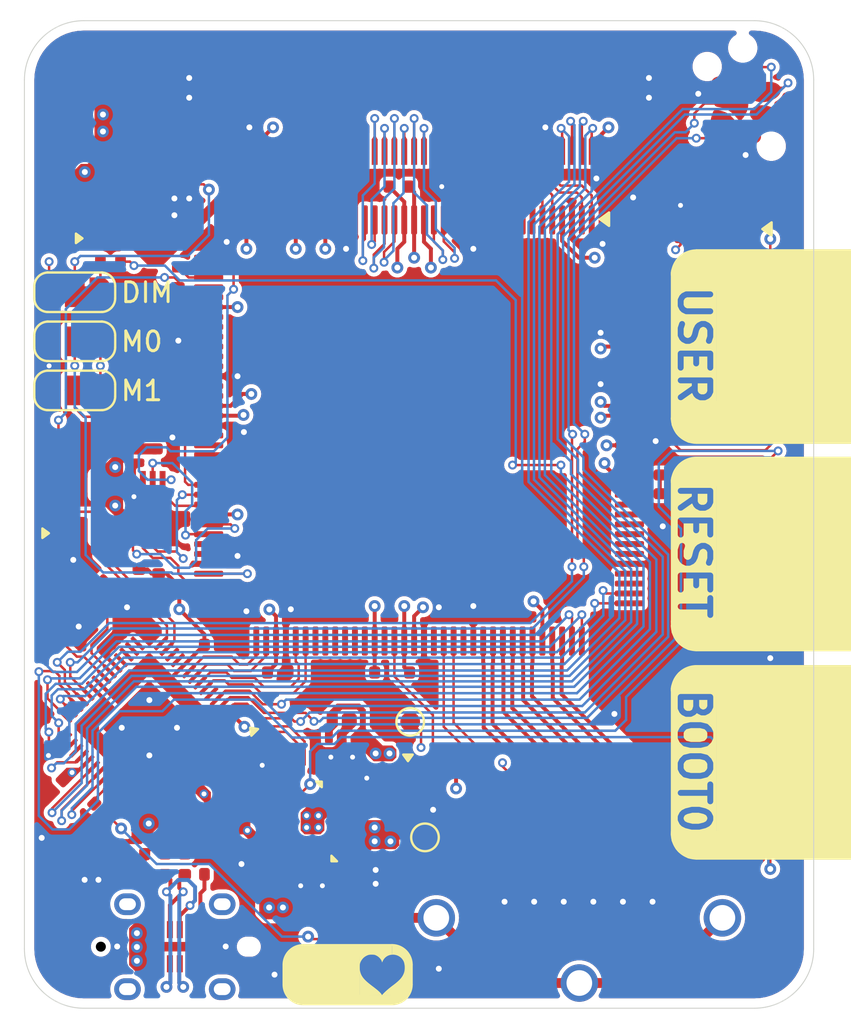
<source format=kicad_pcb>
(kicad_pcb (version 20240108) (generator "pcbnew") (generator_version "8.0")
  (title_block (comment 4 "AISLER Project ID: ZSMNPKUC"))
  (layers (0 "F.Cu" signal) (1 "In1.Cu" signal) (2 "In2.Cu" signal) (31 "B.Cu" signal) (34 "B.Paste" user) (35 "F.Paste" user) (36 "B.SilkS" user "B.Silkscreen") (37 "F.SilkS" user "F.Silkscreen") (38 "B.Mask" user) (39 "F.Mask" user) (44 "Edge.Cuts" user))
  (net 0 "")
  (net 1 "GND")
  (net 2 "+3V3")
  (net 3 "+5V")
  (net 4 "/LEDA")
  (net 5 "/SHIELD")
  (net 6 "+1V2")
  (net 7 "Net-(D3-A)")
  (net 8 "/RP2040/XIN")
  (net 9 "/RP2040/XOUT_R")
  (net 10 "/RP2040/1V1")
  (net 11 "/Backlight/SW")
  (net 12 "/FPGA IO Bank B/LED")
  (net 14 "/LEDK")
  (net 15 "/TP_RST")
  (net 16 "/TP_INT")
  (net 17 "/TP_SCL")
  (net 18 "/TP_SDA")
  (net 20 "/USB_D+")
  (net 22 "/CC_{1}")
  (net 23 "/USB_D-")
  (net 24 "/CC_{2}")
  (net 25 "/DVI_D1-")
  (net 26 "/DVI_CK+")
  (net 28 "/DVI_D2-")
  (net 29 "/DVI_CK-")
  (net 30 "/DVI_D2+")
  (net 31 "/DVI_D0-")
  (net 32 "/DVI_SDA")
  (net 33 "/DVI_CEC")
  (net 34 "/DVI_HPD")
  (net 35 "/DVI_D1+")
  (net 36 "/DVI_SCL")
  (net 37 "/DVI_D0+")
  (net 38 "/RP2040/SWCLK")
  (net 39 "/RP2040/DEBUG_UART_TX")
  (net 40 "/RP2040/SWD")
  (net 41 "Net-(U3-FB)")
  (net 42 "/RP2040/DEBUG_UART_RX")
  (net 43 "/FPGA IO Bank A/HPD")
  (net 44 "Net-(D1-A)")
  (net 45 "Net-(U5-Y)")
  (net 46 "Net-(R13-Pad2)")
  (net 47 "/BL_PWM")
  (net 54 "/RP2040/QSPI_SS")
  (net 55 "/RP2040/XOUT")
  (net 56 "/RP2040/D+")
  (net 57 "/RP2040/D-")
  (net 58 "/RP2040/EEPROM_SDA")
  (net 59 "/RP2040/EEPROM_SCL")
  (net 60 "/RP2040/LED_STATUS")
  (net 63 "/TCK")
  (net 64 "/TMS")
  (net 65 "/TDO")
  (net 66 "/TDI")
  (net 79 "/FPGA IO Bank B/D_{2}")
  (net 81 "/FPGA IO Bank B/D_{1}")
  (net 92 "/FPGA IO Bank B/CLK")
  (net 94 "/FPGA IO Bank B/D_{0}")
  (net 111 "/FPGA IO Bank B/D_{3}")
  (net 112 "/LCD_DB4")
  (net 113 "/LCD_DB5")
  (net 114 "/LCD_DB12")
  (net 115 "/FPGA IO Bank B/~{CS}")
  (net 116 "/LCD_DB1")
  (net 117 "/LCD_SDA")
  (net 118 "/LCD_DB2")
  (net 119 "/LCD_DB16")
  (net 120 "/RP2040/QSPI_SD1")
  (net 121 "/RP2040/QSPI_SD2")
  (net 122 "/RP2040/QSPI_SCLK")
  (net 123 "/RP2040/QSPI_SD0")
  (net 124 "/RP2040/QSPI_SD3")
  (net 125 "/LCD_DB7")
  (net 126 "/LCD_DB3")
  (net 127 "/LCD_DB11")
  (net 128 "/LCD_DB6")
  (net 129 "/LCD_DCLK")
  (net 130 "/LCD_VS")
  (net 131 "/LCD_DB0")
  (net 132 "/LCD_SCL")
  (net 133 "/LCD_DB13")
  (net 134 "/LCD_DB15")
  (net 135 "/LCD_DB17")
  (net 136 "/~{LCD_RST}")
  (net 137 "/LCD_DB14")
  (net 138 "/LCD_DB10")
  (net 139 "/LCD_DE")
  (net 140 "/LCD_DB9")
  (net 141 "/LCD_DB8")
  (net 142 "/LCD_HS")
  (net 143 "/LCD_CS")
  (net 144 "/FPGA IO Bank B/M0")
  (net 145 "/FPGA IO Bank B/M1")
  (net 147 "/FPGA_MOSI")
  (net 152 "/FPGA_SCK")
  (net 154 "/FPGA_MISO")
  (net 155 "/FPGA_CS")
  (net 166 "Net-(U2A-IO_L36P_GCLK15_0)")
  (net 167 "/FPGA IO Bank A/CLK_200P")
  (net 168 "/FPGA IO Bank A/CLK_200N")
  (net 169 "/Backlight/BL_EN")
  (net 170 "/Backlight/BL_PWM_R")
  (net 171 "/FPGA IO Bank B/LED_{R}")
  (net 172 "/RP2040/RUN")
  (net 174 "/RP2040/DONE")
  (footprint "TestPoint:TestPoint_Pad_D1.0mm" (layer "F.Cu") (at 155.3 109.35)
    (property "Reference" "TP2" (hide yes))
    (property "Value" "TestPoint")
  )
  (footprint "KiCAD Library:R_0402_1005Metric" (layer "F.Cu") (at 144.632799 111.219998)
    (property "Reference" "R1" (hide yes))
    (property "Value" "5k1")
  )
  (footprint "KiCAD Library:XLH335200.000000I" (layer "F.Cu") (at 170.597501 77.25 90)
    (property "Reference" "U4" (hide yes))
    (property "Value" "XLH335200.000000I")
  )
  (footprint "Jumper:SolderJumper-3_P1.3mm_Open_RoundedPad1.0x1.5mm" (layer "F.Cu") (at 137.55 86.72)
    (property "Reference" "JP3" (hide yes))
    (property "Value" "SolderJumper_3_Open" (hide yes))
  )
  (footprint "KiCAD Library:R_0402_1005Metric" (layer "F.Cu") (at 147.2 109.2 -135)
    (property "Reference" "R14" (hide yes))
    (property "Value" "DNF")
  )
  (footprint "KiCAD Library:R_0402_1005Metric" (layer "F.Cu") (at 149.2 109.8 180)
    (property "Reference" "R6" (hide yes))
    (property "Value" "470k")
  )
  (footprint "Diode_SMD:D_SOD-323" (layer "F.Cu") (at 138.7 69.7 180)
    (property "Reference" "D4" (hide yes))
    (property "Value" "ZLLS400TA")
  )
  (footprint "KiCAD Library:C_0402_1005Metric" (layer "F.Cu") (at 141.7 89.2 90)
    (property "Reference" "C27" (hide yes))
    (property "Value" "2u2")
  )
  (footprint "KiCAD Library:R_0402_1005Metric" (layer "F.Cu") (at 167.2 87.75 -90)
    (property "Reference" "R11" (hide yes))
    (property "Value" "1k")
  )
  (footprint "KiCAD Library:W25Q16JVUXIQ TR" (layer "F.Cu") (at 141.249999 92.65 -90)
    (property "Reference" "U6" (hide yes))
    (property "Value" "W25Q16JV" (hide yes))
  )
  (footprint "KiCAD Library:R_0402_1005Metric" (layer "F.Cu") (at 136.327207 98.872792 135)
    (property "Reference" "R15" (hide yes))
    (property "Value" "1k")
  )
  (footprint "KiCAD Library:R_0402_1005Metric" (layer "F.Cu") (at 151.2 109.8 180)
    (property "Reference" "R4" (hide yes))
    (property "Value" "470k")
  )
  (footprint "KiCAD Library:W25Q16JVUXIQ TR" (layer "F.Cu") (at 147.2 106.6 -135)
    (property "Reference" "U7" (hide yes))
    (property "Value" "W25Q16JV" (hide yes))
  )
  (footprint "KiCAD Library:C_0603_1608Metric" (layer "F.Cu") (at 151.205 107.3)
    (property "Reference" "C11" (hide yes))
    (property "Value" "22u")
  )
  (footprint "Package_TO_SOT_SMD:SOT-23-5" (layer "F.Cu") (at 155.7375 107)
    (property "Reference" "U5" (hide yes))
    (property "Value" "NC7SZ125M5X")
  )
  (footprint "KiCAD Library:C_0402_1005Metric" (layer "F.Cu") (at 140.8 89.2 90)
    (property "Reference" "C26" (hide yes))
    (property "Value" "100n")
  )
  (footprint "KiCAD Library:R_0402_1005Metric" (layer "F.Cu") (at 139.359999 80.2 180)
    (property "Reference" "R21" (hide yes))
    (property "Value" "100")
  )
  (footprint "KiCAD Library:C_0603_1608Metric" (layer "F.Cu") (at 151.6 111.8 -90)
    (property "Reference" "C17" (hide yes))
    (property "Value" "22u")
  )
  (footprint "KiCAD Library:C_0402_1005Metric" (layer "F.Cu") (at 142.8 82.980001 -90)
    (property "Reference" "C21" (hide yes))
    (property "Value" "100n")
  )
  (footprint "KiCAD Library:R_0402_1005Metric" (layer "F.Cu") (at 148.6 107.8 45)
    (property "Reference" "R13" (hide yes))
    (property "Value" "1K")
  )
  (footprint "KiCAD Library:C_0402_1005Metric" (layer "F.Cu") (at 147.8 101)
    (property "Reference" "C7" (hide yes))
    (property "Value" "1u")
  )
  (footprint "KiCAD Library:C_0402_1005Metric" (layer "F.Cu") (at 167.2 90.52 90)
    (property "Reference" "C20" (hide yes))
    (property "Value" "100n")
  )
  (footprint "KiCAD Library:MOLEX_476591102" (layer "F.Cu") (at 163.1228 114)
    (property "Reference" "J3" (hide yes))
    (property "Value" "HDMI_A_1.4" (hide yes))
  )
  (footprint "KiCAD Library:C_0402_1005Metric" (layer "F.Cu") (at 144.6 99.6)
    (property "Reference" "C43" (hide yes))
    (property "Value" "100n")
  )
  (footprint "LOGO" (layer "F.Cu") (at 153.130001 116.3)
    (property "Reference" "G***" (hide yes))
    (property "Value" "LOGO" (hide yes))
  )
  (footprint "KiCAD Library:PTS636 SM25J SMTR LFS" (layer "F.Cu") (at 172.8 105.5 -90)
    (property "Reference" "SW1" (hide yes))
    (property "Value" "DNF")
  )
  (footprint "LOGO" (layer "F.Cu") (at 153.130001 116.3)
    (property "Reference" "G***" (hide yes))
    (property "Value" "LOGO" (hide yes))
  )
  (footprint "KiCAD Library:C_0402_1005Metric" (layer "F.Cu") (at 144.7 78.5 -135)
    (property "Reference" "C23" (hide yes))
    (property "Value" "100n")
  )
  (footprint "KiCAD Library:R_0603_1608Metric" (layer "F.Cu") (at 141.6 79.125 90)
    (property "Reference" "R22" (hide yes))
    (property "Value" "12R5")
  )
  (footprint "KiCAD Library:C_0402_1005Metric" (layer "F.Cu") (at 153 76.4 180)
    (property "Reference" "C5" (hide yes))
    (property "Value" "1u")
  )
  (footprint "LOGO" (layer "F.Cu") (at 155.075 89.7 -90)
    (property "Reference" "G***" (hide yes))
    (property "Value" "LOGO" (hide yes))
  )
  (footprint "Jumper:SolderJumper-3_P1.3mm_Open_RoundedPad1.0x1.5mm" (layer "F.Cu") (at 137.55 84.235)
    (property "Reference" "JP2" (hide yes))
    (property "Value" "SolderJumper_3_Open" (hide yes))
  )
  (footprint "KiCAD Library:PTS636 SM25J SMTR LFS" (layer "F.Cu") (at 172.8 84.5 -90)
    (property "Reference" "SW3")
    (property "Value" "DNF")
  )
  (footprint "KiCAD Library:R_0402_1005Metric" (layer "F.Cu") (at 138.9 108 -45)
    (property "Reference" "R20" (hide yes))
    (property "Value" "270")
  )
  (footprint "KiCAD Library:C_0603_1608Metric" (layer "F.Cu") (at 152.775 114)
    (property "Reference" "C1" (hide yes))
    (property "Value" "1n 250V")
  )
  (footprint "KiCAD Library:R_0402_1005Metric" (layer "F.Cu") (at 159.985624 106.510624 135)
    (property "Reference" "R8" (hide yes))
    (property "Value" "27k")
  )
  (footprint "KiCAD Library:C_0402_1005Metric" (layer "F.Cu") (at 137.5 76.68 -90)
    (property "Reference" "C50" (hide yes))
    (property "Value" "1u")
  )
  (footprint "KiCAD Library:R_0402_1005Metric" (layer "F.Cu") (at 140.8 96.3 -90)
    (property "Reference" "R18" (hide yes))
    (property "Value" "1k")
  )
  (footprint "KiCAD Library:XRNR4012" (layer "F.Cu") (at 138.7 72.8 180)
    (property "Reference" "L1" (hide yes))
    (property "Value" "22u")
  )
  (footprint "KiCAD Library:D_0805_2012Metric" (layer "F.Cu") (at 137.662499 89.4 180)
    (property "Reference" "D2" (hide yes))
    (property "Value" "LED")
  )
  (footprint "KiCAD Library:C_0402_1005Metric" (layer "F.Cu") (at 167.2 92.43 -90)
    (property "Reference" "C9" (hide yes))
    (property "Value" "100n")
  )
  (footprint "KiCAD Library:R_0402_1005Metric" (layer "F.Cu") (at 151.2 108.8 180)
    (property "Reference" "R5" (hide yes))
    (property "Value" "470k")
  )
  (footprint "KiCAD Library:C_0402_1005Metric" (layer "F.Cu") (at 139.2 110.2 -90)
    (property "Reference" "C41" (hide yes))
    (property "Value" "100n")
  )
  (footprint "KiCAD Library:R_0402_1005Metric" (layer "F.Cu") (at 142.8 80.990001 90)
    (property "Reference" "R10" (hide yes))
    (property "Value" "270")
  )
  (footprint "KiCAD Library:C_0402_1005Metric" (layer "F.Cu") (at 142.8 87 90)
    (property "Reference" "C2" (hide yes))
    (property "Value" "1u")
  )
  (footprint "KiCAD Library:C_0402_1005Metric" (layer "F.Cu") (at 140.612801 110.2 180)
    (property "Reference" "C40" (hide yes))
    (property "Value" "1u")
  )
  (footprint "KiCAD Library:C_0402_1005Metric" (layer "F.Cu") (at 138.2 110.2 -90)
    (property "Reference" "C3" (hide yes))
    (property "Value" "100n")
  )
  (footprint "KiCAD Library:R_0402_1005Metric" (layer "F.Cu") (at 153.1875 106.525 90)
    (property "Reference" "R7" (hide yes))
    (property "Value" "100k")
  )
  (footprint "Package_DFN_QFN:QFN-56-1EP_7x7mm_P0.4mm_EP3.2x3.2mm" (layer "F.Cu") (at 141.331371 103.8 -135)
    (property "Reference" "U8" (hide yes))
    (property "Value" "RP2040")
  )
  (footprint "KiCAD Library:GCT_FFC2B35-40-G_REVA2_INV" (layer "F.Cu") (at 155 71.4 180)
    (property "Reference" "DS1" (hide yes))
    (property "Value" "ST7701_IPS_3.99_TOUCH")
  )
  (footprint "KiCAD Library:R_0402_1005Metric" (layer "F.Cu") (at 137.2 112.159999 90)
    (property "Reference" "R3" (hide yes))
    (property "Value" "5k1")
  )
  (footprint "KiCAD Library:C_0402_1005Metric" (layer "F.Cu") (at 151.08 103.4)
    (property "Reference" "C4" (hide yes))
    (property "Value" "1u")
  )
  (footprint "KiCAD Library:R_0402_1005Metric" (layer "F.Cu") (at 143.1228 110.709999 90)
    (property "Reference" "R16" (hide yes))
    (property "Value" "27")
  )
  (footprint "Package_QFP:TQFP-144_20x20mm_P0.5mm" (layer "F.Cu") (at 155 88.75 -90)
    (property "Reference" "U2" (hide yes))
    (property "Value" "XC6SLX9-TQG144")
  )
  (footprint "KiCAD Library:C_0402_1005Metric" (layer "F.Cu") (at 152.27 101 180)
    (property "Reference" "C25" (hide yes))
    (property "Value" "100n")
  )
  (footprint "KiCAD Library:C_0402_1005Metric" (layer "F.Cu") (at 136.6 106.8 -135)
    (property "Reference" "C42" (hide yes))
    (property "Value" "100n")
  )
  (footprint "KiCAD Library:C_0402_1005Metric" (layer "F.Cu") (at 136.279828 96.039411 -135)
    (property "Reference" "C35" (hide yes))
    (property "Value" "8p")
  )
  (footprint "KiCAD Library:C_0402_1005Metric" (layer "F.Cu") (at 138.63733 96.039411 -45)
    (property "Reference" "C34" (hide yes))
    (property "Value" "8p")
  )
  (footprint "KiCAD Library:R_0402_1005Metric" (layer "F.Cu") (at 153.2 112.9)
    (property "Reference" "R2" (hide yes))
    (property "Value" "1M")
  )
  (footprint "Package_SON:WSON-6-1EP_2x2mm_P0.65mm_EP1x1.6mm_ThermalVias" (layer "F.Cu") (at 149.55 111.8 -90)
    (property "Reference" "U3" (hide yes))
    (property "Value" "TLV76701DRVx")
  )
  (footprint "KiCAD Library:ECS120836CKMTR3" (layer "F.Cu") (at 137.6 97.6 135)
    (property "Reference" "Y1" (hide yes))
    (property "Value" "12MHz" (hide yes))
  )
  (footprint "KiCAD Library:PTS636 SM25J SMTR LFS" (layer "F.Cu") (at 172.8 95 90)
    (property "Reference" "SW2" (hide yes))
    (property "Value" "DNF")
  )
  (footprint "Package_TO_SOT_SMD:SOT-23-5" (layer "F.Cu") (at 137.75 92.65 90)
    (property "Reference" "U11" (hide yes))
    (property "Value" "FT2404A")
  )
  (footprint "TestPoint:TestPoint_Pad_D1.0mm" (layer "F.Cu") (at 154.55 103.5)
    (property "Reference" "TP1" (hide yes))
    (property "Value" "TestPoint")
  )
  (footprint "KiCAD Library:R_0402_1005Metric" (layer "F.Cu") (at 158.309998 108.459998 -90)
    (property "Reference" "R9" (hide yes))
    (property "Value" "1k")
  )
  (footprint "KiCAD Library:C_0402_1005Metric" (layer "F.Cu") (at 147.8 111.4 90)
    (property "Reference" "C12" (hide yes))
    (property "Value" "1u")
  )
  (footprint "KiCAD Library:R_0402_1005Metric" (layer "F.Cu") (at 142.1228 110.71 90)
    (property "Reference" "R17" (hide yes))
    (property "Value" "27")
  )
  (footprint "KiCAD Library:C_0402_1005Metric" (layer "F.Cu") (at 154.95 76.4)
    (property "Reference" "C13" (hide yes))
    (property "Value" "100n")
  )
  (footprint "KiCAD Library:C_0402_1005Metric" (layer "F.Cu") (at 140.612801 111.15 180)
    (property "Reference" "C38" (hide yes))
    (property "Value" "100n")
  )
  (footprint "Jumper:SolderJumper-3_P1.3mm_Bridged12_RoundedPad1.0x1.5mm" (layer "F.Cu") (at 137.55 81.75 180)
    (property "Reference" "JP1" (hide yes))
    (property "Value" "BL")
  )
  (footprint "Diode_SMD:D_SOD-523" (layer "F.Cu") (at 161.05 108.675 90)
    (property "Reference" "D1" (hide yes))
    (property "Value" "BAS16XV2T1G" (hide yes))
  )
  (footprint "Package_SON:WSON-6-1EP_2x2mm_P0.65mm_EP1x1.6mm_ThermalVias" (layer "F.Cu") (at 151.08 105.2875 90)
    (property "Reference" "U1" (hide yes))
    (property "Value" "TLV76733DRVx")
  )
  (footprint "KiCAD Library:C_0402_1005Metric" (layer "F.Cu") (at 139.8 89.2 -90)
    (property "Reference" "C49" (hide yes))
    (property "Value" "100n")
  )
  (footprint "KiCAD Library:C_0603_1608Metric" (layer "F.Cu") (at 141.6 76.3 -90)
    (property "Reference" "C51" (hide yes))
    (property "Value" "1u")
  )
  (footprint "KiCAD Library:R_0402_1005Metric" (layer "F.Cu") (at 141.8 96.5 -90)
    (property "Reference" "R19" (hide yes))
    (property "Value" "1k")
  )
  (footprint "KiCAD Library:C_0402_1005Metric" (layer "F.Cu") (at 155 101)
    (property "Reference" "C14" (hide yes))
    (property "Value" "1u")
  )
  (footprint "Package_TO_SOT_SMD:SOT-23-6" (layer "F.Cu") (at 139.45 77.72 90)
    (property "Reference" "U10" (hide yes))
    (property "Value" "AP5725" (hide yes))
  )
  (footprint "KiCAD Library:D_0805_2012Metric" (layer "F.Cu") (at 150.130001 116.3)
    (property "Reference" "D3" (hide yes))
    (property "Value" "LED")
  )
  (footprint "Paw-Connect:Paw-Connect_RevB_TC2030-IDC-NL_2x03_P1.27mm_Vertical" (layer "F.Cu") (at 171.22 71.87 -90)
    (property "Reference" "J2" (hide yes))
    (property "Value" "DEBUG" (hide yes))
  )
  (footprint "KiCAD Library:C_0402_1005Metric" (layer "F.Cu") (at 168.25 78.5 90)
    (property "Reference" "C19" (hide yes))
    (property "Value" "10n")
  )
  (footprint "KiCAD Library:CONN_217182-0001_MOL" (layer "F.Cu") (at 142.6228 114.885)
    (property "Reference" "J1" (hide yes))
    (property "Value" "USB4105-GF-A-120\n" (hide yes))
  )
  (footprint "KiCAD Library:C_0402_1005Metric" (layer "F.Cu") (at 145.6 109.4 -90)
    (property "Reference" "C36" (hide yes))
    (property "Value" "100n")
  )
  (footprint "KiCAD Library:C_0402_1005Metric" (layer "F.Cu") (at 137.2 110.2 -90)
    (property "Reference" "C48" (hide yes))
    (property "Value" "1u")
  )
  (footprint "KiCAD Library:C_0402_1005Metric" (layer "F.Cu") (at 144.6 109.4 -90)
    (property "Reference" "C37" (hide yes))
    (property "Value" "2u2")
  )
  (gr_poly (pts (xy 151.6 111.475) (xy 151.225 111.1) (xy 150.1875 111.1) (xy 150.1875 110.7375) (xy 150.2 110.725) (xy 150.834999 110.725) (xy 151.439999 110.12) (xy 151.439999 108.8) (xy 151.979999 108.8) (xy 151.979999 110.379999) (xy 152.075 110.475) (xy 152.075 111.025) (xy 151.625 111.475)) (fill solid) (layer "F.Cu") (net 6))
  (gr_poly (pts (xy 138.097501 76.48) (xy 138.097501 75.92) (xy 138.207501 75.81) (xy 138.22 75.81) (xy 138.22 76.562501) (xy 138.200001 76.5825)) (fill solid) (layer "F.Cu") (net 3))
  (gr_poly (pts (xy 145.872793 109.2) (xy 146.096914 109.2) (xy 146.648457 109.751543) (xy 147.030295 109.369705) (xy 146.45 108.78941) (xy 146.45 108.575) (xy 146.225 108.575) (xy 145.872793 108.927207)) (fill solid) (layer "F.Cu") (net 2))
  (gr_line (start 152.75 99.4125) (end 152.75 101) (stroke (width 0.2)) (layer "F.Cu") (net 2))
  (gr_poly (pts (xy 141.7 89) (xy 139.8 89) (xy 139.8 88.44) (xy 141.7 88.44)) (fill solid) (layer "F.Cu") (net 1))
  (gr_poly (pts (xy 137.2 111.92) (xy 138.88 111.92) (xy 139.34 111.46) (xy 139.852801 111.46) (xy 139.852801 110.852801) (xy 139.8 110.8) (xy 137.6 110.8) (xy 137.15 111.25) (xy 137.15 111.87)) (fill solid) (layer "F.Cu") (net 1))
  (gr_poly (pts (xy 138.800001 76.5825) (xy 138.800001 75.349999) (xy 139.35 74.8) (xy 140.15 74.8) (xy 140.15 73.3) (xy 138.200001 75.249999) (xy 138.200001 76.5825)) (fill solid) (layer "F.Cu") (net 3))
  (gr_poly (pts (xy 141.6 78.7) (xy 142.35 78.7) (xy 143.95 77.1) (xy 143.95 76.85) (xy 143.725 76.625) (xy 141.6 76.625)) (fill solid) (layer "F.Cu") (net 1))
  (gr_poly (pts (xy 143.948579 99.91) (xy 144.12 99.91) (xy 144.12 99.6) (xy 143.975737 99.6) (xy 142.984233 100.591504) (xy 143.125653 100.732924)) (fill solid) (layer "F.Cu") (net 2))
  (gr_poly (pts (xy 137.52 111.65) (xy 137.52 111.33) (xy 137.89 110.96) (xy 139.352801 110.96) (xy 139.852801 111.46) (xy 140.102801 111.46) (xy 140.412801 111.15) (xy 140.412801 110.2) (xy 139.86 110.2) (xy 139.66 110.4) (xy 137.17 110.4) (xy 136.88 110.69) (xy 136.88 111.65)) (fill solid) (layer "F.Cu") (net 1))
  (gr_poly (pts (xy 144.872798 110.742798) (xy 144.29 110.16) (xy 144.29 109.88) (xy 144.57 109.6) (xy 145.63 109.6) (xy 146.67 110.64) (xy 147.8 110.64) (xy 147.8 111.2) (xy 145.752796 111.2) (xy 145.412798 111.539998) (xy 145.142798 111.539998) (xy 144.872798 111.269998)) (fill solid) (layer "F.Cu") (net 1))
  (gr_poly (pts (xy 144.115 108.92) (xy 144.115 107.573579) (xy 143.028426 106.487005) (xy 143.028426 106.345585) (xy 143.311269 106.062742) (xy 143.452691 106.062742) (xy 144.45 107.060051) (xy 144.45 108.18) (xy 144.91 108.64) (xy 144.63 108.92)) (fill solid) (layer "F.Cu") (net 2))
  (gr_poly (pts (xy 151.28 104.85) (xy 151.28 104.2125) (xy 151.84 103.6525) (xy 151.84 103.4) (xy 151.28 103.4) (xy 151.28 103.8125) (xy 150.88 104.2125) (xy 150.88 104.85)) (fill solid) (layer "F.Cu") (net 1))
  (gr_poly (pts (xy 136.680762 96.468629) (xy 136.680762 96.1) (xy 136.85 96.1) (xy 136.9 96.15) (xy 136.9 96.45) (xy 136.881371 96.468629)) (fill solid) (layer "F.Cu") (net 1))
  (gr_poly (pts (xy 145.2204 116.181801) (xy 145.2204 115.520401) (xy 144.9 115.200001) (xy 144.9 114.500001) (xy 145.2204 114.179601) (xy 145.2204 114.020001) (xy 145.5252 114.020001) (xy 145.5252 116.1818)) (fill solid) (layer "F.Cu") (net 1))
  (gr_poly (pts (xy 150 109.2) (xy 150.2 109) (xy 150.2 108.455) (xy 150.88 107.775) (xy 150.88 107) (xy 150.1 107) (xy 149 108.1) (xy 149 109) (xy 149.2 109.2)) (fill solid) (layer "F.Cu") (net 2))
  (gr_poly (pts (xy 153.65 105.5) (xy 152.7 105.5) (xy 152.15 104.95) (xy 152.15 104.8075) (xy 151.93 104.5875) (xy 151.73 104.5875) (xy 151.73 104.2125) (xy 152.1 103.8425) (xy 152.3 103.8425) (xy 153.1575 104.7) (xy 153.65 104.7) (xy 153.85 104.9) (xy 153.85 105.3) (xy 153.65 105.5)) (fill solid) (layer "F.Cu") (net 3))
  (gr_poly (pts (xy 138.236396 96.610051) (xy 138.236396 96.1) (xy 137.75 96.1) (xy 137.6 96.25) (xy 137.6 96.35) (xy 137.860051 96.610051)) (fill solid) (layer "F.Cu") (net 1))
  (gr_poly (pts (xy 151.53 107.3) (xy 151.53 106.175) (xy 151.7175 105.9875) (xy 152.625001 105.9875) (xy 152.8675 105.745001) (xy 153.1875 105.745001) (xy 153.1875 106.285001) (xy 152.8675 106.285001) (xy 152.43 106.722501) (xy 152.43 107.3)) (fill solid) (layer "F.Cu") (net 1))
  (gr_poly (pts (xy 153.98 112.9) (xy 153.98 113.33) (xy 154 113.35) (xy 154 114) (xy 153.1 114) (xy 153.1 113.56) (xy 153.44 113.22) (xy 153.44 112.9)) (fill solid) (layer "F.Cu") (net 5))
  (gr_poly (pts (xy 137.158614 106.679792) (xy 138.264296 105.57411) (xy 138.143049 105.452863) (xy 138.122874 105.452863) (xy 137.752364 105.823373) (xy 137.138221 105.823373) (xy 136.720208 106.241386)) (fill solid) (layer "F.Cu") (net 2))
  (gr_poly (pts (xy 152.96 112.9) (xy 152.96 112.44) (xy 153.35 112.05) (xy 153.35 110.85) (xy 152.95 110.45) (xy 152.5 110.45) (xy 152.3 110.65) (xy 152.3 111.6) (xy 151.775 112.125) (xy 151.6 112.125) (xy 152.375 112.9)) (fill solid) (layer "F.Cu") (net 1))
  (gr_poly (pts (xy 142.35 89.45) (xy 142.15 89.25) (xy 142.15 89.14) (xy 142.01 89) (xy 141.7 89) (xy 141.7 88.44) (xy 142.49 88.44) (xy 142.85 88.8) (xy 142.85 89.3) (xy 142.7 89.45)) (fill solid) (layer "F.Cu") (net 1))
  (gr_poly (pts (xy 146.25 74) (xy 145.75 74) (xy 145.6 74.15) (xy 145.6 76.025) (xy 142.7675 78.8575) (xy 140.099999 78.8575) (xy 140.099999 79.22) (xy 141.229999 80.35) (xy 142.05 80.35) (xy 146.4 76) (xy 146.4 74.15)) (fill solid) (layer "F.Cu") (net 14))
  (gr_line (start 142.489259 107.503472) (end 141.930644 106.944857) (stroke (width 0.2)) (layer "F.Cu") (net 10))
  (gr_poly (pts (xy 151.53 104.4) (xy 151.53 104.2125) (xy 152 103.7425) (xy 152 103.025) (xy 151.85 102.875) (xy 151.095 102.875) (xy 150.88 103.09) (xy 150.88 103.4) (xy 150.32 103.4) (xy 150.32 103.09) (xy 150.835 102.575) (xy 152 102.575) (xy 152.3 102.875) (xy 152.3 103.8425) (xy 151.93 104.2125) (xy 151.93 104.4)) (fill solid) (layer "F.Cu") (net 3))
  (gr_poly (pts (xy 144.6 109.2) (xy 145.872793 109.2) (xy 146.846447 108.226346) (xy 146.634315 108.014214) (xy 146.008529 108.64) (xy 144.6 108.64)) (fill solid) (layer "F.Cu") (net 2))
  (gr_line (start 143.054944 100.662214) (end 142.49633 101.220828) (stroke (width 0.2)) (layer "F.Cu") (net 2))
  (gr_poly (pts (xy 149.35 110.9125) (xy 149.35 110.45) (xy 149.439999 110.360001) (xy 149.439999 109.75) (xy 149.709999 109.48) (xy 150.060001 109.48) (xy 150.420001 109.12) (xy 150.420001 108.8) (xy 150.960001 108.8) (xy 150.960001 109.85) (xy 150.690001 110.12) (xy 149.979999 110.12) (xy 149.75 110.349999) (xy 149.75 110.9125)) (fill solid) (layer "F.Cu") (net 41))
  (gr_poly (pts (xy 138.500001 79.52) (xy 137.02 79.52) (xy 136.3 78.8) (xy 136.3 74.95) (xy 136.45 74.8) (xy 136.45 72.8) (xy 137.25 72.8) (xy 137.25 74.8) (xy 136.8 75.25) (xy 136.8 78) (xy 136.995 78.195) (xy 138.500001 78.195)) (fill solid) (layer "F.Cu") (net 11))
  (gr_poly (pts (xy 140.0252 115.75) (xy 140.0252 114.02) (xy 139.7204 114.02) (xy 139.7204 115.75)) (fill solid) (layer "F.Cu") (net 1))
  (gr_poly (pts (xy 150.4 112.6875) (xy 150.4 113.225) (xy 150.125 113.5) (xy 147.2 113.5) (xy 146.9 113.2) (xy 146.9 111.9) (xy 147.2 111.6) (xy 147.83 111.6) (xy 148.11 111.88) (xy 148.11 112.16) (xy 148.45 112.5) (xy 148.9125 112.5) (xy 149.1 112.6875) (xy 149.1 112.95) (xy 149.25 113.1) (xy 149.85 113.1) (xy 150 112.95) (xy 150 112.6875)) (fill solid) (layer "F.Cu") (net 3))
  (gr_poly (pts (xy 150.63 104.4) (xy 150.63 103.96) (xy 150.88 103.71) (xy 150.88 103.4) (xy 150.32 103.4) (xy 150.32 103.8475) (xy 150.23 103.9375) (xy 150.23 104.4)) (fill solid) (layer "F.Cu") (net 3))
  (gr_poly (pts (xy 141.251821 100.043495) (xy 139.201212 102.094105) (xy 139.766896 102.65979) (xy 141.181111 101.245577) (xy 141.463953 101.245577) (xy 143.868116 103.64974) (xy 143.868116 103.932583) (xy 143.019588 104.781111) (xy 143.585274 105.346796) (xy 145.070198 103.861872) (xy 145.070198 103.720451) (xy 141.393243 100.043495)) (fill solid) (layer "F.Cu") (net 2))
  (gr_poly (pts (xy 147.772487 105.178984) (xy 147.051471 105.9) (xy 147.051471 106.274695) (xy 147.288388 106.511612) (xy 147.111612 106.688388) (xy 146.528249 106.105025) (xy 146.528249 105.998958) (xy 147.560355 104.966852)) (fill solid) (layer "F.Cu") (net 1))
  (gr_poly (pts (xy 136.421249 95.89799) (xy 137.023259 96.5) (xy 137.893899 96.5) (xy 138.517122 95.876777) (xy 138.517122 95.480797) (xy 138.05 95.013675) (xy 138.05 93.7875) (xy 137.45 93.7875) (xy 137.45 94.61) (xy 136.38 95.68) (xy 136.639239 95.68)) (fill solid) (layer "F.Cu") (net 1))
  (gr_poly (pts (xy 141.5252 115.75) (xy 141.5252 114.02) (xy 141.2204 114.02) (xy 141.2204 115.75)) (fill solid) (layer "F.Cu") (net 3))
  (gr_line (start 143.903472 106.089258) (end 143.344859 105.530644) (stroke (width 0.2)) (layer "F.Cu") (net 10))
  (gr_poly (pts (xy 138.05 70.8) (xy 138.05 70.25) (xy 137.95 70.15) (xy 137.95 69.7) (xy 137.35 69.7) (xy 137.35 70.62) (xy 136.45 71.52) (xy 137.33 71.52)) (fill solid) (layer "F.Cu") (net 11))
  (gr_poly (pts (xy 139.75 76.5825) (xy 139.75 75.92) (xy 139.97 75.7) (xy 140.85 75.7) (xy 141.125 75.975) (xy 144.725 75.975) (xy 145.4 75.3) (xy 145.4 74) (xy 142.775 74) (xy 141.975 73.2) (xy 141.975 70.15) (xy 141.3 69.475) (xy 139.75 69.475) (xy 139.75 69.925) (xy 140.95 69.925) (xy 141.475 70.45) (xy 141.475 74.6) (xy 141 75.075) (xy 139.6 75.075) (xy 139.15 75.525) (xy 139.15 76.5825)) (fill solid) (layer "F.Cu") (net 4))
  (gr_poly (pts (xy 144.115 108.92) (xy 144.115 109.025) (xy 144.29 109.2) (xy 144.6 109.2) (xy 144.6 108.95) (xy 144.475 108.825) (xy 144.21 108.825)) (fill solid) (layer "F.Cu") (net 2))
  (gr_poly (pts (xy 141.668404 114.645) (xy 143.5772 114.645) (xy 143.9704 114.2518) (xy 143.9704 115.5182) (xy 143.5772 115.125) (xy 141.668402 115.125) (xy 141.275202 115.5182) (xy 141.275202 114.251795)) (fill solid) (layer "F.Cu") (net 3))
  (gr_poly (pts (xy 151.53 106.175) (xy 151.53 105.93) (xy 151.3 105.7) (xy 150.85 105.7) (xy 150.6 105.45) (xy 150.6 104.85) (xy 150.7 104.85) (xy 150.9 104.65) (xy 151.25 104.65) (xy 151.88 105.28) (xy 151.88 105.7875) (xy 152.0925 106) (xy 152.1 106) (xy 151.925 106.175)) (fill solid) (layer "F.Cu") (net 1))
  (gr_poly (pts (xy 138.500001 75.92) (xy 137.5 75.92) (xy 137.5 76.48) (xy 138.097501 76.48) (xy 138.200001 76.5825) (xy 138.500001 76.5825)) (fill solid) (layer "F.Cu") (net 3))
  (gr_poly (pts (xy 150.88 107.3) (xy 150.88 106.7625) (xy 151.28 106.3625) (xy 151.28 106.175) (xy 151.0925 105.9875) (xy 150.1925 105.9875) (xy 149.98 106.2) (xy 149.98 107.3)) (fill solid) (layer "F.Cu") (net 2))
  (gr_poly (pts (xy 145.5252 115.75) (xy 145.5252 114.02) (xy 145.2204 114.02) (xy 145.2204 115.75)) (fill solid) (layer "F.Cu") (net 1))
  (gr_poly (pts (xy 141.393243 107.538827) (xy 143.443853 105.488217) (xy 142.878167 104.922532) (xy 141.463954 106.336745) (xy 141.181111 106.336745) (xy 138.776948 103.932582) (xy 138.776948 103.64974) (xy 139.625476 102.801211) (xy 139.059791 102.235526) (xy 137.574867 103.72045) (xy 137.574867 103.861872) (xy 141.251822 107.538827)) (fill solid) (layer "F.Cu") (net 10))
  (gr_poly (pts (xy 144.0252 115.75) (xy 144.0252 114.02) (xy 143.7204 114.02) (xy 143.7204 115.75)) (fill solid) (layer "F.Cu") (net 3))
  (gr_poly (pts (xy 139.5 110) (xy 139.81 109.69) (xy 140.921449 109.69) (xy 142.515776 108.095673) (xy 142.515776 107.954253) (xy 142.038478 107.476955) (xy 141.897056 107.476955) (xy 141.543503 107.830508) (xy 140.836397 107.830508) (xy 140.42981 108.237095) (xy 140.42981 109.27019) (xy 140.26 109.44) (xy 137.2 109.44) (xy 137.2 110)) (fill solid) (layer "F.Cu") (net 2))
  (gr_poly (pts (xy 142.15 93.25) (xy 141.9 93) (xy 140.3 93) (xy 140 92.7) (xy 140 90.4) (xy 140.44 89.96) (xy 141.7 89.96) (xy 141.7 89.4) (xy 139.77 89.4) (xy 139.49 89.68) (xy 139.49 90.059999) (xy 138.399999 91.15) (xy 138.399999 91.875) (xy 138.699999 92.175) (xy 138.675 92.175) (xy 139.9 93.4) (xy 141.7 93.4) (xy 141.85 93.55) (xy 141.85 94.05) (xy 142.15 94.05)) (fill solid) (layer "F.Cu") (net 2))
  (gr_poly (pts (xy 139.75 78.8575) (xy 139.75 78.195) (xy 139.995 77.95) (xy 140.775 77.95) (xy 141.125 78.3) (xy 142.075 78.3) (xy 142.075 77.075) (xy 141.175 77.075) (xy 140.775 77.475) (xy 138.1 77.475) (xy 137.785 77.16) (xy 137.19 77.16) (xy 137.19 77.44) (xy 137.7 77.95) (xy 138.905 77.95) (xy 139.15 78.195) (xy 139.15 78.8575)) (fill solid) (layer "F.Cu") (net 1))
  (gr_line (start 138.75927 101.510742) (end 139.317884 102.069356) (stroke (width 0.2)) (layer "F.Cu") (net 2))
  (gr_poly (pts (xy 138.6 89.4) (xy 139.09 89.4) (xy 139.49 89) (xy 139.8 89) (xy 139.8 88.44) (xy 139.3475 88.44) (xy 139.0875 88.7) (xy 138.6 88.7)) (fill solid) (layer "F.Cu") (net 1))
  (gr_poly (pts (xy 141.2204 113.588201) (xy 140.669598 113.5882) (xy 140.307799 113.949999) (xy 140.3078 115.825) (xy 140.664599 116.1818) (xy 141.2204 116.1818)) (fill solid) (layer "F.Cu") (net 3))
  (gr_poly (pts (xy 137.19 76.2) (xy 137.19 75.92) (xy 137.860001 75.249999) (xy 138.700001 75.249999) (xy 138.800001 75.349999) (xy 137.95 76.2)) (fill solid) (layer "F.Cu") (net 3))
  (gr_poly (pts (xy 139.35 70.8) (xy 139.35 71.65) (xy 138.55 72.45) (xy 138.55 75) (xy 138.65 75.1) (xy 138.8 75.1) (xy 139.95 73.95) (xy 139.95 71.4)) (fill solid) (layer "F.Cu") (net 3))
  (gr_line (start 138.476427 101.793585) (end 139.035041 102.352199) (stroke (width 0.2)) (layer "F.Cu") (net 10))
  (gr_poly (pts (xy 139.7204 116.1818) (xy 139.7204 115.5204) (xy 139.4 115.2) (xy 139.4 114.5) (xy 139.7204 114.1796) (xy 139.7204 114.02) (xy 140.0252 114.02) (xy 140.0252 116.1818)) (fill solid) (layer "F.Cu") (net 1))
  (gr_poly (pts (xy 152.075 110.475) (xy 152.6 109.95) (xy 153.8 109.95) (xy 154 109.75) (xy 154 109.2) (xy 153.28 108.48) (xy 151.709999 108.48) (xy 151.65 108.539999) (xy 151.65 110.4) (xy 151.725 110.475)) (fill solid) (layer "F.Cu") (net 6))
  (gr_poly (pts (xy 141.249999 92.775) (xy 140.424999 92.775) (xy 140.424999 92.224999) (xy 140.349998 92.149998) (xy 140.349998 91.25) (xy 140.649998 91.25) (xy 140.649998 91.949998) (xy 141.225 92.525) (xy 141.249999 92.525)) (fill solid) (layer "F.Cu") (net 1))
  (gr_poly (pts (xy 147.8 111.2) (xy 148.15 111.2) (xy 149.15 112.2) (xy 149.2 112.2) (xy 149.35 112.35) (xy 149.35 112.6875) (xy 149.75 112.6875) (xy 149.75 112.35) (xy 149.8 112.3) (xy 150.4 112.3) (xy 151.55 113.45) (xy 151.55 114) (xy 152.45 114) (xy 152.45 113.41) (xy 152.69 113.17) (xy 152.69 112.58) (xy 152.235 112.125) (xy 151.175 112.125) (xy 150.35 111.3) (xy 149.3 111.3) (xy 149.1 111.1) (xy 149.1 110.45) (xy 148.960001 110.310001) (xy 148.960001 109.8) (xy 148.420001 109.8) (xy 148.420001 110.12) (xy 147.900001 110.64) (xy 147.8 110.64)) (fill solid) (layer "F.Cu") (net 1))
  (gr_line (start 170.12 101.945) (end 170.12 109.145001) (stroke (width 0.1)) (layer "F.SilkS"))
  (gr_line (start 169.710001 99.125) (end 168.31 99.125) (stroke (width 0.1)) (layer "F.SilkS"))
  (gr_arc (start 167.81 91.375) (mid 168.176116 90.491116) (end 169.06 90.125) (stroke (width 0.1)) (layer "F.SilkS"))
  (gr_poly (pts (xy 167.86 91.5) (xy 167.95 90.815) (xy 168.176117 90.491117) (xy 168.5 90.265) (xy 169.06 90.125) (xy 176.86 90.125) (xy 176.859999 99.875) (xy 169.059998 99.875) (xy 168.65 99.815) (xy 168.4 99.665) (xy 168.176116 99.508883) (xy 168.05 99.365) (xy 167.85 98.965) (xy 167.81 98.4) (xy 170.209999 98.4) (xy 170.17 91.52)) (stroke (width 0.1)) (fill solid) (layer "F.SilkS"))
  (gr_line (start 167.81 98.625) (end 167.81 91.275) (stroke (width 0.1)) (layer "F.SilkS"))
  (gr_arc (start 170.21 109.175) (mid 170.063553 109.528554) (end 169.71 109.675) (stroke (width 0.1)) (layer "F.SilkS"))
  (gr_arc (start 170.21 88.125001) (mid 170.063553 88.478553) (end 169.710001 88.625) (stroke (width 0.1)) (layer "F.SilkS"))
  (gr_arc (start 167.81 80.875) (mid 168.176116 79.991116) (end 169.06 79.625) (stroke (width 0.1)) (layer "F.SilkS"))
  (gr_line (start 167.9 91.2) (end 167.9 98.4) (stroke (width 0.2)) (layer "F.SilkS"))
  (gr_line (start 170.21 91.275) (end 170.21 98.625001) (stroke (width 0.1)) (layer "F.SilkS"))
  (gr_poly (pts (xy 168.31 109.675) (xy 169.71 109.675) (xy 170.063552 109.528553) (xy 170.21 109.275) (xy 170.210001 109.075) (xy 167.81 109.075) (xy 167.809999 109.175) (xy 167.956448 109.528553)) (fill solid) (layer "F.SilkS"))
  (gr_arc (start 149.130001 117.8) (mid 148.422894 117.507107) (end 148.130002 116.8) (stroke (width 0.1)) (layer "F.SilkS"))
  (gr_poly (pts (xy 169.71 90.775) (xy 168.31 90.775) (xy 167.956447 90.921447) (xy 167.81 91.175) (xy 167.81 91.375) (xy 170.21 91.374999) (xy 170.21 91.275) (xy 170.063553 90.921447)) (fill solid) (layer "F.SilkS"))
  (gr_line (start 154.630001 115.800001) (end 154.630001 116.8) (stroke (width 0.1)) (layer "F.SilkS"))
  (gr_line (start 169.059998 99.875) (end 176.859999 99.875) (stroke (width 0.1)) (layer "F.SilkS"))
  (gr_arc (start 169.71 90.775) (mid 170.063553 90.921447) (end 170.21 91.275) (stroke (width 0.1)) (layer "F.SilkS"))
  (gr_poly (pts (xy 169.71 80.275) (xy 168.31 80.275) (xy 167.956447 80.421447) (xy 167.81 80.675) (xy 167.81 80.875) (xy 170.21 80.874999) (xy 170.21 80.775) (xy 170.063553 80.421447)) (fill solid) (layer "F.SilkS"))
  (gr_arc (start 169.059998 89.375) (mid 168.176116 89.008883) (end 167.809999 88.125001) (stroke (width 0.1)) (layer "F.SilkS"))
  (gr_arc (start 170.21 98.625001) (mid 170.063553 98.978553) (end 169.710001 99.125) (stroke (width 0.1)) (layer "F.SilkS"))
  (gr_line (start 169.059999 110.425) (end 176.859999 110.425) (stroke (width 0.1)) (layer "F.SilkS"))
  (gr_line (start 167.95 109.124999) (end 167.95 101.925001) (stroke (width 0.1)) (layer "F.SilkS"))
  (gr_line (start 168 88) (end 168 80.75) (stroke (width 0.1)) (layer "F.SilkS"))
  (gr_line (start 167.9 101.925001) (end 167.9 109.124999) (stroke (width 0.1)) (layer "F.SilkS"))
  (gr_arc (start 148.130002 115.8) (mid 148.422895 115.092894) (end 149.130001 114.8) (stroke (width 0.1)) (layer "F.SilkS"))
  (gr_line (start 170.210001 101.825) (end 170.21 109.175) (stroke (width 0.1)) (layer "F.SilkS"))
  (gr_line (start 169.06 100.675) (end 176.86 100.675) (stroke (width 0.1)) (layer "F.SilkS"))
  (gr_arc (start 169.059999 110.425) (mid 168.176116 110.058883) (end 167.809999 109.175) (stroke (width 0.1)) (layer "F.SilkS"))
  (gr_arc (start 168.31 109.675) (mid 167.956446 109.528554) (end 167.81 109.175) (stroke (width 0.1)) (layer "F.SilkS"))
  (gr_line (start 168.31 80.275) (end 169.71 80.275) (stroke (width 0.1)) (layer "F.SilkS"))
  (gr_line (start 153.630001 117.8) (end 149.130001 117.8) (stroke (width 0.1)) (layer "F.SilkS"))
  (gr_arc (start 167.81 101.825) (mid 167.956447 101.471447) (end 168.31 101.325) (stroke (width 0.1)) (layer "F.SilkS"))
  (gr_poly (pts (xy 168.31 88.625) (xy 169.710001 88.625) (xy 170.063553 88.478553) (xy 170.21 88.225) (xy 170.21 88.025) (xy 167.81 88.025) (xy 167.809999 88.125001) (xy 167.956447 88.478553)) (fill solid) (layer "F.SilkS"))
  (gr_arc (start 168.31 88.625) (mid 167.956447 88.478553) (end 167.81 88.125) (stroke (width 0.1)) (layer "F.SilkS"))
  (gr_poly (pts (xy 169.71 101.325) (xy 168.31 101.325) (xy 167.956447 101.471447) (xy 167.81 101.725) (xy 167.81 101.925) (xy 170.21 101.925) (xy 170.210001 101.825) (xy 170.063553 101.471447)) (fill solid) (layer "F.SilkS"))
  (gr_line (start 169.06 90.125) (end 176.86 90.125) (stroke (width 0.1)) (layer "F.SilkS"))
  (gr_arc (start 167.81 80.775) (mid 167.956447 80.421447) (end 168.31 80.275) (stroke (width 0.1)) (layer "F.SilkS"))
  (gr_arc (start 153.630001 114.800001) (mid 154.337107 115.092895) (end 154.630001 115.800001) (stroke (width 0.1)) (layer "F.SilkS"))
  (gr_arc (start 168.31 99.125) (mid 167.956447 98.978553) (end 167.81 98.625) (stroke (width 0.1)) (layer "F.SilkS"))
  (gr_line (start 168 98.5) (end 168 91.25) (stroke (width 0.1)) (layer "F.SilkS"))
  (gr_poly (pts (xy 153.63 115.27) (xy 153.630001 114.800001) (xy 153.900001 114.83) (xy 154.180001 114.96) (xy 154.400001 115.16) (xy 154.560001 115.4) (xy 154.640001 115.75) (xy 154.630001 116.53) (xy 154.570001 117.12) (xy 154.420001 117.43) (xy 154.240001 117.6) (xy 153.910001 117.77) (xy 153.590001 117.8) (xy 153.570001 117.3) (xy 154.260001 117.3) (xy 154.280001 116.03) (xy 154.280001 115.86) (xy 154.250001 115.5) (xy 154.090001 115.31) (xy 153.840001 115.26)) (fill solid) (layer "F.SilkS"))
  (gr_arc (start 169.059998 99.875) (mid 168.176117 99.508883) (end 167.809999 98.625001) (stroke (width 0.1)) (layer "F.SilkS"))
  (gr_poly (pts (xy 148.130002 116.8) (xy 148.130002 115.8) (xy 148.280001 115.3) (xy 148.422894 115.092893) (xy 148.780001 114.85) (xy 149.130001 114.8) (xy 153.630001 114.800001) (xy 153.63 115.27) (xy 152 115.27) (xy 151.990001 115.7) (xy 151.990001 117.32) (xy 153.110001 117.34) (xy 153.620001 117.34) (xy 153.630001 117.8) (xy 149.130001 117.8) (xy 148.820001 117.76) (xy 148.570001 117.63) (xy 148.350001 117.45) (xy 148.150001 117.02)) (fill solid) (layer "F.SilkS"))
  (gr_line (start 148.130002 116.8) (end 148.130002 115.8) (stroke (width 0.1)) (layer "F.SilkS"))
  (gr_line (start 170.12 91.395) (end 170.12 98.595) (stroke (width 0.1)) (layer "F.SilkS"))
  (gr_line (start 167.81 109.175) (end 167.81 101.825) (stroke (width 0.1)) (layer "F.SilkS"))
  (gr_arc (start 167.81 101.925) (mid 168.176117 101.041118) (end 169.06 100.675) (stroke (width 0.1)) (layer "F.SilkS"))
  (gr_poly (pts (xy 167.81 101.925) (xy 167.95 101.365) (xy 168.176117 101.041117) (xy 168.5 100.815) (xy 169.06 100.675) (xy 176.86 100.675) (xy 176.859999 110.425) (xy 169.059999 110.425) (xy 168.65 110.365) (xy 168.4 110.215) (xy 168.176116 110.058883) (xy 168.05 109.915) (xy 167.850001 109.515) (xy 167.81 109.075) (xy 170.210001 109.075) (xy 170.12 101.945)) (stroke (width 0.1)) (fill solid) (layer "F.SilkS"))
  (gr_arc (start 169.71 101.325) (mid 170.063552 101.471447) (end 170.210001 101.825) (stroke (width 0.1)) (layer "F.SilkS"))
  (gr_line (start 168.31 90.775) (end 169.71 90.775) (stroke (width 0.1)) (layer "F.SilkS"))
  (gr_line (start 168.31 101.325) (end 169.71 101.325) (stroke (width 0.1)) (layer "F.SilkS"))
  (gr_arc (start 154.630001 116.8) (mid 154.337108 117.507106) (end 153.630001 117.8) (stroke (width 0.1)) (layer "F.SilkS"))
  (gr_arc (start 167.81 91.275) (mid 167.956447 90.921447) (end 168.31 90.775) (stroke (width 0.1)) (layer "F.SilkS"))
  (gr_line (start 149.130001 114.8) (end 153.630001 114.8) (stroke (width 0.1)) (layer "F.SilkS"))
  (gr_line (start 169.06 79.625) (end 176.86 79.625) (stroke (width 0.1)) (layer "F.SilkS"))
  (gr_line (start 169.71 109.675) (end 168.31 109.675) (stroke (width 0.1)) (layer "F.SilkS"))
  (gr_poly (pts (xy 168.31 99.125) (xy 169.710001 99.125) (xy 170.063553 98.978553) (xy 170.21 98.725) (xy 170.21 98.525) (xy 167.81 98.525) (xy 167.809999 98.625001) (xy 167.956447 98.978553)) (fill solid) (layer "F.SilkS"))
  (gr_arc (start 169.71 80.275) (mid 170.063553 80.421447) (end 170.21 80.775) (stroke (width 0.1)) (layer "F.SilkS"))
  (gr_line (start 169.059998 89.375) (end 176.859999 89.375) (stroke (width 0.1)) (layer "F.SilkS"))
  (gr_line (start 167.81 88.125) (end 167.81 80.775) (stroke (width 0.1)) (layer "F.SilkS"))
  (gr_poly (pts (xy 167.85 81.599318) (xy 167.95 80.315) (xy 168.176117 79.991117) (xy 168.5 79.765) (xy 169.06 79.625) (xy 176.86 79.625) (xy 176.859999 89.375) (xy 169.059998 89.375) (xy 168.65 89.315) (xy 168.4 89.165) (xy 168.176116 89.008883) (xy 168.05 88.865) (xy 167.85 88.465) (xy 167.85 87.3) (xy 170.206511 87.3) (xy 170.173488 81.62003)) (stroke (width 0.1)) (fill solid) (layer "F.SilkS"))
  (gr_line (start 169.710001 88.625) (end 168.31 88.625) (stroke (width 0.1)) (layer "F.SilkS"))
  (gr_line (start 167.9 80.7) (end 167.9 87.9) (stroke (width 0.2)) (layer "F.SilkS"))
  (gr_line (start 170.21 80.775) (end 170.21 88.125001) (stroke (width 0.1)) (layer "F.SilkS"))
  (gr_line (start 170.12 80.895) (end 170.12 88.095) (stroke (width 0.1)) (layer "F.SilkS"))
  (gr_arc (start 172 68) (mid 174.12132 68.87868) (end 175 71) (stroke (width 0.05)) (layer "Edge.Cuts"))
  (gr_line (start 135 115) (end 135 71) (stroke (width 0.05)) (layer "Edge.Cuts"))
  (gr_line (start 175 71) (end 175 115) (stroke (width 0.05)) (layer "Edge.Cuts"))
  (gr_arc (start 138 118) (mid 135.87868 117.12132) (end 135 115) (stroke (width 0.05)) (layer "Edge.Cuts"))
  (gr_line (start 138 68) (end 172 68) (stroke (width 0.05)) (layer "Edge.Cuts"))
  (gr_arc (start 175 115) (mid 174.12132 117.12132) (end 172 118) (stroke (width 0.05)) (layer "Edge.Cuts"))
  (gr_line (start 172 118) (end 138 118) (stroke (width 0.05)) (layer "Edge.Cuts"))
  (gr_arc (start 135 71) (mid 135.87868 68.87868) (end 138 68) (stroke (width 0.05)) (layer "Edge.Cuts"))
  (gr_text "BOOT0" (at 168.06 101.685 -90) (layer "F.SilkS" knockout) (effects (font (size 1.5 1.5) (thickness 0.3) (bold yes)) (justify left bottom)))
  (gr_text "M1" (at 139.8 87.32175 0) (layer "F.SilkS") (effects (font (size 1 1)) (justify left bottom)))
  (gr_text "RESET" (at 168.059999 91.25 -90) (layer "F.SilkS" knockout) (effects (font (size 1.5 1.5) (thickness 0.3) (bold yes)) (justify left bottom)))
  (gr_text "USER" (at 168.059999 81.3 -90) (layer "F.SilkS" knockout) (effects (font (size 1.5 1.5) (thickness 0.3) (bold yes)) (justify left bottom)))
  (gr_text "M0" (at 139.8 84.83675 0) (layer "F.SilkS") (effects (font (size 1 1)) (justify left bottom)))
  (gr_text "DIM" (at 139.8 82.35175 0) (layer "F.SilkS") (effects (font (size 1 1)) (justify left bottom)))
  (segment (start 155.710121 107.949999) (end 155.712501 107.952379) (width 0.2) (layer "F.Cu") (net 1))
  (segment (start 167.35 95.05) (end 167.35 93.6) (width 0.2) (layer "F.Cu") (net 1))
  (segment (start 144.360589 78.839411) (end 144.360589 78.860589) (width 0.2) (layer "F.Cu") (net 1))
  (segment (start 165.6625 95.5) (end 166.9 95.5) (width 0.2) (layer "F.Cu") (net 1))
  (segment (start 159.3328 112.6078) (end 159.3328 111.125) (width 0.2) (layer "F.Cu") (net 1))
  (segment (start 144.360589 78.860589) (end 144.7 79.2) (width 0.2) (layer "F.Cu") (net 1))
  (segment (start 137.458579 96.53934) (end 137.458579 97.188236) (width 0.125) (layer "F.Cu") (net 1))
  (segment (start 170.329999 71.309999) (end 169.540001 71.309999) (width 0.2) (layer "F.Cu") (net 1))
  (segment (start 171.547501 74.802499) (end 171.55 74.8) (width 0.2) (layer "F.Cu") (net 1))
  (segment (start 166.8328 112.6078) (end 166.8328 111.125) (width 0.2) (layer "F.Cu") (net 1))
  (segment (start 166.740001 87.240001) (end 167.2 87.240001) (width 0.125) (layer "F.Cu") (net 1))
  (segment (start 137.458579 97.188236) (end 137.620343 97.35) (width 0.125) (layer "F.Cu") (net 1))
  (segment (start 142.8 83.460001) (end 142.8 84.2) (width 0.2) (layer "F.Cu") (net 1))
  (segment (start 135.875 109.375) (end 135.875 107.525) (width 0.2) (layer "F.Cu") (net 1))
  (segment (start 152.85 102.9) (end 151.79 101.84) (width 0.2) (layer "F.Cu") (net 1))
  (segment (start 154.82 75.79) (end 153.13 75.79) (width 0.2) (layer "F.Cu") (net 1))
  (segment (start 166.9 95.5) (end 167.35 95.05) (width 0.2) (layer "F.Cu") (net 1))
  (segment (start 164.3125 75.9875) (end 164.75 75.55) (width 0.2) (layer "F.Cu") (net 1))
  (segment (start 146.75 73.75) (end 146.4 73.4) (width 0.2) (layer "F.Cu") (net 1))
  (segment (start 146.122748 88.827252) (end 145.778723 88.827252) (width 0.2) (layer "F.Cu") (net 1))
  (segment (start 145.8375 99.4125) (end 145.65 99.6) (width 0.2) (layer "F.Cu") (net 1))
  (segment (start 163.8328 112.6078) (end 163.8328 111.125) (width 0.2) (layer "F.Cu") (net 1))
  (segment (start 162.75 78.95) (end 163.1 79.3) (width 0.2) (layer "F.Cu") (net 1))
  (segment (start 163.75 101.95) (end 163.75 99.4125) (width 0.2) (layer "F.Cu") (net 1))
  (segment (start 145.451471 88.5) (end 144.3375 88.5) (width 0.2) (layer "F.Cu") (net 1))
  (segment (start 146.75 74.65) (end 146.75 73.75) (width 0.2) (layer "F.Cu") (net 1))
  (segment (start 167.2 92.91) (end 167.2 93.45) (width 0.2) (layer "F.Cu") (net 1))
  (segment (start 154.3 105.750001) (end 154.3 104.8) (width 0.2) (layer "F.Cu") (net 1))
  (segment (start 154.3 104.8) (end 152.85 103.35) (width 0.2) (layer "F.Cu") (net 1))
  (segment (start 135.875 107.525) (end 136.260589 107.139411) (width 0.2) (layer "F.Cu") (net 1))
  (segment (start 154.6 107.949999) (end 155.710121 107.949999) (width 0.2) (layer "F.Cu") (net 1))
  (segment (start 145.65 99.6) (end 145.08 99.6) (width 0.2) (layer "F.Cu") (net 1))
  (segment (start 168.25 77.35) (end 168.25 78.02) (width 0.125) (layer "F.Cu") (net 1))
  (segment (start 165.6625 87) (end 166.5 87) (width 0.125) (layer "F.Cu") (net 1))
  (segment (start 145.778723 88.827252) (end 145.451471 88.5) (width 0.2) (layer "F.Cu") (net 1))
  (segment (start 153.13 75.79) (end 152.52 76.4) (width 0.2) (layer "F.Cu") (net 1))
  (segment (start 167.2 89.495497) (end 167.2 90.04) (width 0.2) (layer "F.Cu") (net 1))
  (segment (start 169.540001 71.309999) (end 169.15 71.7) (width 0.2) (layer "F.Cu") (net 1))
  (segment (start 162.347499 75.9875) (end 161.75 75.390001) (width 0.2) (layer "F.Cu") (net 1))
  (segment (start 156 97.748529) (end 156 97.7) (width 0.2) (layer "F.Cu") (net 1))
  (segment (start 151.75 77.17) (end 152.52 76.4) (width 0.2) (layer "F.Cu") (net 1))
  (segment (start 164.75 75.55) (end 164.75 74.65) (width 0.2) (layer "F.Cu") (net 1))
  (segment (start 155.48 101) (end 155.25 100.77) (width 0.2) (layer "F.Cu") (net 1))
  (segment (start 148.25 99.4125) (end 148.25 100.97) (width 0.2) (layer "F.Cu") (net 1))
  (segment (start 161.75 73.75) (end 161.4 73.4) (width 0.2) (layer "F.Cu") (net 1))
  (segment (start 154.6 106.050001) (end 154.3 105.750001) (width 0.2) (layer "F.Cu") (net 1))
  (segment (start 148.25 98.05) (end 148.5 97.8) (width 0.2) (layer "F.Cu") (net 1))
  (segment (start 165.6625 84) (end 164.400003 84) (width 0.2) (layer "F.Cu") (net 1))
  (segment (start 162.3328 112.6078) (end 162.3328 111.125) (width 0.2) (layer "F.Cu") (net 1))
  (segment (start 164.400003 84) (end 164.2 83.799997) (width 0.2) (layer "F.Cu") (net 1))
  (segment (start 155.25 100.77) (end 155.25 99.4125) (width 0.2) (layer "F.Cu") (net 1))
  (segment (start 143.32 86) (end 142.8 86.52) (width 0.2) (layer "F.Cu") (net 1))
  (segment (start 164.8 87) (end 164.2 86.4) (width 0.2) (layer "F.Cu") (net 1))
  (segment (start 165.6625 87) (end 164.8 87) (width 0.2) (layer "F.Cu") (net 1))
  (segment (start 148.25 99.4125) (end 148.25 98.05) (width 0.2) (layer "F.Cu") (net 1))
  (segment (start 139.607798 100.662214) (end 139.1 100.154416) (width 0.2) (layer "F.Cu") (net 1))
  (segment (start 164.9 103.1) (end 163.75 101.95) (width 0.2) (layer "F.Cu") (net 1))
  (segment (start 137.620343 98.539582) (end 137.741421 98.66066) (width 0.125) (layer "F.Cu") (net 1))
  (segment (start 157.75 99.4125) (end 157.75 97.6375) (width 0.2) (layer "F.Cu") (net 1))
  (segment (start 145.4 95.5) (end 144.3375 95.5) (width 0.2) (layer "F.Cu") (net 1))
  (segment (start 161.75 75.390001) (end 161.75 74.65) (width 0.2) (layer "F.Cu") (net 1))
  (segment (start 157.75 78.0875) (end 157.75 79.55) (width 0.2) (layer "F.Cu") (net 1))
  (segment (start 162.75 78.087499) (end 162.75 78.95) (width 0.2) (layer "F.Cu") (net 1))
  (segment (start 155.25 98.498529) (end 156 97.748529) (width 0.2) (layer "F.Cu") (net 1))
  (segment (start 163.1 79.3) (end 164.3 79.3) (width 0.2) (layer "F.Cu") (net 1))
  (segment (start 161.75 74.65) (end 161.75 73.75) (width 0.2) (layer "F.Cu") (net 1))
  (segment (start 166.5 87) (end 166.740001 87.240001) (width 0.125) (layer "F.Cu") (net 1))
  (segment (start 154.6 106.050001) (end 153.2225 106.050001) (width 0.2) (layer "F.Cu") (net 1))
  (segment (start 146.25 99.4125) (end 145.8375 99.4125) (width 0.2) (layer "F.Cu") (net 1))
  (segment (start 137.620343 97.35) (end 137.620343 98.539582) (width 0.125) (layer "F.Cu") (net 1))
  (segment (start 165.3328 112.6078) (end 165.3328 111.125) (width 0.2) (layer "F.Cu") (net 1))
  (segment (start 155.25 99.4125) (end 155.25 98.498529) (width 0.2) (layer "F.Cu") (net 1))
  (segment (start 146.25 99.4125) (end 146.25 97.9) (width 0.2) (layer "F.Cu") (net 1))
  (segment (start 172.8 100.275) (end 172.8 98.775) (width 0.2) (layer "F.Cu") (net 1))
  (segment (start 163.9875 75.9875) (end 164.3125 75.9875) (width 0.2) (layer "F.Cu") (net 1))
  (segment (start 151.75 78.0875) (end 151.75 79.1) (width 0.2) (layer "F.Cu") (net 1))
  (segment (start 152.85 103.35) (end 152.85 102.9) (width 0.2) (layer "F.Cu") (net 1))
  (segment (start 136.25 86.72) (end 136.25 84.235) (width 0.125) (layer "F.Cu") (net 1))
  (segment (start 155.43 76.4) (end 154.82 75.79) (width 0.2) (layer "F.Cu") (net 1))
  (segment (start 149.192501 116.3) (end 147.675 116.3) (width 0.2) (layer "F.Cu") (net 1))
  (segment (start 151.79 101.84) (end 151.79 101) (width 0.2) (layer "F.Cu") (net 1))
  (segment (start 153.2225 106.050001) (end 153.1875 106.015001) (width 0.2) (layer "F.Cu") (net 1))
  (segment (start 160.8328 112.6078) (end 160.8328 111.125) (width 0.2) (layer "F.Cu") (net 1))
  (segment (start 167.2 93.45) (end 167.35 93.6) (width 0.2) (layer "F.Cu") (net 1))
  (segment (start 163.9875 75.9875) (end 162.347499 75.9875) (width 0.2) (layer "F.Cu") (net 1))
  (segment (start 156.15 76.4) (end 155.43 76.4) (width 0.2) (layer "F.Cu") (net 1))
  (segment (start 148.25 100.97) (end 148.28 101) (width 0.2) (layer "F.Cu") (net 1))
  (segment (start 166.98985 89.285347) (end 167.2 89.495497) (width 0.2) (layer "F.Cu") (net 1))
  (segment (start 144.3375 86) (end 145.8 86) (width 0.2) (layer "F.Cu") (net 1))
  (segment (start 145.8 95.1) (end 145.4 95.5) (width 0.2) (layer "F.Cu") (net 1))
  (segment (start 172.8 101.725) (end 172.8 100.275) (width 0.2) (layer "F.Cu") (net 1))
  (segment (start 151.75 79.1) (end 151.3 79.55) (width 0.2) (layer "F.Cu") (net 1))
  (segment (start 151.75 78.0875) (end 151.75 77.17) (width 0.2) (layer "F.Cu") (net 1))
  (segment (start 144.3375 86) (end 143.32 86) (width 0.2) (layer "F.Cu") (net 1))
  (segment (start 144.7 79.2) (end 145.25 79.2) (width 0.2) (layer "F.Cu") (net 1))
  (segment (start 171.547501 75.95) (end 171.547501 74.802499) (width 0.2) (layer "F.Cu") (net 1))
  (via (at 141.331371 102.4) (size 0.6) (drill 0.3) (layers "F.Cu" "B.Cu") (net 1))
  (via (at 172.8 100.275) (size 0.6) (drill 0.3) (layers "F.Cu" "B.Cu") (net 1))
  (via (at 146.25 97.9) (size 0.6) (drill 0.3) (layers "F.Cu" "B.Cu") (net 1))
  (via (at 143.35 77) (size 0.6) (drill 0.3) (layers "F.Cu" "B.Cu") (net 1))
  (via (at 146.4 73.4) (size 0.6) (drill 0.3) (layers "F.Cu" "B.Cu") (net 1))
  (via (at 159.3328 112.6078) (size 0.6) (drill 0.3) (layers "F.Cu" "B.Cu") (net 1))
  (via (at 145.25 79.2) (size 0.6) (drill 0.3) (layers "F.Cu" "B.Cu") (net 1))
  (via (at 146 110.7) (size 0.6) (drill 0.3) (layers "F.Cu" "B.Cu") (net 1))
  (via (at 140.2 97.7) (size 0.6) (drill 0.3) (layers "F.Cu" "B.Cu") (net 1))
  (via (at 145.199999 114.875001) (size 0.6) (drill 0.3) (layers "F.Cu" "B.Cu") (net 1))
  (via (at 156 116) (size 0.6) (drill 0.3) (layers "F.Cu" "B.Cu") (net 1))
  (via (at 152.35 106.35) (size 0.45) (drill 0.25) (layers "F.Cu" "B.Cu") (net 1))
  (via (at 166.8328 112.6078) (size 0.6) (drill 0.3) (layers "F.Cu" "B.Cu") (net 1))
  (via (at 157.75 97.6375) (size 0.6) (drill 0.3) (layers "F.Cu" "B.Cu") (net 1))
  (via (at 142.5 89.1) (size 0.6) (drill 0.3) (layers "F.Cu" "B.Cu") (net 1))
  (via (at 167.35 93.6) (size 0.6) (drill 0.3) (layers "F.Cu" "B.Cu") (net 1))
  (via (at 137.75 98.675) (size 0.6) (drill 0.3) (layers "F.Cu" "B.Cu") (net 1))
  (via (at 142.6 77) (size 0.6) (drill 0.3) (layers "F.Cu" "B.Cu") (net 1))
  (via (at 139.931372 103.8) (size 0.6) (drill 0.3) (layers "F.Cu" "B.Cu") (net 1))
  (via (at 148.5 97.8) (size 0.6) (drill 0.3) (layers "F.Cu" "B.Cu") (net 1))
  (via (at 166.65 70.9) (size 0.6) (drill 0.3) (layers "F.Cu" "B.Cu") (net 1))
  (via (at 142.8 84.2) (size 0.6) (drill 0.3) (layers "F.Cu" "B.Cu") (net 1))
  (via (at 171.55 74.8) (size 0.6) (drill 0.3) (layers "F.Cu" "B.Cu") (net 1))
  (via (at 156 97.7) (size 0.6) (drill 0.3) (layers "F.Cu" "B.Cu") (net 1))
  (via (at 142.73137 103.8) (size 0.6) (drill 0.3) (layers "F.Cu" "B.Cu") (net 1))
  (via (at 162.3328 112.6078) (size 0.6) (drill 0.3) (layers "F.Cu" "B.Cu") (net 1))
  (via (at 157.75 79.55) (size 0.6) (drill 0.3) (layers "F.Cu" "B.Cu") (net 1))
  (via (at 152.8 111) (size 0.6) (drill 0.3) (layers "F.Cu" "B.Cu") (net 1))
  (via (at 164.3 79.3) (size 0.6) (drill 0.3) (layers "F.Cu" "B.Cu") (net 1))
  (via (at 161.4 73.4) (size 0.6) (drill 0.3) (layers "F.Cu" "B.Cu") (net 1))
  (via (at 160.8328 112.6078) (size 0.6) (drill 0.3) (layers "F.Cu" "B.Cu") (net 1))
  (via (at 145.8 86) (size 0.6) (drill 0.3) (layers "F.Cu" "B.Cu") (net 1))
  (via (at 139.7 114.875) (size 0.6) (drill 0.3) (layers "F.Cu" "B.Cu") (net 1))
  (via (at 165.849092 76.949092) (size 0.6) (drill 0.3) (layers "F.Cu" "B.Cu") (net 1))
  (via (at 147.05 105.7) (size 0.45) (drill 0.25) (layers "F.Cu" "B.Cu") (net 1))
  (via (at 164.9 103.1) (size 0.6) (drill 0.3) (layers "F.Cu" "B.Cu") (net 1))
  (via (at 163.8328 112.6078) (size 0.6) (drill 0.3) (layers "F.Cu" "B.Cu") (net 1))
  (via (at 145.8 95.1) (size 0.6) (drill 0.3) (layers "F.Cu" "B.Cu") (net 1))
  (via (at 152.8 111.7) (size 0.6) (drill 0.3) (layers "F.Cu" "B.Cu") (net 1))
  (via (at 143.35 71.9) (size 0.6) (drill 0.3) (layers "F.Cu" "B.Cu") (net 1))
  (via (at 166.65 71.9) (size 0.6) (drill 0.3) (layers "F.Cu" "B.Cu") (net 1))
  (via (at 138.75 111.5) (size 0.6) (drill 0.3) (layers "F.Cu" "B.Cu") (net 1))
  (via (at 156.15 76.4) (size 0.45) (drill 0.25) (layers "F.Cu" "B.Cu") (net 1))
  (via (at 147.675 116.3) (size 0.6) (drill 0.3) (layers "F.Cu" "B.Cu") (net 1))
  (via (at 168.25 77.35) (size 0.45) (drill 0.25) (layers "F.Cu" "B.Cu") (net 1))
  (via (at 164.2 83.799997) (size 0.6) (drill 0.3) (layers "F.Cu" "B.Cu") (net 1))
  (via (at 146.122748 88.827252) (size 0.6) (drill 0.3) (layers "F.Cu" "B.Cu") (net 1))
  (via (at 137.475 95.3) (size 0.6) (drill 0.3) (layers "F.Cu" "B.Cu") (net 1))
  (via (at 164.2 86.4) (size 0.6) (drill 0.3) (layers "F.Cu" "B.Cu") (net 1))
  (via (at 143.35 70.9) (size 0.6) (drill 0.3) (layers "F.Cu" "B.Cu") (net 1))
  (via (at 136.25 85.475) (size 0.45) (drill 0.25) (layers "F.Cu" "B.Cu") (net 1))
  (via (at 135.875 109.375) (size 0.6) (drill 0.3) (layers "F.Cu" "B.Cu") (net 1))
  (via (at 140.55 92.1) (size 0.45) (drill 0.25) (layers "F.Cu" "B.Cu") (net 1))
  (via (at 163.9875 75.9875) (size 0.6) (drill 0.3) (layers "F.Cu" "B.Cu") (net 1))
  (via (at 165.3328 112.6078) (size 0.6) (drill 0.3) (layers "F.Cu" "B.Cu") (net 1))
  (via (at 136.216629 105.20606) (size 0.45) (drill 0.25) (layers "F.Cu" "B.Cu") (net 1))
  (via (at 138.05 111.5) (size 0.6) (drill 0.3) (layers "F.Cu" "B.Cu") (net 1))
  (via (at 169.15 71.7) (size 0.6) (drill 0.3) (layers "F.Cu" "B.Cu") (net 1))
  (via (at 142.6 77.85) (size 0.6) (drill 0.3) (layers "F.Cu" "B.Cu") (net 1))
  (via (at 151.3 79.55) (size 0.6) (drill 0.3) (layers "F.Cu" "B.Cu") (net 1))
  (via (at 166.98985 89.285347) (size 0.6) (drill 0.3) (layers "F.Cu" "B.Cu") (net 1))
  (via (at 141.331371 105.199999) (size 0.6) (drill 0.3) (layers "F.Cu" "B.Cu") (net 1))
  (via (at 155.712501 107.952379) (size 0.6) (drill 0.3) (layers "F.Cu" "B.Cu") (net 1))
  (segment (start 163.623071 96.3625) (end 160.885571 99.1) (width 0.125) (layer "B.Cu") (net 1))
  (segment (start 164.8125 96.3625) (end 164.0875 96.3625) (width 0.125) (layer "B.Cu") (net 1))
  (segment (start 164.8125 96.07212) (end 160.225 91.48462) (width 0.125) (layer "B.Cu") (net 1))
  (segment (start 162.275 74.275) (end 161.4 73.4) (width 0.125) (layer "B.Cu") (net 1))
  (segment (start 136.216629 105.20606) (end 136.93432 105.20606) (width 0.125) (layer "B.Cu") (net 1))
  (segment (start 148.186143 103.455694) (end 148.234142 103.503692) (width 0.125) (layer "B.Cu") (net 1))
  (segment (start 167.1 93.85) (end 167.075 93.875) (width 0.125) (layer "B.Cu") (net 1))
  (segment (start 141.75 102.05) (end 144.25 102.05) (width 0.125) (layer "B.Cu") (net 1))
  (segment (start 167.075 93.875) (end 166.92873 93.875) (width 0.125) (layer "B.Cu") (net 1))
  (segment (start 164.563694 101.404074) (end 167.025 98.942768) (width 0.125) (layer "B.Cu") (net 1))
  (segment (start 160.885571 99.1) (end 139.54038 99.1) (width 0.125) (layer "B.Cu") (net 1))
  (segment (start 148.136646 103.406196) (end 148.03058 103.30013) (width 0.125) (layer "B.Cu") (net 1))
  (segment (start 164.9 103.1) (end 164.6 103.1) (width 0.125) (layer "B.Cu") (net 1))
  (segment (start 162.7 90.954416) (end 162.7 90.32307) (width 0.125) (layer "B.Cu") (net 1))
  (segment (start 167.025 98.942768) (end 167.025 95.279416) (width 0.125) (layer "B.Cu") (net 1))
  (segment (start 164.5 103) (end 164.5 102.8) (width 0.125) (layer "B.Cu") (net 1))
  (segment (start 136.174468 100.68943) (end 136.174468 100.250532) (width 0.125) (layer "B.Cu") (net 1))
  (segment (start 164.6625 96.36) (end 164.8125 96.51) (width 0.125) (layer "B.Cu") (net 1))
  (segment (start 163.7 89.548066) (end 163.9 89.348066) (width 0.125) (layer "B.Cu") (net 1))
  (segment (start 166.375 98.673528) (end 166.375 95.548656) (width 0.125) (layer "B.Cu") (net 1))
  (segment (start 162.37693 90) (end 161.85 90) (width 0.125) (layer "B.Cu") (net 1))
  (segment (start 148.136646 103.194064) (end 147.924514 103.194064) (width 0.125) (layer "B.Cu") (net 1))
  (segment (start 166.375 95.548656) (end 161.7 90.873656) (width 0.125) (layer "B.Cu") (net 1))
  (segment (start 148.03058 103.30013) (end 147.889159 103.158709) (width 0.125) (layer "B.Cu") (net 1))
  (segment (start 166.92873 93.875) (end 166.926865 93.873135) (width 0.125) (layer "B.Cu") (net 1))
  (segment (start 147.826884 103.096434) (end 148.186143 103.455694) (width 0.125) (layer "B.Cu") (net 1))
  (segment (start 161.85 90) (end 161.7 89.85) (width 0.125) (layer "B.Cu") (net 1))
  (segment (start 167.1 93.85) (end 167.35 93.6) (width 0.125) (layer "B.Cu") (net 1))
  (segment (start 150.7 103.625) (end 163.650915 103.625) (width 0.125) (layer "B.Cu") (net 1))
  (segment (start 163.75 76.626344) (end 161.7 78.676344) (width 0.125) (layer "B.Cu") (net 1))
  (segment (start 137.66538 100.975) (end 136.460038 100.975) (width 0.125) (layer "B.Cu") (net 1))
  (segment (start 163.558883 102.408884) (end 164.563694 101.404074) (width 0.125) (layer "B.Cu") (net 1))
  (segment (start 166.926865 93.873135) (end 163.7 90.64627) (width 0.125) (layer "B.Cu") (net 1))
  (segment (start 161.7 89.85) (end 161.7 89.8) (width 0.125) (layer "B.Cu") (net 1))
  (segment (start 163.175 79.623184) (end 165.849092 76.949092) (width 0.125) (layer "B.Cu") (net 1))
  (segment (start 167.05 93.9) (end 167.1 93.85) (width 0.125) (layer "B.Cu") (net 1))
  (segment (start 167.025 95.279416) (end 162.7 90.954416) (width 0.125) (layer "B.Cu") (net 1))
  (segment (start 163.7 90.64627) (end 163.7 89.548066) (width 0.125) (layer "B.Cu") (net 1))
  (segment (start 140.16538 100.575) (end 162.36538 100.575) (width 0.125) (layer "B.Cu") (net 1))
  (segment (start 148.186143 103.455694) (end 148.136646 103.406196) (width 0.125) (layer "B.Cu") (net 1))
  (segment (start 147.924514 103.194064) (end 147.889159 103.158709) (width 0.125) (layer "B.Cu") (net 1))
  (segment (start 161.7 90) (end 161.7 89.8) (width 0.125) (layer "B.Cu") (net 1))
  (segment (start 139.54038 99.1) (end 137.66538 100.975) (width 0.125) (layer "B.Cu") (net 1))
  (segment (start 163.9875 75.9875) (end 163.75 76.225) (width 0.125) (layer "B.Cu") (net 1))
  (segment (start 164.487957 102.787957) (end 164.612958 102.662957) (width 0.125) (layer "B.Cu") (net 1))
  (segment (start 148.211678 103.481228) (end 147.826884 103.096434) (width 0.125) (layer "B.Cu") (net 1))
  (segment (start 148.701884 103.971434) (end 150.353566 103.971434) (width 0.125) (layer "B.Cu") (net 1))
  (segment (start 164.8125 96.21) (end 164.6625 96.36) (width 0.125) (layer "B.Cu") (net 1))
  (segment (start 162.7 90.32307) (end 162.37693 90) (width 0.125) (layer "B.Cu") (net 1))
  (segment (start 164.8125 98.12788) (end 164.8125 96.64807) (width 0.125) (layer "B.Cu") (net 1))
  (segment (start 167.95 99.325916) (end 167.95 94.896268) (width 0.125) (layer "B.Cu") (net 1))
  (segment (start 164.5 103) (end 164.387957 102.887957) (width 0.125) (layer "B.Cu") (net 1))
  (segment (start 136.460038 100.975) (end 136.174468 100.68943) (width 0.125) (layer "B.Cu") (net 1))
  (segment (start 167.95 94.896268) (end 167.759619 94.705888) (width 0.125) (layer "B.Cu") (net 1))
  (segment (start 160.225 91.48462) (end 160.225 78.065381) (width 0.125) (layer "B.Cu") (net 1))
  (segment (start 164.6 103.1) (end 164.5 103) (width 0.125) (layer "B.Cu") (net 1))
  (segment (start 164.8125 96.36) (end 164.8125 96.559999) (width 0.125) (layer "B.Cu") (net 1))
  (segment (start 162.998528 102.05) (end 166.375 98.673528) (width 0.125) (layer "B.Cu") (net 1))
  (segment (start 164.8125 96.14) (end 164.8125 96.07212) (width 0.125) (layer "B.Cu") (net 1))
  (segment (start 164.8125 96.64807) (end 164.8125 96.14) (width 0.125) (layer "B.Cu") (net 1))
  (segment (start 161.7 90.15) (end 161.85 90) (width 0.125) (layer "B.Cu") (net 1))
  (segment (start 148.5 102.05) (end 162.998528 102.05) (width 0.125) (layer "B.Cu") (net 1))
  (segment (start 161.34519 76.945191) (end 162.04519 76.24519) (width 0.125) (layer "B.Cu") (net 1))
  (segment (start 164.387957 102.887957) (end 164.487957 102.787957) (width 0.125) (layer "B.Cu") (net 1))
  (segment (start 150.353566 103.971434) (end 150.7 103.625) (width 0.125) (layer "B.Cu") (net 1))
  (segment (start 163.9 89.348066) (end 163.9 88.6) (width 0.125) (layer "B.Cu") (net 1))
  (segment (start 144.25 102.05) (end 147.1 102.05) (width 0.125) (layer "B.Cu") (net 1))
  (segment (start 148.211678 103.481228) (end 148.701884 103.971434) (width 0.125) (layer "B.Cu") (net 1))
  (segment (start 167.759619 94.705888) (end 166.926865 93.873135) (width 0.125) (layer "B.Cu") (net 1))
  (segment (start 136.93432 105.20606) (end 137.275 104.86538) (width 0.125) (layer "B.Cu") (net 1))
  (segment (start 164.612959 102.662957) (end 167.95 99.325916) (width 0.125) (layer "B.Cu") (net 1))
  (segment (start 163.267767 102.7) (end 163.558883 102.408884) (width 0.125) (layer "B.Cu") (net 1))
  (segment (start 163.650915 103.625) (end 164.287957 102.987957) (width 0.125) (layer "B.Cu") (net 1))
  (segment (start 148.63071 102.7) (end 163.267767 102.7) (width 0.125) (layer "B.Cu") (net 1))
  (segment (start 164.8125 96.64807) (end 164.8125 96.3625) (width 0.125) (layer "B.Cu") (net 1))
  (segment (start 161.7 78.676344) (end 161.7 89.8) (width 0.125) (layer "B.Cu") (net 1))
  (segment (start 164.3 103) (end 164.287957 102.987957) (width 0.125) (layer "B.Cu") (net 1))
  (segment (start 160.225 78.065381) (end 161.34519 76.945191) (width 0.125) (layer "B.Cu") (net 1))
  (segment (start 164.287957 102.987957) (end 164.387957 102.887957) (width 0.125) (layer "B.Cu") (net 1))
  (segment (start 162.36538 100.575) (end 164.8125 98.12788) (width 0.125) (layer "B.Cu") (net 1))
  (segment (start 163.175 87.875) (end 163.175 79.623184) (width 0.125) (layer "B.Cu") (net 1))
  (segment (start 167.075 93.875) (end 167.075 94.021271) (width 0.125) (layer "B.Cu") (net 1))
  (segment (start 161.7 90.15) (end 161.7 90) (width 0.125) (layer "B.Cu") (net 1))
  (segment (start 164.0875 96.3625) (end 163.623071 96.3625) (width 0.125) (layer "B.Cu") (net 1))
  (segment (start 148.136646 103.194064) (end 148.03058 103.30013) (width 0.125) (layer "B.Cu") (net 1))
  (segment (start 147.1 102.05) (end 147.1 102.36955) (width 0.125) (layer "B.Cu") (net 1))
  (segment (start 137.275 103.46538) (end 140.16538 100.575) (width 0.125) (layer "B.Cu") (net 1))
  (segment (start 147.1 102.05) (end 148.5 102.05) (width 0.125) (layer "B.Cu") (net 1))
  (segment (start 147.1 102.36955) (end 147.826884 103.096434) (width 0.125) (layer "B.Cu") (net 1))
  (segment (start 141.4 102.4) (end 141.75 102.05) (width 0.125) (layer "B.Cu") (net 1))
  (segment (start 164.612958 102.662957) (end 164.612959 102.662957) (width 0.125) (layer "B.Cu") (net 1))
  (segment (start 161.85 90) (end 161.7 90) (width 0.125) (layer "B.Cu") (net 1))
  (segment (start 162.275 76.01538) (end 162.275 74.275) (width 0.125) (layer "B.Cu") (net 1))
  (segment (start 163.9 88.6) (end 163.175 87.875) (width 0.125) (layer "B.Cu") (net 1))
  (segment (start 164.5 103) (end 164.3 103) (width 0.125) (layer "B.Cu") (net 1))
  (segment (start 148.136646 103.406196) (end 148.136646 103.194064) (width 0.125) (layer "B.Cu") (net 1))
  (segment (start 147.826884 103.096434) (end 148.028812 103.298362) (width 0.125) (layer "B.Cu") (net 1))
  (segment (start 164.8125 96.51) (end 164.8125 96.559999) (width 0.125) (layer "B.Cu") (net 1))
  (segment (start 148.136646 103.194064) (end 148.63071 102.7) (width 0.125) (layer "B.Cu") (net 1))
  (segment (start 163.75 76.225) (end 163.75 76.626344) (width 0.125) (layer "B.Cu") (net 1))
  (segment (start 162.04519 76.24519) (end 162.275 76.01538) (width 0.125) (layer "B.Cu") (net 1))
  (segment (start 164.5 102.8) (end 164.487957 102.787957) (width 0.125) (layer "B.Cu") (net 1))
  (segment (start 137.275 104.86538) (end 137.275 103.46538) (width 0.125) (layer "B.Cu") (net 1))
  (segment (start 167.001866 93.948134) (end 167.05 93.9) (width 0.125) (layer "B.Cu") (net 1))
  (segment (start 161.7 90.873656) (end 161.7 90.15) (width 0.125) (layer "B.Cu") (net 1))
  (segment (start 164.6625 96.36) (end 164.8125 96.36) (width 0.125) (layer "B.Cu") (net 1))
  (segment (start 164.8125 96.21) (end 164.8125 96.36) (width 0.125) (layer "B.Cu") (net 1))
  (segment (start 164.8125 96.14) (end 164.8125 96.21) (width 0.125) (layer "B.Cu") (net 1))
  (segment (start 136.174468 100.250532) (end 137.75 98.675) (width 0.125) (layer "B.Cu") (net 1))
  (segment (start 155.6 79.548157) (end 155.25 79.198157) (width 0.2) (layer "F.Cu") (net 2))
  (segment (start 165.6625 89.5) (end 164.5 89.5) (width 0.2) (layer "F.Cu") (net 2))
  (segment (start 154.25 77.17) (end 153.48 76.4) (width 0.2) (layer "F.Cu") (net 2))
  (segment (start 159.230674 105.570461) (end 159.230674 105.755674) (width 0.125) (layer "F.Cu") (net 2))
  (segment (start 147.75 99.4125) (end 147.75 98.144852) (width 0.2) (layer "F.Cu") (net 2))
  (segment (start 164.89259 91) (end 164.4 90.50741) (width 0.2) (layer "F.Cu") (net 2))
  (segment (start 161.249999 97.849999) (end 160.8 97.4) (width 0.2) (layer "F.Cu") (net 2))
  (segment (start 148.750001 78.0875) (end 148.750001 79.55) (width 0.2) (layer "F.Cu") (net 2))
  (segment (start 144.3375 93) (end 145.8 93) (width 0.2) (layer "F.Cu") (net 2))
  (segment (start 155.25 79.198157) (end 155.25 78.0875) (width 0.2) (layer "F.Cu") (net 2))
  (segment (start 167.2 91) (end 165.6625 91) (width 0.2) (layer "F.Cu") (net 2))
  (segment (start 159.230674 105.755674) (end 159.625 106.15) (width 0.125) (layer "F.Cu") (net 2))
  (segment (start 162.25 78.0875) (end 162.25 79.15) (width 0.2) (layer "F.Cu") (net 2))
  (segment (start 154.75 99.4125) (end 154.75 98.15) (width 0.2) (layer "F.Cu") (net 2))
  (segment (start 154.75 98.15) (end 155.2 97.7) (width 0.2) (layer "F.Cu") (net 2))
  (segment (start 164.25 74.65) (end 164.25 73.75) (width 0.2) (layer "F.Cu") (net 2))
  (segment (start 169.217501 78.98) (end 169.647501 78.55) (width 0.125) (layer "F.Cu") (net 2))
  (segment (start 141.440001 95.990001) (end 141.240001 95.790001) (width 0.2) (layer "F.Cu") (net 2))
  (segment (start 147.249999 74.65) (end 147.249999 73.75) (width 0.2) (layer "F.Cu") (net 2))
  (segment (start 164.3 84.5) (end 164.2 84.6) (width 0.2) (layer "F.Cu") (net 2))
  (segment (start 138.85 86.72) (end 138.85 84.235) (width 0.125) (layer "F.Cu") (net 2))
  (segment (start 164.25 73.75) (end 164.6 73.4) (width 0.2) (layer "F.Cu") (net 2))
  (segment (start 145.1125 78.0875) (end 145.039411 78.160589) (width 0.2) (layer "F.Cu") (net 2))
  (segment (start 165.6625 84.5) (end 164.3 84.5) (width 0.2) (layer "F.Cu") (net 2))
  (segment (start 142.85 96.65) (end 142.190001 95.990001) (width 0.2) (layer "F.Cu") (net 2))
  (segment (start 168.25 78.98) (end 169.217501 78.98) (width 0.125) (layer "F.Cu") (net 2))
  (segment (start 141.8 95.990001) (end 141.440001 95.990001) (width 0.2) (layer "F.Cu") (net 2))
  (segment (start 146.25 78.0875) (end 146.25 79.55) (width 0.2) (layer "F.Cu") (net 2))
  (segment (start 144.12 99.07) (end 142.85 97.8) (width 0.2) (layer "F.Cu") (net 2))
  (segment (start 156.875 106.875) (end 156.875 106.050001) (width 0.2) (layer "F.Cu") (net 2))
  (segment (start 147.249999 73.75) (end 147.599999 73.4) (width 0.2) (layer "F.Cu") (net 2))
  (segment (start 143.32 88) (end 142.8 87.48) (width 0.2) (layer "F.Cu") (net 2))
  (segment (start 154.55 103.5) (end 155.1 104.05) (width 0.125) (layer "F.Cu") (net 2))
  (segment (start 153.9 80.5) (end 153.9 79.548157) (width 0.2) (layer "F.Cu") (net 2))
  (segment (start 154.25 78.0875) (end 154.25 77.17) (width 0.2) (layer "F.Cu") (net 2))
  (segment (start 155.1 104.05) (end 155.1 104.8) (width 0.125) (layer "F.Cu") (net 2))
  (segment (start 144.3375 82.500001) (end 145.8 82.500001) (width 0.2) (layer "F.Cu") (net 2))
  (segment (start 167.2 91) (end 167.2 91.95) (width 0.2) (layer "F.Cu") (net 2))
  (segment (start 168.25 79.35) (end 168.25 78.98) (width 0.125) (layer "F.Cu") (net 2))
  (segment (start 145.176264 103.632062) (end 144.752 103.632062) (width 0.2) (layer "F.Cu") (net 2))
  (segment (start 146.15 103.75) (end 145.607798 103.207798) (width 0.2) (layer "F.Cu") (net 2))
  (segment (start 164.4 90.50741) (end 164.4 90.4) (width 0.2) (layer "F.Cu") (net 2))
  (segment (start 146.25 78.0875) (end 145.1125 78.0875) (width 0.2) (layer "F.Cu") (net 2))
  (segment (start 147.75 99.4125) (end 147.75 100.57) (width 0.2) (layer "F.Cu") (net 2))
  (segment (start 153.9 79.548157) (end 154.25 79.198157) (width 0.2) (layer "F.Cu") (net 2))
  (segment (start 172.8 79.05) (end 172.8 80.725) (width 0.125) (layer "F.Cu") (net 2))
  (segment (start 146.06246 88) (end 146.102419 87.960041) (width 0.2) (layer "F.Cu") (net 2))
  (segment (start 165.6625 91) (end 164.89259 91) (width 0.2) (layer "F.Cu") (net 2))
  (segment (start 141.240001 95.790001) (end 140.8 95.790001) (width 0.2) (layer "F.Cu") (net 2))
  (segment (start 144.3375 82.500001) (end 142.8 82.500001) (width 0.2) (layer "F.Cu") (net 2))
  (segment (start 154.25 79.198157) (end 154.25 78.0875) (width 0.2) (layer "F.Cu") (net 2))
  (segment (start 144.12 99.6) (end 144.12 99.07) (width 0.2) (layer "F.Cu") (net 2))
  (segment (start 147.75 100.57) (end 147.32 101) (width 0.2) (layer "F.Cu") (net 2))
  (segment (start 147.75 98.144852) (end 147.413375 97.808227) (width 0.2) (layer "F.Cu") (net 2))
  (segment (start 155.6 80.5) (end 155.6 79.548157) (width 0.2) (layer "F.Cu") (net 2))
  (segment (start 162.25 79.15) (end 163.1 80) (width 0.2) (layer "F.Cu") (net 2))
  (segment (start 152.75 99.4125) (end 152.75 97.6375) (width 0.2) (layer "F.Cu") (net 2))
  (segment (start 142.85 97.8) (end 142.85 96.65) (width 0.2) (layer "F.Cu") (net 2))
  (segment (start 144.3375 88) (end 146.06246 88) (width 0.2) (layer "F.Cu") (net 2))
  (segment (start 165.662501 87.5) (end 164.4 87.5) (width 0.2) (layer "F.Cu") (net 2))
  (segment (start 163.1 80) (end 163.9 80) (width 0.2) (layer "F.Cu") (net 2))
  (segment (start 142.190001 95.990001) (end 141.8 95.990001) (width 0.2) (layer "F.Cu") (net 2))
  (segment (start 145.607798 103.207798) (end 145.600528 103.207798) (width 0.2) (layer "F.Cu") (net 2))
  (segment (start 145.176264 103.632062) (end 145.600528 103.207798) (width 0.2) (layer "F.Cu") (net 2))
  (segment (start 164.4 87.5) (end 164.2 87.3) (width 0.2) (layer "F.Cu") (net 2))
  (segment (start 144.3375 88) (end 143.32 88) (width 0.2) (layer "F.Cu") (net 2))
  (segment (start 161.249999 99.4125) (end 161.249999 97.849999) (width 0.2) (layer "F.Cu") (net 2))
  (segment (start 168 79.6) (end 168.25 79.35) (width 0.125) (layer "F.Cu") (net 2))
  (via (at 153.9 80.5) (size 0.6) (drill 0.3) (layers "F.Cu" "B.Cu") (net 2))
  (via (at 155.1 104.8) (size 0.45) (drill 0.25) (layers "F.Cu" "B.Cu") (net 2))
  (via (at 155.2 97.7) (size 0.6) (drill 0.3) (layers "F.Cu" "B.Cu") (net 2))
  (via (at 145.8 93) (size 0.6) (drill 0.3) (layers "F.Cu" "B.Cu") (net 2))
  (via (at 137.4125 106.066327) (size 0.45) (drill 0.25) (layers "F.Cu" "B.Cu") (net 2))
  (via (at 147.413375 97.808227) (size 0.6) (drill 0.3) (layers "F.Cu" "B.Cu") (net 2))
  (via (at 164.2 87.3) (size 0.6) (drill 0.3) (layers "F.Cu" "B.Cu") (net 2))
  (via (at 147.599999 73.4) (size 0.6) (drill 0.3) (layers "F.Cu" "B.Cu") (net 2))
  (via (at 142.85 97.8) (size 0.6) (drill 0.3) (layers "F.Cu" "B.Cu") (net 2))
  (via (at 164.4 90.4) (size 0.6) (drill 0.3) (layers "F.Cu" "B.Cu") (net 2))
  (via (at 164.5 89.5) (size 0.6) (drill 0.3) (layers "F.Cu" "B.Cu") (net 2))
  (via (at 168 79.6) (size 0.45) (drill 0.25) (layers "F.Cu" "B.Cu") (net 2))
  (via (at 149.9 108.25) (size 0.45) (drill 0.25) (layers "F.Cu" "B.Cu") (net 2))
  (via (at 164.6 73.4) (size 0.6) (drill 0.3) (layers "F.Cu" "B.Cu") (net 2))
  (via (at 149.9 108.85) (size 0.45) (drill 0.25) (layers "F.Cu" "B.Cu") (net 2))
  (via (at 160.8 97.4) (size 0.6) (drill 0.3) (layers "F.Cu" "B.Cu") (net 2))
  (via (at 155.6 80.5) (size 0.6) (drill 0.3) (layers "F.Cu" "B.Cu") (net 2))
  (via (at 139.6 92.55) (size 0.6) (drill 0.3) (layers "F.Cu" "B.Cu") (net 2))
  (via (at 146.102419 87.960041) (size 0.6) (drill 0.3) (layers "F.Cu" "B.Cu") (net 2))
  (via (at 146.3 109) (size 0.45) (drill 0.25) (layers "F.Cu" "B.Cu") (net 2))
  (via (at 172.8 79.05) (size 0.6) (drill 0.3) (layers "F.Cu" "B.Cu") (net 2))
  (via (at 159.230674 105.570461) (size 0.45) (drill 0.25) (layers "F.Cu" "B.Cu") (net 2))
  (via (at 152.75 97.6375) (size 0.6) (drill 0.3) (layers "F.Cu" "B.Cu") (net 2))
  (via (at 145.8 82.500001) (size 0.6) (drill 0.3) (layers "F.Cu" "B.Cu") (net 2))
  (via (at 144.1 107.15) (size 0.45) (drill 0.25) (layers "F.Cu" "B.Cu") (net 2))
  (via (at 149.3 108.85) (size 0.45) (drill 0.25) (layers "F.Cu" "B.Cu") (net 2))
  (via (at 139.6 90.6) (size 0.6) (drill 0.3) (layers "F.Cu" "B.Cu") (net 2))
  (via (at 156.875 106.875) (size 0.6) (drill 0.3) (layers "F.Cu" "B.Cu") (net 2))
  (via (at 163.9 80) (size 0.6) (drill 0.3) (layers "F.Cu" "B.Cu") (net 2))
  (via (at 146.15 103.75) (size 0.6) (drill 0.3) (layers "F.Cu" "B.Cu") (net 2))
  (via (at 138.85 85.475) (size 0.45) (drill 0.25) (layers "F.Cu" "B.Cu") (net 2))
  (via (at 164.2 84.6) (size 0.6) (drill 0.3) (layers "F.Cu" "B.Cu") (net 2))
  (via (at 148.750001 79.55) (size 0.6) (drill 0.3) (layers "F.Cu" "B.Cu") (net 2))
  (via (at 149.3 108.25) (size 0.45) (drill 0.25) (layers "F.Cu" "B.Cu") (net 2))
  (via (at 141.3 108.65) (size 0.6) (drill 0.3) (layers "F.Cu" "B.Cu") (net 2))
  (via (at 146.25 79.55) (size 0.6) (drill 0.3) (layers "F.Cu" "B.Cu") (net 2))
  (segment (start 136.25 81.75) (end 136.25 80.2) (width 0.125) (layer "F.Cu") (net 3))
  (via (at 140.7 114.9) (size 0.6) (drill 0.3) (layers "F.Cu" "B.Cu") (net 3))
  (via (at 138.98 73.61) (size 0.6) (drill 0.3) (layers "F.Cu" "B.Cu") (net 3))
  (via (at 140.7 114.2) (size 0.6) (drill 0.3) (layers "F.Cu" "B.Cu") (net 3))
  (via (at 138.98 72.75) (size 0.6) (drill 0.3) (layers "F.Cu" "B.Cu") (net 3))
  (via (at 147.4 112.9) (size 0.6) (drill 0.3) (layers "F.Cu" "B.Cu") (net 3))
  (via (at 148.1 112.9) (size 0.6) (drill 0.3) (layers "F.Cu" "B.Cu") (net 3))
  (via (at 152.8 105.1) (size 0.6) (drill 0.3) (layers "F.Cu" "B.Cu") (net 3))
  (via (at 153.5 105.1) (size 0.6) (drill 0.3) (layers "F.Cu" "B.Cu") (net 3))
  (via (at 136.25 80.2) (size 0.45) (drill 0.25) (layers "F.Cu" "B.Cu") (net 3))
  (via (at 138.06 75.66) (size 0.6) (drill 0.3) (layers "F.Cu" "B.Cu") (net 3))
  (via (at 140.7 115.6) (size 0.6) (drill 0.3) (layers "F.Cu" "B.Cu") (net 3))
  (segment (start 154.125 113.425) (end 153.55 114) (width 0.5) (layer "F.Cu") (net 5))
  (segment (start 155.8728 113.425) (end 154.125 113.425) (width 0.5) (layer "F.Cu") (net 5))
  (segment (start 163.1228 116.725) (end 167.0728 116.725) (width 0.5) (layer "F.Cu") (net 5))
  (segment (start 167.0728 116.725) (end 170.3728 113.425) (width 0.5) (layer "F.Cu") (net 5))
  (segment (start 153.71 113.01) (end 153.71 112.9) (width 0.5) (layer "F.Cu") (net 5))
  (segment (start 159.1728 116.725) (end 155.8728 113.425) (width 0.5) (layer "F.Cu") (net 5))
  (segment (start 154.125 113.425) (end 153.71 113.01) (width 0.5) (layer "F.Cu") (net 5))
  (segment (start 163.1228 116.725) (end 159.1728 116.725) (width 0.5) (layer "F.Cu") (net 5))
  (segment (start 154.25 99.4125) (end 154.25 100.73) (width 0.2) (layer "F.Cu") (net 6))
  (segment (start 164.300003 88) (end 165.6625 88) (width 0.2) (layer "F.Cu") (net 6))
  (segment (start 150.25 78.0875) (end 150.25 79.55) (width 0.2) (layer "F.Cu") (net 6))
  (segment (start 152.825 109.4775) (end 153.9125 109.4775) (width 0.125) (layer "F.Cu") (net 6))
  (segment (start 155.3 109.35) (end 154.04 109.35) (width 0.125) (layer "F.Cu") (net 6))
  (segment (start 154.25 99.4125) (end 154.25 97.6375) (width 0.2) (layer "F.Cu") (net 6))
  (segment (start 154.75 78.0875) (end 154.75 80) (width 0.2) (layer "F.Cu") (net 6))
  (segment (start 154.25 100.73) (end 154.52 101) (width 0.2) (layer "F.Cu") (net 6))
  (segment (start 145.451471 87.5) (end 144.337499 87.5) (width 0.2) (layer "F.Cu") (net 6))
  (segment (start 154.04 109.35) (end 153.75 109.35) (width 0.125) (layer "F.Cu") (net 6))
  (segment (start 154.04 109.33) (end 153.82 109.11) (width 0.125) (layer "F.Cu") (net 6))
  (segment (start 151.709999 109.4) (end 151.709999 108.8) (width 0.125) (layer "F.Cu") (net 6))
  (segment (start 154.04 109.35) (end 154.04 109.33) (width 0.125) (layer "F.Cu") (net 6))
  (segment (start 153.75 109.35) (end 153.55 109.55) (width 0.125) (layer "F.Cu") (net 6))
  (segment (start 154.75 76.68) (end 154.47 76.4) (width 0.2) (layer "F.Cu") (net 6))
  (segment (start 146.5 86.9) (end 146.051471 86.9) (width 0.2) (layer "F.Cu") (net 6))
  (segment (start 164.2 88.100003) (end 164.300003 88) (width 0.2) (layer "F.Cu") (net 6))
  (segment (start 153.9125 109.4775) (end 154.04 109.35) (width 0.125) (layer "F.Cu") (net 6))
  (segment (start 154.75 78.0875) (end 154.75 76.68) (width 0.2) (layer "F.Cu") (net 6))
  (segment (start 146.051471 86.9) (end 145.451471 87.5) (width 0.2) (layer "F.Cu") (net 6))
  (via (at 154.25 97.6375) (size 0.6) (drill 0.3) (layers "F.Cu" "B.Cu") (net 6))
  (via (at 152.75 108.85) (size 0.6) (drill 0.3) (layers "F.Cu" "B.Cu") (net 6))
  (via (at 164.2 88.100003) (size 0.6) (drill 0.3) (layers "F.Cu" "B.Cu") (net 6))
  (via (at 153.55 109.55) (size 0.6) (drill 0.3) (layers "F.Cu" "B.Cu") (net 6))
  (via (at 146.5 86.9) (size 0.6) (drill 0.3) (layers "F.Cu" "B.Cu") (net 6))
  (via (at 152.75 109.55) (size 0.6) (drill 0.3) (layers "F.Cu" "B.Cu") (net 6))
  (via (at 154.75 80) (size 0.6) (drill 0.3) (layers "F.Cu" "B.Cu") (net 6))
  (via (at 150.25 79.55) (size 0.6) (drill 0.3) (layers "F.Cu" "B.Cu") (net 6))
  (segment (start 149.5 114.5) (end 150.75 114.5) (width 0.125) (layer "F.Cu") (net 7))
  (segment (start 139.9 108.9) (end 139.360624 108.360624) (width 0.125) (layer "F.Cu") (net 7))
  (segment (start 151.067501 114.817501) (end 151.067501 116.3) (width 0.125) (layer "F.Cu") (net 7))
  (segment (start 139.360624 108.360624) (end 139.260624 108.360624) (width 0.125) (layer "F.Cu") (net 7))
  (segment (start 150.75 114.5) (end 151.067501 114.817501) (width 0.125) (layer "F.Cu") (net 7))
  (segment (start 149.375 114.375) (end 149.5 114.5) (width 0.125) (layer "F.Cu") (net 7))
  (via (at 139.9 108.9) (size 0.6) (drill 0.3) (layers "F.Cu" "B.Cu") (net 7))
  (via (at 149.375 114.375) (size 0.6) (drill 0.3) (layers "F.Cu" "B.Cu") (net 7))
  (segment (start 148.05 114.375) (end 149.375 114.375) (width 0.125) (layer "B.Cu") (net 7))
  (segment (start 144.375 110.7) (end 148.05 114.375) (width 0.125) (layer "B.Cu") (net 7))
  (segment (start 141.7 110.7) (end 144.375 110.7) (width 0.125) (layer "B.Cu") (net 7))
  (segment (start 139.9 108.9) (end 141.7 110.7) (width 0.125) (layer "B.Cu") (net 7))
  (segment (start 139.2 98.280761) (end 138.66066 97.741421) (width 0.125) (layer "F.Cu") (net 8))
  (segment (start 138.66066 96.694903) (end 138.976741 96.378822) (width 0.125) (layer "F.Cu") (net 8))
  (segment (start 139.324956 100.945056) (end 138.4 100.0201) (width 0.125) (layer "F.Cu") (net 8))
  (segment (start 138.4 100.0201) (end 138.4 99.6) (width 0.125) (layer "F.Cu") (net 8))
  (segment (start 138.4 99.6) (end 139.2 98.8) (width 0.125) (layer "F.Cu") (net 8))
  (segment (start 138.66066 97.741421) (end 138.66066 96.694903) (width 0.125) (layer "F.Cu") (net 8))
  (segment (start 139.2 98.8) (end 139.2 98.280761) (width 0.125) (layer "F.Cu") (net 8))
  (segment (start 135.966583 98.512168) (end 136.53934 97.939411) (width 0.125) (layer "F.Cu") (net 9))
  (segment (start 136.53934 96.996984) (end 136.53934 97.458579) (width 0.125) (layer "F.Cu") (net 9))
  (segment (start 135.921178 96.378822) (end 136.53934 96.996984) (width 0.125) (layer "F.Cu") (net 9))
  (segment (start 136.53934 97.939411) (end 136.53934 97.458579) (width 0.125) (layer "F.Cu") (net 9))
  (segment (start 141.092801 111.15) (end 141.092801 110.2) (width 0.2) (layer "F.Cu") (net 10))
  (segment (start 141.092801 110.2) (end 141.1 110.2) (width 0.2) (layer "F.Cu") (net 10))
  (segment (start 141.1 110.2) (end 143 108.3) (width 0.2) (layer "F.Cu") (net 10))
  (segment (start 143 108.3) (end 143 108.014214) (width 0.2) (layer "F.Cu") (net 10))
  (segment (start 143 108.014214) (end 142.489258 107.503472) (width 0.2) (layer "F.Cu") (net 10))
  (segment (start 143.319998 81) (end 142.8 80.480002) (width 0.125) (layer "F.Cu") (net 12))
  (segment (start 144.337499 81) (end 143.319998 81) (width 0.125) (layer "F.Cu") (net 12))
  (segment (start 137.4 108.2) (end 137.4 108.014214) (width 0.125) (layer "F.Cu") (net 15))
  (segment (start 137.4 108.014214) (end 139.042113 106.372101) (width 0.125) (layer "F.Cu") (net 15))
  (segment (start 163.75 74.65) (end 163.75 73.5) (width 0.125) (layer "F.Cu") (net 15))
  (segment (start 163.75 73.5) (end 163.8 73.45) (width 0.125) (layer "F.Cu") (net 15))
  (via (at 137.4 108.2) (size 0.45) (drill 0.25) (layers "F.Cu" "B.Cu") (net 15))
  (via (at 163.8 73.45) (size 0.45) (drill 0.25) (layers "F.Cu" "B.Cu") (net 15))
  (segment (start 161.375 91.008276) (end 161.375 78.541724) (width 0.125) (layer "B.Cu") (net 15))
  (segment (start 140.675 101.725) (end 162.863908 101.725) (width 0.125) (layer "B.Cu") (net 15))
  (segment (start 161.375 78.541724) (end 163.425 76.491724) (width 0.125) (layer "B.Cu") (net 15))
  (segment (start 138.45 103.95) (end 140.675 101.725) (width 0.125) (layer "B.Cu") (net 15))
  (segment (start 162.863908 101.725) (end 166.05 98.538908) (width 0.125) (layer "B.Cu") (net 15))
  (segment (start 137.4 107.877818) (end 138.45 106.827818) (width 0.125) (layer "B.Cu") (net 15))
  (segment (start 138.45 106.827818) (end 138.45 103.95) (width 0.125) (layer "B.Cu") (net 15))
  (segment (start 166.05 95.683276) (end 161.375 91.008276) (width 0.125) (layer "B.Cu") (net 15))
  (segment (start 163.425 73.825) (end 163.8 73.45) (width 0.125) (layer "B.Cu") (net 15))
  (segment (start 137.4 108.2) (end 137.4 107.877818) (width 0.125) (layer "B.Cu") (net 15))
  (segment (start 163.425 76.491724) (end 163.425 73.825) (width 0.125) (layer "B.Cu") (net 15))
  (segment (start 166.05 98.538908) (end 166.05 95.683276) (width 0.125) (layer "B.Cu") (net 15))
  (segment (start 162.25 74.65) (end 162.25 73.499999) (width 0.125) (layer "F.Cu") (net 16))
  (segment (start 137.602263 105.549209) (end 137.910742 105.24073) (width 0.125) (layer "F.Cu") (net 16))
  (segment (start 136.373983 105.836726) (end 136.6615 105.549209) (width 0.125) (layer "F.Cu") (net 16))
  (segment (start 162.25 73.499999) (end 162.200001 73.45) (width 0.125) (layer "F.Cu") (net 16))
  (segment (start 136.6615 105.549209) (end 137.602263 105.549209) (width 0.125) (layer "F.Cu") (net 16))
  (via (at 136.373983 105.836726) (size 0.45) (drill 0.25) (layers "F.Cu" "B.Cu") (net 16))
  (via (at 162.200001 73.45) (size 0.45) (drill 0.25) (layers "F.Cu" "B.Cu") (net 16))
  (segment (start 162.6 76.15) (end 162.6 73.849999) (width 0.125) (layer "B.Cu") (net 16))
  (segment (start 165.15 95.95) (end 160.55 91.35) (width 0.125) (layer "B.Cu") (net 16))
  (segment (start 136.373983 105.836726) (end 136.610709 105.6) (width 0.125) (layer "B.Cu") (net 16))
  (segment (start 165.15 98.25) (end 165.15 95.95) (width 0.125) (layer "B.Cu") (net 16))
  (segment (start 137.6 103.6) (end 140.3 100.9) (width 0.125) (layer "B.Cu") (net 16))
  (segment (start 136.610709 105.6) (end 137 105.6) (width 0.125) (layer "B.Cu") (net 16))
  (segment (start 160.55 91.35) (end 160.55 78.2) (width 0.125) (layer "B.Cu") (net 16))
  (segment (start 140.3 100.9) (end 162.5 100.9) (width 0.125) (layer "B.Cu") (net 16))
  (segment (start 162.5 100.9) (end 165.15 98.25) (width 0.125) (layer "B.Cu") (net 16))
  (segment (start 160.55 78.2) (end 162.6 76.15) (width 0.125) (layer "B.Cu") (net 16))
  (segment (start 137 105.6) (end 137.6 105) (width 0.125) (layer "B.Cu") (net 16))
  (segment (start 162.6 73.849999) (end 162.200001 73.45) (width 0.125) (layer "B.Cu") (net 16))
  (segment (start 137.6 105) (end 137.6 103.6) (width 0.125) (layer "B.Cu") (net 16))
  (segment (start 136.885502 108.508699) (end 136.885502 107.963026) (width 0.125) (layer "F.Cu") (net 17))
  (segment (start 163.25 74.65) (end 163.25 73.159996) (width 0.125) (layer "F.Cu") (net 17))
  (segment (start 136.885502 107.963026) (end 138.75927 106.089258) (width 0.125) (layer "F.Cu") (net 17))
  (segment (start 163.25 73.159996) (end 163.319998 73.089998) (width 0.125) (layer "F.Cu") (net 17))
  (via (at 163.319998 73.089998) (size 0.45) (drill 0.25) (layers "F.Cu" "B.Cu") (net 17))
  (via (at 136.885502 108.508699) (size 0.45) (drill 0.25) (layers "F.Cu" "B.Cu") (net 17))
  (segment (start 162.75 101.45) (end 140.55 101.45) (width 0.125) (layer "B.Cu") (net 17))
  (segment (start 161.1 78.427816) (end 161.1 91.122184) (width 0.125) (layer "B.Cu") (net 17))
  (segment (start 136.885502 108.003406) (end 136.885502 108.508699) (width 0.125) (layer "B.Cu") (net 17))
  (segment (start 138.175 106.713909) (end 137.494455 107.394454) (width 0.125) (layer "B.Cu") (net 17))
  (segment (start 138.175 103.825) (end 138.175 106.713909) (width 0.125) (layer "B.Cu") (net 17))
  (segment (start 163.15 76.377816) (end 161.1 78.427816) (width 0.125) (layer "B.Cu") (net 17))
  (segment (start 165.75 98.45) (end 162.75 101.45) (width 0.125) (layer "B.Cu") (net 17))
  (segment (start 163.15 73.259996) (end 163.15 76.377816) (width 0.125) (layer "B.Cu") (net 17))
  (segment (start 165.75 95.772184) (end 165.75 98.45) (width 0.125) (layer "B.Cu") (net 17))
  (segment (start 161.1 91.122184) (end 165.75 95.772184) (width 0.125) (layer "B.Cu") (net 17))
  (segment (start 163.319998 73.089998) (end 163.15 73.259996) (width 0.125) (layer "B.Cu") (net 17))
  (segment (start 140.55 101.45) (end 138.175 103.825) (width 0.125) (layer "B.Cu") (net 17))
  (segment (start 137.494455 107.394454) (end 136.885502 108.003406) (width 0.125) (layer "B.Cu") (net 17))
  (segment (start 136.4 107.882842) (end 138.476427 105.806415) (width 0.125) (layer "F.Cu") (net 18))
  (segment (start 162.750001 73.159996) (end 162.680003 73.089998) (width 0.125) (layer "F.Cu") (net 18))
  (segment (start 162.750001 74.65) (end 162.750001 73.159996) (width 0.125) (layer "F.Cu") (net 18))
  (segment (start 136.4 108.1) (end 136.4 107.882842) (width 0.125) (layer "F.Cu") (net 18))
  (via (at 136.4 108.1) (size 0.45) (drill 0.25) (layers "F.Cu" "B.Cu") (net 18))
  (via (at 162.680003 73.089998) (size 0.45) (drill 0.25) (layers "F.Cu" "B.Cu") (net 18))
  (segment (start 137.9 103.7) (end 140.425 101.175) (width 0.125) (layer "B.Cu") (net 18))
  (segment (start 163.844453 94.255546) (end 162.875 93.286093) (width 0.125) (layer "B.Cu") (net 18))
  (segment (start 162.875 76.05) (end 162.875 73.284995) (width 0.125) (layer "B.Cu") (net 18))
  (segment (start 162.875 73.284995) (end 162.680003 73.089998) (width 0.125) (layer "B.Cu") (net 18))
  (segment (start 160.825 78.313908) (end 162.875 76.263908) (width 0.125) (layer "B.Cu") (net 18))
  (segment (start 165.3125 95.723591) (end 165.312499 95.723591) (width 0.125) (layer "B.Cu") (net 18))
  (segment (start 162.625 101.175) (end 165.45 98.35) (width 0.125) (layer "B.Cu") (net 18))
  (segment (start 136.4 108.1) (end 137.9 106.6) (width 0.125) (layer "B.Cu") (net 18))
  (segment (start 165.312499 95.723591) (end 163.844454 94.255546) (width 0.125) (layer "B.Cu") (net 18))
  (segment (start 165.45 95.861091) (end 165.3125 95.723591) (width 0.125) (layer "B.Cu") (net 18))
  (segment (start 165.45 98.35) (end 165.45 95.861091) (width 0.125) (layer "B.Cu") (net 18))
  (segment (start 162.875 76.263908) (end 162.875 76.05) (width 0.125) (layer "B.Cu") (net 18))
  (segment (start 140.425 101.175) (end 162.625 101.175) (width 0.125) (layer "B.Cu") (net 18))
  (segment (start 137.9 106.6) (end 137.9 103.7) (width 0.125) (layer "B.Cu") (net 18))
  (segment (start 162.875 93.286093) (end 161.669454 92.080546) (width 0.125) (layer "B.Cu") (net 18))
  (segment (start 161.669454 92.080546) (end 160.825 91.236092) (width 0.125) (layer "B.Cu") (net 18))
  (segment (start 163.844454 94.255546) (end 163.844453 94.255546) (width 0.125) (layer "B.Cu") (net 18))
  (segment (start 160.825 91.236092) (end 160.825 78.313908) (width 0.125) (layer "B.Cu") (net 18))
  (segment (start 142.847801 116.721097) (end 143.0478 116.921096) (width 0.2) (layer "F.Cu") (net 20))
  (segment (start 142.3728 112.781536) (end 143.0478 112.106536) (width 0.2) (layer "F.Cu") (net 20))
  (segment (start 142.8728 115.75) (end 142.847801 115.774999) (width 0.2) (layer "F.Cu") (net 20))
  (segment (start 142.847801 115.774999) (end 142.847801 116.721097) (width 0.2) (layer "F.Cu") (net 20))
  (segment (start 143.0478 112.106536) (end 142.8478 111.906536) (width 0.2) (layer "F.Cu") (net 20))
  (segment (start 142.3728 114.02) (end 142.3728 112.781536) (width 0.2) (layer "F.Cu") (net 20))
  (segment (start 142.8478 111.906536) (end 142.8478 111.494998) (width 0.2) (layer "F.Cu") (net 20))
  (segment (start 143.046329 112.106536) (end 143.0478 112.106536) (width 0.2) (layer "F.Cu") (net 20))
  (segment (start 142.8478 111.494998) (end 143.1228 111.219998) (width 0.2) (layer "F.Cu") (net 20))
  (via (at 143.0478 112.106536) (size 0.45) (drill 0.25) (layers "F.Cu" "B.Cu") (net 20))
  (via (at 143.0478 116.921096) (size 0.6) (drill 0.3) (layers "F.Cu" "B.Cu") (net 20))
  (segment (start 142.847801 112.306535) (end 143.0478 112.106536) (width 0.2) (layer "B.Cu") (net 20))
  (segment (start 142.847801 116.721097) (end 142.847801 112.306535) (width 0.2) (layer "B.Cu") (net 20))
  (segment (start 143.0478 116.921096) (end 142.847801 116.721097) (width 0.2) (layer "B.Cu") (net 20))
  (segment (start 139.55 111.85) (end 138.730002 112.669998) (width 0.2) (layer "F.Cu") (net 22))
  (segment (start 141.872799 112.523998) (end 141.198801 111.85) (width 0.2) (layer "F.Cu") (net 22))
  (segment (start 141.198801 111.85) (end 139.55 111.85) (width 0.2) (layer "F.Cu") (net 22))
  (segment (start 141.872799 114.02) (end 141.872799 112.523998) (width 0.2) (layer "F.Cu") (net 22))
  (segment (start 138.730002 112.669998) (end 137.2 112.669998) (width 0.2) (layer "F.Cu") (net 22))
  (segment (start 142.397799 111.494998) (end 142.1228 111.219999) (width 0.2) (layer "F.Cu") (net 23))
  (segment (start 142.1978 112.106536) (end 142.397799 111.906537) (width 0.2) (layer "F.Cu") (net 23))
  (segment (start 142.397799 115.774999) (end 142.397799 116.721097) (width 0.2) (layer "F.Cu") (net 23))
  (segment (start 142.397799 111.906537) (end 142.397799 111.494998) (width 0.2) (layer "F.Cu") (net 23))
  (segment (start 142.8728 113.319663) (end 142.8728 114.02) (width 0.2) (layer "F.Cu") (net 23))
  (segment (start 143.393052 112.799411) (end 142.8728 113.319663) (width 0.2) (layer "F.Cu") (net 23))
  (segment (start 142.397799 116.721097) (end 142.1978 116.921096) (width 0.2) (layer "F.Cu") (net 23))
  (segment (start 142.3728 115.75) (end 142.397799 115.774999) (width 0.2) (layer "F.Cu") (net 23))
  (via (at 143.393052 112.799411) (size 0.45) (drill 0.25) (layers "F.Cu" "B.Cu") (net 23))
  (via (at 142.1978 112.106536) (size 0.45) (drill 0.25) (layers "F.Cu" "B.Cu") (net 23))
  (via (at 142.1978 116.921096) (size 0.6) (drill 0.3) (layers "F.Cu" "B.Cu") (net 23))
  (segment (start 142.397799 112.306535) (end 142.1978 112.106536) (width 0.2) (layer "B.Cu") (net 23))
  (segment (start 143.6478 112.544663) (end 143.6478 111.858007) (width 0.2) (layer "B.Cu") (net 23))
  (segment (start 142.397799 116.721097) (end 142.397799 112.306535) (width 0.2) (layer "B.Cu") (net 23))
  (segment (start 142.1978 116.921096) (end 142.397799 116.721097) (width 0.2) (layer "B.Cu") (net 23))
  (segment (start 143.6478 111.858007) (end 143.296329 111.506536) (width 0.2) (layer "B.Cu") (net 23))
  (segment (start 143.393052 112.799411) (end 143.6478 112.544663) (width 0.2) (layer "B.Cu") (net 23))
  (segment (start 142.7978 111.506536) (end 142.1978 112.106536) (width 0.2) (layer "B.Cu") (net 23))
  (segment (start 143.296329 111.506536) (end 142.7978 111.506536) (width 0.2) (layer "B.Cu") (net 23))
  (segment (start 144.1228 111.9772) (end 144.1228 111.219998) (width 0.2) (layer "F.Cu") (net 24))
  (segment (start 143.918052 112.181948) (end 144.1228 111.9772) (width 0.2) (layer "F.Cu") (net 24))
  (segment (start 143.372801 115.75) (end 143.372801 116.272801) (width 0.2) (layer "F.Cu") (net 24))
  (segment (start 144.4 116.3) (end 144.4 113.470721) (width 0.2) (layer "F.Cu") (net 24))
  (segment (start 143.372801 116.272801) (end 143.6 116.5) (width 0.2) (layer "F.Cu") (net 24))
  (segment (start 143.6 116.5) (end 144.2 116.5) (width 0.2) (layer "F.Cu") (net 24))
  (segment (start 144.2 116.5) (end 144.4 116.3) (width 0.2) (layer "F.Cu") (net 24))
  (segment (start 144.4 113.470721) (end 143.918052 112.988773) (width 0.2) (layer "F.Cu") (net 24))
  (segment (start 143.918052 112.988773) (end 143.918052 112.181948) (width 0.2) (layer "F.Cu") (net 24))
  (segment (start 160.275001 100.543751) (end 160.275001 102.393201) (width 0.2) (layer "F.Cu") (net 25))
  (segment (start 160.275001 102.393201) (end 165.1078 107.226) (width 0.2) (layer "F.Cu") (net 25))
  (segment (start 165.1078 107.226) (end 165.1078 109.499999) (width 0.2) (layer "F.Cu") (net 25))
  (segment (start 164.8328 109.774999) (end 164.8328 111.125) (width 0.2) (layer "F.Cu") (net 25))
  (segment (start 160.250001 100.518751) (end 160.275001 100.543751) (width 0.2) (layer "F.Cu") (net 25))
  (segment (start 160.250001 99.4125) (end 160.250001 100.518751) (width 0.2) (layer "F.Cu") (net 25))
  (segment (start 165.1078 109.499999) (end 164.8328 109.774999) (width 0.2) (layer "F.Cu") (net 25))
  (segment (start 158.749999 99.4125) (end 158.749999 100.518751) (width 0.2) (layer "F.Cu") (net 26))
  (segment (start 162.5578 109.499999) (end 162.8328 109.774999) (width 0.2) (layer "F.Cu") (net 26))
  (segment (start 158.724999 100.543751) (end 158.724999 103.606799) (width 0.2) (layer "F.Cu") (net 26))
  (segment (start 158.749999 100.518751) (end 158.724999 100.543751) (width 0.2) (layer "F.Cu") (net 26))
  (segment (start 162.8328 109.774999) (end 162.8328 111.125) (width 0.2) (layer "F.Cu") (net 26))
  (segment (start 162.5578 107.4396) (end 162.5578 109.499999) (width 0.2) (layer "F.Cu") (net 26))
  (segment (start 158.724999 103.606799) (end 162.5578 107.4396) (width 0.2) (layer "F.Cu") (net 26))
  (segment (start 161.75 99.4125) (end 161.75 100.518751) (width 0.2) (layer "F.Cu") (net 28))
  (segment (start 166.6078 109.499999) (end 166.3328 109.774999) (width 0.2) (layer "F.Cu") (net 28))
  (segment (start 161.775 100.543751) (end 161.775 102.2932) (width 0.2) (layer "F.Cu") (net 28))
  (segment (start 166.6078 107.126) (end 166.6078 109.499999) (width 0.2) (layer "F.Cu") (net 28))
  (segment (start 161.775 102.2932) (end 166.6078 107.126) (width 0.2) (layer "F.Cu") (net 28))
  (segment (start 161.75 100.518751) (end 161.775 100.543751) (width 0.2) (layer "F.Cu") (net 28))
  (segment (start 166.3328 109.774999) (end 166.3328 111.125) (width 0.2) (layer "F.Cu") (net 28))
  (segment (start 158.275 100.543751) (end 158.275 103.7932) (width 0.2) (layer "F.Cu") (net 29))
  (segment (start 162.1078 109.499999) (end 161.8328 109.774999) (width 0.2) (layer "F.Cu") (net 29))
  (segment (start 161.8328 109.774999) (end 161.8328 111.125) (width 0.2) (layer "F.Cu") (net 29))
  (segment (start 158.25 100.518751) (end 158.275 100.543751) (width 0.2) (layer "F.Cu") (net 29))
  (segment (start 158.275 103.7932) (end 162.1078 107.626) (width 0.2) (layer "F.Cu") (net 29))
  (segment (start 162.1078 107.626) (end 162.1078 109.499999) (width 0.2) (layer "F.Cu") (net 29))
  (segment (start 158.25 99.4125) (end 158.25 100.518751) (width 0.2) (layer "F.Cu") (net 29))
  (segment (start 162.225 102.1068) (end 167.0578 106.9396) (width 0.2) (layer "F.Cu") (net 30))
  (segment (start 162.225 100.543751) (end 162.225 102.1068) (width 0.2) (layer "F.Cu") (net 30))
  (segment (start 167.0578 109.499999) (end 167.3328 109.774999) (width 0.2) (layer "F.Cu") (net 30))
  (segment (start 162.25 99.4125) (end 162.25 100.518751) (width 0.2) (layer "F.Cu") (net 30))
  (segment (start 167.3328 109.774999) (end 167.3328 111.125) (width 0.2) (layer "F.Cu") (net 30))
  (segment (start 167.0578 106.9396) (end 167.0578 109.499999) (width 0.2) (layer "F.Cu") (net 30))
  (segment (start 162.25 100.518751) (end 162.225 100.543751) (width 0.2) (layer "F.Cu") (net 30))
  (segment (start 159.25 99.4125) (end 159.25 100.518751) (width 0.2) (layer "F.Cu") (net 31))
  (segment (start 163.6078 109.499999) (end 163.3328 109.774999) (width 0.2) (layer "F.Cu") (net 31))
  (segment (start 159.275 100.543751) (end 159.275 102.9932) (width 0.2) (layer "F.Cu") (net 31))
  (segment (start 163.3328 109.774999) (end 163.3328 111.125) (width 0.2) (layer "F.Cu") (net 31))
  (segment (start 163.6078 107.326) (end 163.6078 109.499999) (width 0.2) (layer "F.Cu") (net 31))
  (segment (start 159.275 102.9932) (end 163.6078 107.326) (width 0.2) (layer "F.Cu") (net 31))
  (segment (start 159.25 100.518751) (end 159.275 100.543751) (width 0.2) (layer "F.Cu") (net 31))
  (segment (start 158.3 105.8) (end 158.3 106.7) (width 0.125) (layer "F.Cu") (net 32))
  (segment (start 159.8328 108.2328) (end 159.8328 111.125) (width 0.125) (layer "F.Cu") (net 32))
  (segment (start 158.3 106.7) (end 159.8328 108.2328) (width 0.125) (layer "F.Cu") (net 32))
  (segment (start 156.25 103.75) (end 158.3 105.8) (width 0.125) (layer "F.Cu") (net 32))
  (segment (start 156.25 99.412501) (end 156.25 103.75) (width 0.125) (layer "F.Cu") (net 32))
  (segment (start 161.3328 110.0328) (end 161.05 109.75) (width 0.125) (layer "F.Cu") (net 33))
  (segment (start 161.05 109.75) (end 161.05 109.375) (width 0.125) (layer "F.Cu") (net 33))
  (segment (start 161.3328 111.125) (end 161.3328 110.0328) (width 0.125) (layer "F.Cu") (net 33))
  (segment (start 158.309998 108.969997) (end 158.3328 108.992799) (width 0.125) (layer "F.Cu") (net 34))
  (segment (start 158.3328 108.992799) (end 158.3328 111.125) (width 0.125) (layer "F.Cu") (net 34))
  (segment (start 160.725 102.2068) (end 165.5578 107.0396) (width 0.2) (layer "F.Cu") (net 35))
  (segment (start 160.75 99.4125) (end 160.75 100.518751) (width 0.2) (layer "F.Cu") (net 35))
  (segment (start 165.8328 109.774999) (end 165.8328 111.125) (width 0.2) (layer "F.Cu") (net 35))
  (segment (start 165.5578 107.0396) (end 165.5578 109.499999) (width 0.2) (layer "F.Cu") (net 35))
  (segment (start 160.725 100.543751) (end 160.725 102.2068) (width 0.2) (layer "F.Cu") (net 35))
  (segment (start 160.75 100.518751) (end 160.725 100.543751) (width 0.2) (layer "F.Cu") (net 35))
  (segment (start 165.5578 109.499999) (end 165.8328 109.774999) (width 0.2) (layer "F.Cu") (net 35))
  (segment (start 158.743174 106.493174) (end 158.743174 105.543174) (width 0.125) (layer "F.Cu") (net 36))
  (segment (start 158.743174 105.543174) (end 156.75 103.55) (width 0.125) (layer "F.Cu") (net 36))
  (segment (start 160.3328 108.0828) (end 158.743174 106.493174) (width 0.125) (layer "F.Cu") (net 36))
  (segment (start 156.75 103.55) (end 156.75 99.4125) (width 0.125) (layer "F.Cu") (net 36))
  (segment (start 160.3328 111.125) (end 160.3328 108.0828) (width 0.125) (layer "F.Cu") (net 36))
  (segment (start 159.725 102.8068) (end 164.0578 107.1396) (width 0.2) (layer "F.Cu") (net 37))
  (segment (start 164.0578 107.1396) (end 164.0578 109.499999) (width 0.2) (layer "F.Cu") (net 37))
  (segment (start 159.75 100.518751) (end 159.725 100.543751) (width 0.2) (layer "F.Cu") (net 37))
  (segment (start 159.75 99.4125) (end 159.75 100.518751) (width 0.2) (layer "F.Cu") (net 37))
  (segment (start 159.725 100.543751) (end 159.725 102.8068) (width 0.2) (layer "F.Cu") (net 37))
  (segment (start 164.3328 109.774999) (end 164.3328 111.125) (width 0.2) (layer "F.Cu") (net 37))
  (segment (start 164.0578 109.499999) (end 164.3328 109.774999) (width 0.2) (layer "F.Cu") (net 37))
  (segment (start 137.323197 100.487501) (end 137.323197 101.206039) (width 0.125) (layer "F.Cu") (net 38))
  (segment (start 163.025 89.687962) (end 163.025 94.9) (width 0.125) (layer "F.Cu") (net 38))
  (segment (start 171.52 73.95) (end 171.78 73.69) (width 0.125) (layer "F.Cu") (net 38))
  (segment (start 163.4 89.312962) (end 163.025 89.687962) (width 0.125) (layer "F.Cu") (net 38))
  (segment (start 169.05 73.95) (end 171.52 73.95) (width 0.125) (layer "F.Cu") (net 38))
  (segment (start 137.323197 101.206039) (end 138.193585 102.076427) (width 0.125) (layer "F.Cu") (net 38))
  (segment (start 163.35 95.225) (end 163.35 95.65) (width 0.125) (layer "F.Cu") (net 38))
  (segment (start 163.025 94.9) (end 163.35 95.225) (width 0.125) (layer "F.Cu") (net 38))
  (segment (start 163.4 88.937962) (end 163.4 89.312962) (width 0.125) (layer "F.Cu") (net 38))
  (via (at 163.4 88.937962) (size 0.45) (drill 0.25) (layers "F.Cu" "B.Cu") (net 38))
  (via (at 163.35 95.65) (size 0.45) (drill 0.25) (layers "F.Cu" "B.Cu") (net 38))
  (via (at 169.05 73.95) (size 0.45) (drill 0.25) (layers "F.Cu" "B.Cu") (net 38))
  (via (at 137.323197 100.487501) (size 0.45) (drill 0.25) (layers "F.Cu" "B.Cu") (net 38))
  (segment (start 162.85 79.152688) (end 168.052688 73.95) (width 0.125) (layer "B.Cu") (net 38))
  (segment (start 139.40576 98.775) (end 160.750951 98.775) (width 0.125) (layer "B.Cu") (net 38))
  (segment (start 137.693259 100.487501) (end 139.40576 98.775) (width 0.125) (layer "B.Cu") (net 38))
  (segment (start 162.85 88.4) (end 162.85 79.152688) (width 0.125) (layer "B.Cu") (net 38))
  (segment (start 163.4 88.937104) (end 162.912896 88.45) (width 0.125) (layer "B.Cu") (net 38))
  (segment (start 168.052688 73.95) (end 169.05 73.95) (width 0.125) (layer "B.Cu") (net 38))
  (segment (start 160.750951 98.775) (end 163.35 96.175951) (width 0.125) (layer "B.Cu") (net 38))
  (segment (start 137.323197 100.487501) (end 137.693259 100.487501) (width 0.125) (layer "B.Cu") (net 38))
  (segment (start 162.9 88.45) (end 162.85 88.4) (width 0.125) (layer "B.Cu") (net 38))
  (segment (start 163.35 96.175951) (end 163.35 95.65) (width 0.125) (layer "B.Cu") (net 38))
  (segment (start 162.912896 88.45) (end 162.9 88.45) (width 0.125) (layer "B.Cu") (net 38))
  (segment (start 163.4 88.937962) (end 163.4 88.937104) (width 0.125) (layer "B.Cu") (net 38))
  (segment (start 171.98 70.69) (end 172.32 70.35) (width 0.125) (layer "F.Cu") (net 39))
  (segment (start 146.284959 102.584959) (end 145.657681 102.584959) (width 0.125) (layer "F.Cu") (net 39))
  (segment (start 145.657681 102.584959) (end 145.317685 102.924955) (width 0.125) (layer "F.Cu") (net 39))
  (segment (start 148.683934 103.483934) (end 148.521434 103.321434) (width 0.125) (layer "F.Cu") (net 39))
  (segment (start 148.521434 103.321434) (end 147.021434 103.321434) (width 0.125) (layer "F.Cu") (net 39))
  (segment (start 148.995702 103.483934) (end 148.683934 103.483934) (width 0.125) (layer "F.Cu") (net 39))
  (segment (start 172.85 70.35) (end 172.32 70.35) (width 0.125) (layer "F.Cu") (net 39))
  (segment (start 147.021434 103.321434) (end 146.284959 102.584959) (width 0.125) (layer "F.Cu") (net 39))
  (segment (start 171.8 70.69) (end 171.98 70.69) (width 0.125) (layer "F.Cu") (net 39))
  (via (at 148.995702 103.483934) (size 0.45) (drill 0.25) (layers "F.Cu" "B.Cu") (net 39))
  (via (at 172.85 70.35) (size 0.45) (drill 0.25) (layers "F.Cu" "B.Cu") (net 39))
  (segment (start 149.454636 103.025) (end 163.402387 103.025) (width 0.125) (layer "B.Cu") (net 39))
  (segment (start 171.986092 72.475) (end 172.443046 72.018046) (width 0.125) (layer "B.Cu") (net 39))
  (segment (start 162.025 78.810964) (end 168.085964 72.75) (width 0.125) (layer "B.Cu") (net 39))
  (segment (start 168.360963 72.475) (end 169.2 72.475) (width 0.125) (layer "B.Cu") (net 39))
  (segment (start 169.2 72.475) (end 171.986092 72.475) (width 0.125) (layer "B.Cu") (net 39))
  (segment (start 172.85 71.611092) (end 172.85 70.35) (width 0.125) (layer "B.Cu") (net 39))
  (segment (start 167.35 95.144797) (end 163.055203 90.85) (width 0.125) (layer "B.Cu") (net 39))
  (segment (start 162.350458 89.513909) (end 162.025 89.188451) (width 0.125) (layer "B.Cu") (net 39))
  (segment (start 163.055203 90.85) (end 163.055203 90.218653) (width 0.125) (layer "B.Cu") (net 39))
  (segment (start 168.085964 72.75) (end 168.199872 72.636091) (width 0.125) (layer "B.Cu") (net 39))
  (segment (start 162.51155 89.675) (end 162.350458 89.513909) (width 0.125) (layer "B.Cu") (net 39))
  (segment (start 163.402387 103.025) (end 167.35 99.077387) (width 0.125) (layer "B.Cu") (net 39))
  (segment (start 167.35 99.077387) (end 167.35 95.144797) (width 0.125) (layer "B.Cu") (net 39))
  (segment (start 162.025 89.188451) (end 162.025 78.810964) (width 0.125) (layer "B.Cu") (net 39))
  (segment (start 168.199872 72.636091) (end 168.360963 72.475) (width 0.125) (layer "B.Cu") (net 39))
  (segment (start 163.055203 90.218653) (end 162.51155 89.675) (width 0.125) (layer "B.Cu") (net 39))
  (segment (start 172.443046 72.018046) (end 172.85 71.611092) (width 0.125) (layer "B.Cu") (net 39))
  (segment (start 148.995702 103.483934) (end 149.454636 103.025) (width 0.125) (layer "B.Cu") (net 39))
  (segment (start 162.75 95.65) (end 162.75 88.970101) (width 0.125) (layer "F.Cu") (net 40))
  (segment (start 136.661968 100.4875) (end 137.048197 100.873729) (width 0.125) (layer "F.Cu") (net 40))
  (segment (start 162.75 88.970101) (end 162.782139 88.937962) (width 0.125) (layer "F.Cu") (net 40))
  (segment (start 168.950003 73.1875) (end 168.950003 72.699997) (width 0.125) (layer "F.Cu") (net 40))
  (segment (start 137.048197 101.496725) (end 137.910742 102.35927) (width 0.125) (layer "F.Cu") (net 40))
  (segment (start 137.048197 100.873729) (end 137.048197 101.496725) (width 0.125) (layer "F.Cu") (net 40))
  (segment (start 168.950003 72.699997) (end 169.46 72.19) (width 0.125) (layer "F.Cu") (net 40))
  (segment (start 169.46 72.19) (end 170.13 72.19) (width 0.125) (layer "F.Cu") (net 40))
  (via (at 162.75 95.65) (size 0.45) (drill 0.25) (layers "F.Cu" "B.Cu") (net 40))
  (via (at 136.661968 100.4875) (size 0.45) (drill 0.25) (layers "F.Cu" "B.Cu") (net 40))
  (via (at 162.782139 88.937962) (size 0.45) (drill 0.25) (layers "F.Cu" "B.Cu") (net 40))
  (via (at 168.950003 73.1875) (size 0.45) (drill 0.25) (layers "F.Cu" "B.Cu") (net 40))
  (segment (start 168.506219 73.65) (end 168.950003 73.206216) (width 0.125) (layer "B.Cu") (net 40))
  (segment (start 137.841852 99.95) (end 139.291852 98.5) (width 0.125) (layer "B.Cu") (net 40))
  (segment (start 162.75 96.387043) (end 162.75 95.65) (width 0.125) (layer "B.Cu") (net 40))
  (segment (start 168.950003 73.206216) (end 168.950003 73.1875) (width 0.125) (layer "B.Cu") (net 40))
  (segment (start 162.575 79.03878) (end 167.96378 73.65) (width 0.125) (layer "B.Cu") (net 40))
  (segment (start 162.782139 88.937962) (end 162.575 88.730823) (width 0.125) (layer "B.Cu") (net 40))
  (segment (start 136.661968 100.4875) (end 137.199468 99.95) (width 0.125) (layer "B.Cu") (net 40))
  (segment (start 167.96378 73.65) (end 168.506219 73.65) (width 0.125) (layer "B.Cu") (net 40))
  (segment (start 137.199468 99.95) (end 137.841852 99.95) (width 0.125) (layer "B.Cu") (net 40))
  (segment (start 160.637043 98.5) (end 162.75 96.387043) (width 0.125) (layer "B.Cu") (net 40))
  (segment (start 139.291852 98.5) (end 160.637043 98.5) (width 0.125) (layer "B.Cu") (net 40))
  (segment (start 162.575 88.730823) (end 162.575 79.03878) (width 0.125) (layer "B.Cu") (net 40))
  (segment (start 173.7 71.15) (end 173.45 71.4) (width 0.125) (layer "F.Cu") (net 42))
  (segment (start 149.246434 103.046434) (end 147.135342 103.046434) (width 0.125) (layer "F.Cu") (net 42))
  (segment (start 172.72 71.4) (end 172.52 71.6) (width 0.125) (layer "F.Cu") (net 42))
  (segment (start 146.338908 102.25) (end 145.426956 102.25) (width 0.125) (layer "F.Cu") (net 42))
  (segment (start 147.135342 103.046434) (end 146.338908 102.25) (width 0.125) (layer "F.Cu") (net 42))
  (segment (start 149.675 103.475) (end 149.246434 103.046434) (width 0.125) (layer "F.Cu") (net 42))
  (segment (start 173.45 71.4) (end 172.72 71.4) (width 0.125) (layer "F.Cu") (net 42))
  (segment (start 145.426956 102.25) (end 145.034843 102.642113) (width 0.125) (layer "F.Cu") (net 42))
  (via (at 173.7 71.15) (size 0.45) (drill 0.25) (layers "F.Cu" "B.Cu") (net 42))
  (via (at 149.675 103.475) (size 0.45) (drill 0.25) (layers "F.Cu" "B.Cu") (net 42))
  (segment (start 162.625458 89.4) (end 162.3 89.074542) (width 0.125) (layer "B.Cu") (net 42))
  (segment (start 162.3 78.924872) (end 168.474872 72.75) (width 0.125) (layer "B.Cu") (net 42))
  (segment (start 149.675 103.475) (end 149.970456 103.475) (width 0.125) (layer "B.Cu") (net 42))
  (segment (start 150.145456 103.3) (end 163.516295 103.3) (width 0.125) (layer "B.Cu") (net 42))
  (segment (start 163.330203 90.104744) (end 163.169112 89.943653) (width 0.125) (layer "B.Cu") (net 42))
  (segment (start 166.897056 94.302944) (end 166.09151 93.497399) (width 0.125) (layer "B.Cu") (net 42))
  (segment (start 163.169112 89.943653) (end 162.625458 89.4) (width 0.125) (layer "B.Cu") (net 42))
  (segment (start 163.516295 103.3) (end 166.108148 100.708147) (width 0.125) (layer "B.Cu") (net 42))
  (segment (start 166.108149 100.708147) (end 167.625 99.191296) (width 0.125) (layer "B.Cu") (net 42))
  (segment (start 166.09151 93.497399) (end 163.330203 90.736092) (width 0.125) (layer "B.Cu") (net 42))
  (segment (start 172.1 72.75) (end 173.7 71.15) (width 0.125) (layer "B.Cu") (net 42))
  (segment (start 166.108148 100.708147) (end 166.108149 100.708147) (width 0.125) (layer "B.Cu") (net 42))
  (segment (start 162.3 89.074542) (end 162.3 78.924872) (width 0.125) (layer "B.Cu") (net 42))
  (segment (start 149.970456 103.475) (end 150.145456 103.3) (width 0.125) (layer "B.Cu") (net 42))
  (segment (start 167.625 99.191296) (end 167.625 95.030888) (width 0.125) (layer "B.Cu") (net 42))
  (segment (start 163.330203 90.736092) (end 163.330203 90.104744) (width 0.125) (layer "B.Cu") (net 42))
  (segment (start 167.625 95.030888) (end 166.897056 94.302944) (width 0.125) (layer "B.Cu") (net 42))
  (segment (start 168.474872 72.75) (end 172.1 72.75) (width 0.125) (layer "B.Cu") (net 42))
  (segment (start 155.7 106.7) (end 155.4 107) (width 0.125) (layer "F.Cu") (net 43))
  (segment (start 153.75 99.412501) (end 153.75 101.2) (width 0.125) (layer "F.Cu") (net 43))
  (segment (start 155.4 107) (end 154.6 107) (width 0.125) (layer "F.Cu") (net 43))
  (segment (start 153.75 101.2) (end 155.7 103.15) (width 0.125) (layer "F.Cu") (net 43))
  (segment (start 154.6 107) (end 153.222499 107) (width 0.2) (layer "F.Cu") (net 43))
  (segment (start 155.7 103.15) (end 155.7 106.7) (width 0.125) (layer "F.Cu") (net 43))
  (segment (start 153.222499 107) (end 153.1875 107.034999) (width 0.2) (layer "F.Cu") (net 43))
  (segment (start 161.05 107.975) (end 161.05 107.575) (width 0.125) (layer "F.Cu") (net 44))
  (segment (start 161.05 107.575) (end 160.346248 106.871248) (width 0.125) (layer "F.Cu") (net 44))
  (segment (start 158.309998 107.949999) (end 156.875 107.949999) (width 0.2) (layer "F.Cu") (net 45))
  (segment (start 172.8 110.95) (end 172.8 109.275) (width 0.125) (layer "F.Cu") (net 46))
  (segment (start 148.960624 107.169376) (end 149.48 106.65) (width 0.125) (layer "F.Cu") (net 46))
  (segment (start 148.960624 107.439376) (end 148.960624 107.169376) (width 0.125) (layer "F.Cu") (net 46))
  (via (at 172.8 110.95) (size 0.6) (drill 0.3) (layers "F.Cu" "B.Cu") (net 46))
  (via (at 149.48 106.65) (size 0.6) (drill 0.3) (layers "F.Cu" "B.Cu") (net 46))
  (segment (start 149.48 104.995) (end 149.853566 104.621434) (width 0.125) (layer "B.Cu") (net 46))
  (segment (start 172.7 107.2) (end 172.7 110.85) (width 0.125) (layer "B.Cu") (net 46))
  (segment (start 151.05962 104.275) (end 169.775 104.275) (width 0.125) (layer "B.Cu") (net 46))
  (segment (start 172.7 110.85) (end 172.8 110.95) (width 0.125) (layer "B.Cu") (net 46))
  (segment (start 150.713186 104.621434) (end 151.05962 104.275) (width 0.125) (layer "B.Cu") (net 46))
  (segment (start 169.775 104.275) (end 172.7 107.2) (width 0.125) (layer "B.Cu") (net 46))
  (segment (start 149.853566 104.621434) (end 150.713186 104.621434) (width 0.125) (layer "B.Cu") (net 46))
  (segment (start 149.48 106.65) (end 149.48 104.995) (width 0.125) (layer "B.Cu") (net 46))
  (segment (start 148.028814 102.608934) (end 147.08675 102.608934) (width 0.125) (layer "F.Cu") (net 47))
  (segment (start 139.869998 80.2) (end 140.35 80.2) (width 0.125) (layer "F.Cu") (net 47))
  (segment (start 146.402816 101.925) (end 145.18627 101.925) (width 0.125) (layer "F.Cu") (net 47))
  (segment (start 140.35 80.2) (end 140.55 80.4) (width 0.125) (layer "F.Cu") (net 47))
  (segment (start 159.7375 90.5) (end 162.1875 90.5) (width 0.125) (layer "F.Cu") (net 47))
  (segment (start 145.18627 101.925) (end 144.752 102.35927) (width 0.125) (layer "F.Cu") (net 47))
  (segment (start 147.08675 102.608934) (end 146.402816 101.925) (width 0.125) (layer "F.Cu") (net 47))
  (via (at 148.028814 102.608934) (size 0.45) (drill 0.25) (layers "F.Cu" "B.Cu") (net 47))
  (via (at 159.7375 90.5) (size 0.45) (drill 0.25) (layers "F.Cu" "B.Cu") (net 47))
  (via (at 140.55 80.4) (size 0.45) (drill 0.25) (layers "F.Cu" "B.Cu") (net 47))
  (via (at 162.1875 90.5) (size 0.45) (drill 0.25) (layers "F.Cu" "B.Cu") (net 47))
  (segment (start 166.7 95.414036) (end 165.542982 94.257018) (width 0.125) (layer "B.Cu") (net 47))
  (segment (start 142.118719 80.4) (end 140.55 80.4) (width 0.125) (layer "B.Cu") (net 47))
  (segment (start 159.9 90.425) (end 159.9 82.15) (width 0.125) (layer "B.Cu") (net 47))
  (segment (start 159.9 82.15) (end 158.9 81.15) (width 0.125) (layer "B.Cu") (net 47))
  (segment (start 164.075 92.789036) (end 162.792982 91.507018) (width 0.125) (layer "B.Cu") (net 47))
  (segment (start 148.262748 102.375) (end 150.2 102.375) (width 0.125) (layer "B.Cu") (net 47))
  (segment (start 166.7 97.1) (end 166.7 95.414036) (width 0.125) (layer "B.Cu") (net 47))
  (segment (start 165.542982 94.257018) (end 164.075 92.789036) (width 0.125) (layer "B.Cu") (net 47))
  (segment (start 164.429074 101.079074) (end 166.7 98.808148) (width 0.125) (layer "B.Cu") (net 47))
  (segment (start 148.028814 102.608934) (end 148.262748 102.375) (width 0.125) (layer "B.Cu") (net 47))
  (segment (start 163.133148 102.375) (end 164.429074 101.079074) (width 0.125) (layer "B.Cu") (net 47))
  (segment (start 158.9 81.15) (end 142.868719 81.15) (width 0.125) (layer "B.Cu") (net 47))
  (segment (start 142.868719 81.15) (end 142.118719 80.4) (width 0.125) (layer "B.Cu") (net 47))
  (segment (start 162.1875 90.901536) (end 162.1875 90.5) (width 0.125) (layer "B.Cu") (net 47))
  (segment (start 159.825 90.5) (end 159.9 90.425) (width 0.125) (layer "B.Cu") (net 47))
  (segment (start 150.2 102.375) (end 163.133148 102.375) (width 0.125) (layer "B.Cu") (net 47))
  (segment (start 159.7375 90.5) (end 159.825 90.5) (width 0.125) (layer "B.Cu") (net 47))
  (segment (start 166.7 98.808148) (end 166.7 97.1) (width 0.125) (layer "B.Cu") (net 47))
  (segment (start 162.792982 91.507018) (end 162.1875 90.901536) (width 0.125) (layer "B.Cu") (net 47))
  (segment (start 147.35 103.73) (end 148.43 103.73) (width 0.125) (layer "F.Cu") (net 54))
  (segment (start 146.008326 104.8) (end 146.28 104.8) (width 0.125) (layer "F.Cu") (net 54))
  (segment (start 148.43 103.73) (end 149.2 104.5) (width 0.125) (layer "F.Cu") (net 54))
  (segment (start 149.2 104.5) (end 149.2 105.660661) (width 0.125) (layer "F.Cu") (net 54))
  (segment (start 148.239376 106.621285) (end 148.72028 106.140381) (width 0.125) (layer "F.Cu") (net 54))
  (segment (start 145.600528 104.392202) (end 146.008326 104.8) (width 0.125) (layer "F.Cu") (net 54))
  (segment (start 149.2 105.660661) (end 148.72028 106.140381) (width 0.125) (layer "F.Cu") (net 54))
  (segment (start 147.560624 108.839376) (end 148.239376 108.160624) (width 0.125) (layer "F.Cu") (net 54))
  (segment (start 148.239376 108.160624) (end 148.239376 106.621285) (width 0.125) (layer "F.Cu") (net 54))
  (segment (start 146.28 104.8) (end 147.35 103.73) (width 0.125) (layer "F.Cu") (net 54))
  (segment (start 137.654415 100.2) (end 136.687831 99.233416) (width 0.125) (layer "F.Cu") (net 55))
  (segment (start 138.014214 100.2) (end 137.654415 100.2) (width 0.125) (layer "F.Cu") (net 55))
  (segment (start 139.042113 101.227899) (end 138.014214 100.2) (width 0.125) (layer "F.Cu") (net 55))
  (segment (start 143.8 107.682842) (end 143.8 109.1) (width 0.125) (layer "F.Cu") (net 56))
  (segment (start 143.8 109.1) (end 143.1228 109.7772) (width 0.125) (layer "F.Cu") (net 56))
  (segment (start 143.054944 106.937786) (end 143.8 107.682842) (width 0.125) (layer "F.Cu") (net 56))
  (segment (start 143.1228 109.7772) (end 143.1228 110.2) (width 0.125) (layer "F.Cu") (net 56))
  (segment (start 142.1228 109.8772) (end 142.1228 110.200001) (width 0.125) (layer "F.Cu") (net 57))
  (segment (start 143.4 107.848528) (end 143.4 108.6) (width 0.125) (layer "F.Cu") (net 57))
  (segment (start 143.4 108.6) (end 142.1228 109.8772) (width 0.125) (layer "F.Cu") (net 57))
  (segment (start 142.772101 107.220629) (end 143.4 107.848528) (width 0.125) (layer "F.Cu") (net 57))
  (segment (start 142.6 99.420102) (end 142.206416 99.813686) (width 0.125) (layer "F.Cu") (net 58))
  (segment (start 141.8 96.9) (end 141.222501 96.322501) (width 0.125) (layer "F.Cu") (net 58))
  (segment (start 141.222501 96.322501) (end 140.322501 96.322501) (width 0.125) (layer "F.Cu") (net 58))
  (segment (start 138.9625 92.8625) (end 137.1375 92.8625) (width 0.125) (layer "F.Cu") (net 58))
  (segment (start 141.8 97.209999) (end 141.8 97.7) (width 0.125) (layer "F.Cu") (net 58))
  (segment (start 137.1375 92.8625) (end 136.800001 93.199999) (width 0.125) (layer "F.Cu") (net 58))
  (segment (start 141.8 97.009999) (end 141.8 96.9) (width 0.125) (layer "F.Cu") (net 58))
  (segment (start 139.3 95.3) (end 139.3 93.2) (width 0.125) (layer "F.Cu") (net 58))
  (segment (start 139.3 93.2) (end 138.9625 92.8625) (width 0.125) (layer "F.Cu") (net 58))
  (segment (start 141.8 97.7) (end 142.6 98.5) (width 0.125) (layer "F.Cu") (net 58))
  (segment (start 142.6 98.5) (end 142.6 99.420102) (width 0.125) (layer "F.Cu") (net 58))
  (segment (start 136.800001 93.199999) (end 136.800001 93.7875) (width 0.125) (layer "F.Cu") (net 58))
  (segment (start 140.322501 96.322501) (end 139.3 95.3) (width 0.125) (layer "F.Cu") (net 58))
  (segment (start 140.8 97.209999) (end 138.699999 95.109998) (width 0.125) (layer "F.Cu") (net 59))
  (segment (start 140.8 97.209999) (end 140.8 97.1) (width 0.125) (layer "F.Cu") (net 59))
  (segment (start 141.923573 99.530843) (end 142.221412 99.233004) (width 0.125) (layer "F.Cu") (net 59))
  (segment (start 140.8 97.1) (end 140.7 97) (width 0.125) (layer "F.Cu") (net 59))
  (segment (start 142.221412 99.233004) (end 142.221412 98.631411) (width 0.125) (layer "F.Cu") (net 59))
  (segment (start 142.221412 98.631411) (end 140.8 97.209999) (width 0.125) (layer "F.Cu") (net 59))
  (segment (start 138.699999 95.109998) (end 138.699999 93.7875) (width 0.125) (layer "F.Cu") (net 59))
  (segment (start 138.539376 107.440524) (end 138.539376 107.639376) (width 0.125) (layer "F.Cu") (net 60))
  (segment (start 139.324956 106.654944) (end 138.539376 107.440524) (width 0.125) (layer "F.Cu") (net 60))
  (segment (start 136.735081 104.065069) (end 137.062214 104.392202) (width 0.125) (layer "F.Cu") (net 63))
  (segment (start 136.735081 103.552419) (end 136.735081 104.065069) (width 0.125) (layer "F.Cu") (net 63))
  (segment (start 165.6625 97.5) (end 163.9 97.5) (width 0.125) (layer "F.Cu") (net 63))
  (via (at 163.9 97.5) (size 0.45) (drill 0.25) (layers "F.Cu" "B.Cu") (net 63))
  (via (at 136.735081 103.552419) (size 0.45) (drill 0.25) (layers "F.Cu" "B.Cu") (net 63))
  (segment (start 163.9 98.05) (end 163.9 97.5) (width 0.125) (layer "B.Cu") (net 63))
  (segment (start 138.027817 101.85) (end 139.902817 99.975) (width 0.125) (layer "B.Cu") (net 63))
  (segment (start 139.902817 99.975) (end 161.975 99.975) (width 0.125) (layer "B.Cu") (net 63))
  (segment (start 136.381835 102.16498) (end 136.696815 101.85) (width 0.125) (layer "B.Cu") (net 63))
  (segment (start 161.975 99.975) (end 163.9 98.05) (width 0.125) (layer "B.Cu") (net 63))
  (segment (start 136.735081 103.552419) (end 136.381835 103.199173) (width 0.125) (layer "B.Cu") (net 63))
  (segment (start 136.381835 103.199173) (end 136.381835 102.16498) (width 0.125) (layer "B.Cu") (net 63))
  (segment (start 136.696815 101.85) (end 138.027817 101.85) (width 0.125) (layer "B.Cu") (net 63))
  (segment (start 163.25 99.4125) (end 163.25 98.075) (width 0.125) (layer "F.Cu") (net 64))
  (segment (start 136.237689 104.017873) (end 136.237689 104.537689) (width 0.125) (layer "F.Cu") (net 64))
  (segment (start 136.7 105) (end 137.020102 105) (width 0.125) (layer "F.Cu") (net 64))
  (segment (start 136.237689 104.537689) (end 136.7 105) (width 0.125) (layer "F.Cu") (net 64))
  (segment (start 137.020102 105) (end 137.345057 104.675045) (width 0.125) (layer "F.Cu") (net 64))
  (via (at 163.25 98.075) (size 0.45) (drill 0.25) (layers "F.Cu" "B.Cu") (net 64))
  (via (at 136.237689 104.017873) (size 0.45) (drill 0.25) (layers "F.Cu" "B.Cu") (net 64))
  (segment (start 137.913909 101.575) (end 139.788909 99.7) (width 0.125) (layer "B.Cu") (net 64))
  (segment (start 161.625 99.7) (end 163.25 98.075) (width 0.125) (layer "B.Cu") (net 64))
  (segment (start 139.788909 99.7) (end 161.625 99.7) (width 0.125) (layer "B.Cu") (net 64))
  (segment (start 136.237689 104.017873) (end 136.080318 103.860502) (width 0.125) (layer "B.Cu") (net 64))
  (segment (start 136.080318 102.077588) (end 136.582906 101.575) (width 0.125) (layer "B.Cu") (net 64))
  (segment (start 136.582906 101.575) (end 137.913909 101.575) (width 0.125) (layer "B.Cu") (net 64))
  (segment (start 136.080318 103.860502) (end 136.080318 102.077588) (width 0.125) (layer "B.Cu") (net 64))
  (segment (start 162.75 99.412501) (end 162.75 98.225001) (width 0.125) (layer "F.Cu") (net 65))
  (segment (start 136.169641 102.315225) (end 137.062214 103.207798) (width 0.125) (layer "F.Cu") (net 65))
  (segment (start 162.75 98.225001) (end 162.6 98.075001) (width 0.125) (layer "F.Cu") (net 65))
  (segment (start 136.169641 101.369547) (end 136.169641 102.315225) (width 0.125) (layer "F.Cu") (net 65))
  (via (at 162.6 98.075001) (size 0.45) (drill 0.25) (layers "F.Cu" "B.Cu") (net 65))
  (via (at 136.169641 101.369547) (size 0.45) (drill 0.25) (layers "F.Cu" "B.Cu") (net 65))
  (segment (start 137.800001 101.3) (end 139.675001 99.425) (width 0.125) (layer "B.Cu") (net 65))
  (segment (start 136.169641 101.369547) (end 136.239188 101.3) (width 0.125) (layer "B.Cu") (net 65))
  (segment (start 139.675001 99.425) (end 161.250001 99.425) (width 0.125) (layer "B.Cu") (net 65))
  (segment (start 161.250001 99.425) (end 162.6 98.075001) (width 0.125) (layer "B.Cu") (net 65))
  (segment (start 136.239188 101.3) (end 137.800001 101.3) (width 0.125) (layer "B.Cu") (net 65))
  (segment (start 164.475 97) (end 164.325 96.85) (width 0.125) (layer "F.Cu") (net 66))
  (segment (start 136.819335 102.399233) (end 137.345057 102.924955) (width 0.125) (layer "F.Cu") (net 66))
  (segment (start 165.6625 97) (end 164.475 97) (width 0.125) (layer "F.Cu") (net 66))
  (segment (start 136.819335 102.346199) (end 136.819335 102.399233) (width 0.125) (layer "F.Cu") (net 66))
  (via (at 164.325 96.85) (size 0.45) (drill 0.25) (layers "F.Cu" "B.Cu") (net 66))
  (via (at 136.819335 102.346199) (size 0.45) (drill 0.25) (layers "F.Cu" "B.Cu") (net 66))
  (segment (start 136.971753 102.193781) (end 138.086979 102.193781) (width 0.125) (layer "B.Cu") (net 66))
  (segment (start 162.2 100.25) (end 164.3375 98.1125) (width 0.125) (layer "B.Cu") (net 66))
  (segment (start 164.3375 98.1125) (end 164.3375 96.8625) (width 0.125) (layer "B.Cu") (net 66))
  (segment (start 164.3375 96.8625) (end 164.325 96.85) (width 0.125) (layer "B.Cu") (net 66))
  (segment (start 136.819335 102.346199) (end 136.971753 102.193781) (width 0.125) (layer "B.Cu") (net 66))
  (segment (start 140.03076 100.25) (end 162.2 100.25) (width 0.125) (layer "B.Cu") (net 66))
  (segment (start 138.086979 102.193781) (end 140.03076 100.25) (width 0.125) (layer "B.Cu") (net 66))
  (segment (start 142.637499 92.5625) (end 142.274999 92.2) (width 0.125) (layer "F.Cu") (net 79))
  (segment (start 140.999999 91.849999) (end 140.999999 91.25) (width 0.125) (layer "F.Cu") (net 79))
  (segment (start 144.274999 92.5625) (end 142.637499 92.5625) (width 0.125) (layer "F.Cu") (net 79))
  (segment (start 144.3375 92.499999) (end 144.274999 92.5625) (width 0.125) (layer "F.Cu") (net 79))
  (segment (start 142.274999 92.2) (end 141.35 92.2) (width 0.125) (layer "F.Cu") (net 79))
  (segment (start 141.35 92.2) (end 140.999999 91.849999) (width 0.125) (layer "F.Cu") (net 79))
  (segment (start 143.209279 94.000001) (end 143.163574 94.045706) (width 0.125) (layer "F.Cu") (net 81))
  (segment (start 141.499999 90.400001) (end 141.499999 91.25) (width 0.125) (layer "F.Cu") (net 81))
  (segment (start 144.3375 94.000001) (end 143.209279 94.000001) (width 0.125) (layer "F.Cu") (net 81))
  (via (at 141.499999 90.400001) (size 0.45) (drill 0.25) (layers "F.Cu" "B.Cu") (net 81))
  (via (at 143.163574 94.045706) (size 0.45) (drill 0.25) (layers "F.Cu" "B.Cu") (net 81))
  (segment (start 142.500001 90.400001) (end 143.5 91.4) (width 0.125) (layer "B.Cu") (net 81))
  (segment (start 143.5 91.4) (end 143.5 92.5) (width 0.125) (layer "B.Cu") (net 81))
  (segment (start 143.5 92.5) (end 143.163574 92.836426) (width 0.125) (layer "B.Cu") (net 81))
  (segment (start 141.499999 90.400001) (end 142.500001 90.400001) (width 0.125) (layer "B.Cu") (net 81))
  (segment (start 143.163574 92.836426) (end 143.163574 94.045706) (width 0.125) (layer "B.Cu") (net 81))
  (segment (start 141.5 95.2) (end 140.999999 94.699999) (width 0.125) (layer "F.Cu") (net 92))
  (segment (start 144.337499 96.5) (end 143.3 96.5) (width 0.125) (layer "F.Cu") (net 92))
  (segment (start 142.8 95.6) (end 142.4 95.2) (width 0.125) (layer "F.Cu") (net 92))
  (segment (start 142.8 96) (end 142.8 95.6) (width 0.125) (layer "F.Cu") (net 92))
  (segment (start 143.3 96.5) (end 142.8 96) (width 0.125) (layer "F.Cu") (net 92))
  (segment (start 140.999999 94.699999) (end 140.999999 94.05) (width 0.125) (layer "F.Cu") (net 92))
  (segment (start 142.4 95.2) (end 141.5 95.2) (width 0.125) (layer "F.Cu") (net 92))
  (segment (start 140.499998 94.05) (end 140.499998 94.818718) (width 0.125) (layer "F.Cu") (net 94))
  (segment (start 145.657816 93.710923) (end 145.446893 93.5) (width 0.125) (layer "F.Cu") (net 94))
  (segment (start 140.499998 94.818718) (end 140.69064 95.00936) (width 0.125) (layer "F.Cu") (net 94))
  (segment (start 145.446893 93.5) (end 144.3375 93.5) (width 0.125) (layer "F.Cu") (net 94))
  (via (at 145.657816 93.710923) (size 0.45) (drill 0.25) (layers "F.Cu" "B.Cu") (net 94))
  (via (at 140.69064 95.00936) (size 0.45) (drill 0.25) (layers "F.Cu" "B.Cu") (net 94))
  (segment (start 143.7 95.35) (end 143.35 95.7) (width 0.125) (layer "B.Cu") (net 94))
  (segment (start 143.7 94.3) (end 143.7 95.35) (width 0.125) (layer "B.Cu") (net 94))
  (segment (start 145.657816 93.710923) (end 144.289077 93.710923) (width 0.125) (layer "B.Cu") (net 94))
  (segment (start 143.35 95.7) (end 142.6 95.7) (width 0.125) (layer "B.Cu") (net 94))
  (segment (start 142.6 95.7) (end 141.90936 95.00936) (width 0.125) (layer "B.Cu") (net 94))
  (segment (start 141.90936 95.00936) (end 140.69064 95.00936) (width 0.125) (layer "B.Cu") (net 94))
  (segment (start 144.289077 93.710923) (end 143.7 94.3) (width 0.125) (layer "B.Cu") (net 94))
  (segment (start 143.048689 95.22997) (end 142.693719 94.875) (width 0.125) (layer "F.Cu") (net 111))
  (segment (start 141.499999 94.625) (end 141.499999 94.05) (width 0.125) (layer "F.Cu") (net 111))
  (segment (start 141.749999 94.875) (end 141.499999 94.625) (width 0.125) (layer "F.Cu") (net 111))
  (segment (start 143 92) (end 144.3375 92) (width 0.125) (layer "F.Cu") (net 111))
  (segment (start 142.693719 94.875) (end 141.749999 94.875) (width 0.125) (layer "F.Cu") (net 111))
  (via (at 143.048689 95.22997) (size 0.45) (drill 0.25) (layers "F.Cu" "B.Cu") (net 111))
  (via (at 143 92) (size 0.45) (drill 0.25) (layers "F.Cu" "B.Cu") (net 111))
  (segment (start 142.726074 92.273926) (end 143 92) (width 0.125) (layer "B.Cu") (net 111))
  (segment (start 143.048689 95.22997) (end 142.726074 94.907355) (width 0.125) (layer "B.Cu") (net 111))
  (segment (start 142.726074 94.907355) (end 142.726074 92.273926) (width 0.125) (layer "B.Cu") (net 111))
  (segment (start 154.75 74.65) (end 154.75 72.95) (width 0.125) (layer "F.Cu") (net 112))
  (segment (start 156.203239 79.638744) (end 156.203239 80.097841) (width 0.125) (layer "F.Cu") (net 112))
  (segment (start 155.75 78.0875) (end 155.75 79.185505) (width 0.125) (layer "F.Cu") (net 112))
  (segment (start 155.75 79.185505) (end 156.203239 79.638744) (width 0.125) (layer "F.Cu") (net 112))
  (via (at 156.203239 80.097841) (size 0.45) (drill 0.25) (layers "F.Cu" "B.Cu") (net 112))
  (via (at 154.75 72.95) (size 0.45) (drill 0.25) (layers "F.Cu" "B.Cu") (net 112))
  (segment (start 156.203239 80.097841) (end 156.203239 79.628239) (width 0.125) (layer "B.Cu") (net 112))
  (segment (start 156.203239 79.628239) (end 155.4 78.825) (width 0.125) (layer "B.Cu") (net 112))
  (segment (start 154.75 76.7) (end 154.75 72.95) (width 0.125) (layer "B.Cu") (net 112))
  (segment (start 155.4 78.825) (end 155.4 77.35) (width 0.125) (layer "B.Cu") (net 112))
  (segment (start 155.4 77.35) (end 154.75 76.7) (width 0.125) (layer "B.Cu") (net 112))
  (segment (start 156.25 78.087499) (end 156.25 79.175) (width 0.125) (layer "F.Cu") (net 113))
  (segment (start 155.25 73.45) (end 155.25 74.65) (width 0.125) (layer "F.Cu") (net 113))
  (segment (start 156.79983 79.72483) (end 156.79983 80.033956) (width 0.125) (layer "F.Cu") (net 113))
  (segment (start 156.25 79.175) (end 156.79983 79.72483) (width 0.125) (layer "F.Cu") (net 113))
  (via (at 156.79983 80.033956) (size 0.45) (drill 0.25) (layers "F.Cu" "B.Cu") (net 113))
  (via (at 155.25 73.45) (size 0.45) (drill 0.25) (layers "F.Cu" "B.Cu") (net 113))
  (segment (start 155.25 76.55) (end 155.85 77.15) (width 0.125) (layer "B.Cu") (net 113))
  (segment (start 156.79983 79.49983) (end 156.79983 80.033956) (width 0.125) (layer "B.Cu") (net 113))
  (segment (start 155.25 73.45) (end 155.25 76.55) (width 0.125) (layer "B.Cu") (net 113))
  (segment (start 155.85 78.55) (end 156.79983 79.49983) (width 0.125) (layer "B.Cu") (net 113))
  (segment (start 155.85 77.15) (end 155.85 78.55) (width 0.125) (layer "B.Cu") (net 113))
  (segment (start 160.250001 76.825001) (end 158.749999 75.324999) (width 0.125) (layer "F.Cu") (net 114))
  (segment (start 160.250001 78.0875) (end 160.250001 76.825001) (width 0.125) (layer "F.Cu") (net 114))
  (segment (start 158.749999 75.324999) (end 158.749999 74.65) (width 0.125) (layer "F.Cu") (net 114))
  (segment (start 142.435977 91.242682) (end 142.428659 91.25) (width 0.125) (layer "F.Cu") (net 115))
  (segment (start 145.6 81.6) (end 145.6 80.8) (width 0.125) (layer "F.Cu") (net 115))
  (segment (start 145.3 80.5) (end 144.3375 80.5) (width 0.125) (layer "F.Cu") (net 115))
  (segment (start 142.428659 91.25) (end 142 91.25) (width 0.125) (layer "F.Cu") (net 115))
  (segment (start 145.6 80.8) (end 145.3 80.5) (width 0.125) (layer "F.Cu") (net 115))
  (via (at 145.6 81.6) (size 0.45) (drill 0.25) (layers "F.Cu" "B.Cu") (net 115))
  (via (at 142.435977 91.242682) (size 0.45) (drill 0.25) (layers "F.Cu" "B.Cu") (net 115))
  (segment (start 142.2 89.6) (end 142.4 89.8) (width 0.125) (layer "B.Cu") (net 115))
  (segment (start 141.2 89.6) (end 142.2 89.6) (width 0.125) (layer "B.Cu") (net 115))
  (segment (start 142.435977 91.242682) (end 141.242682 91.242682) (width 0.125) (layer "B.Cu") (net 115))
  (segment (start 144.6 89.8) (end 144.8 89.6) (width 0.125) (layer "B.Cu") (net 115))
  (segment (start 145.2875 81.9125) (end 145.6 81.6) (width 0.125) (layer "B.Cu") (net 115))
  (segment (start 145.2875 89.1125) (end 145.2875 81.9125) (width 0.125) (layer "B.Cu") (net 115))
  (segment (start 140.8 90) (end 141.2 89.6) (width 0.125) (layer "B.Cu") (net 115))
  (segment (start 141.242682 91.242682) (end 140.8 90.8) (width 0.125) (layer "B.Cu") (net 115))
  (segment (start 142.4 89.8) (end 144.6 89.8) (width 0.125) (layer "B.Cu") (net 115))
  (segment (start 144.8 89.6) (end 145.2875 89.1125) (width 0.125) (layer "B.Cu") (net 115))
  (segment (start 140.8 90.8) (end 140.8 90) (width 0.125) (layer "B.Cu") (net 115))
  (segment (start 153.25 73.45) (end 153.25 74.65) (width 0.125) (layer "F.Cu") (net 116))
  (segment (start 152.75 79.177877) (end 152.597428 79.330449) (width 0.125) (layer "F.Cu") (net 116))
  (segment (start 152.75 78.0875) (end 152.75 79.177877) (width 0.125) (layer "F.Cu") (net 116))
  (via (at 153.25 73.45) (size 0.45) (drill 0.25) (layers "F.Cu" "B.Cu") (net 116))
  (via (at 152.597428 79.330449) (size 0.45) (drill 0.25) (layers "F.Cu" "B.Cu") (net 116))
  (segment (start 153.25 73.45) (end 153.25 76.4) (width 0.125) (layer "B.Cu") (net 116))
  (segment (start 153.25 76.4) (end 152.597428 77.052572) (width 0.125) (layer "B.Cu") (net 116))
  (segment (start 152.597428 77.052572) (end 152.597428 79.330449) (width 0.125) (layer "B.Cu") (net 116))
  (segment (start 147.25 78.087499) (end 147.25 77.35) (width 0.125) (layer "F.Cu") (net 117))
  (segment (start 147.25 77.35) (end 149.25 75.35) (width 0.125) (layer "F.Cu") (net 117))
  (segment (start 149.25 75.35) (end 149.25 74.65) (width 0.125) (layer "F.Cu") (net 117))
  (segment (start 153.75 74.650001) (end 153.75 72.950001) (width 0.125) (layer "F.Cu") (net 118))
  (segment (start 153.25 79.296597) (end 153.112943 79.433653) (width 0.125) (layer "F.Cu") (net 118))
  (segment (start 153.112943 79.433653) (end 152.706084 79.840512) (width 0.125) (layer "F.Cu") (net 118))
  (segment (start 153.25 78.0875) (end 153.25 79.296597) (width 0.125) (layer "F.Cu") (net 118))
  (segment (start 152.706084 79.840512) (end 152.706084 80.528742) (width 0.125) (layer "F.Cu") (net 118))
  (via (at 153.75 72.950001) (size 0.45) (drill 0.25) (layers "F.Cu" "B.Cu") (net 118))
  (via (at 152.706084 80.528742) (size 0.45) (drill 0.25) (layers "F.Cu" "B.Cu") (net 118))
  (segment (start 153.75 72.950001) (end 153.75 76.5) (width 0.125) (layer "B.Cu") (net 118))
  (segment (start 153.225 79.475) (end 152.706084 79.993916) (width 0.125) (layer "B.Cu") (net 118))
  (segment (start 153.225 77.025) (end 153.225 79.475) (width 0.125) (layer "B.Cu") (net 118))
  (segment (start 153.75 76.5) (end 153.225 77.025) (width 0.125) (layer "B.Cu") (net 118))
  (segment (start 152.706084 79.993916) (end 152.706084 80.528742) (width 0.125) (layer "B.Cu") (net 118))
  (segment (start 160.75 75.328553) (end 162.121447 76.7) (width 0.125) (layer "F.Cu") (net 119))
  (segment (start 160.75 74.65) (end 160.75 75.328553) (width 0.125) (layer "F.Cu") (net 119))
  (segment (start 163 76.7) (end 163.25 76.95) (width 0.125) (layer "F.Cu") (net 119))
  (segment (start 163.25 76.95) (end 163.25 78.0875) (width 0.125) (layer "F.Cu") (net 119))
  (segment (start 162.121447 76.7) (end 163 76.7) (width 0.125) (layer "F.Cu") (net 119))
  (segment (start 146.34 105.14) (end 145.78264 105.14) (width 0.125) (layer "F.Cu") (net 120))
  (segment (start 145.78264 105.14) (end 145.317685 104.675045) (width 0.125) (layer "F.Cu") (net 120))
  (segment (start 148.366726 105.786827) (end 148.85 105.303553) (width 0.125) (layer "F.Cu") (net 120))
  (segment (start 147.47 104.01) (end 146.34 105.14) (width 0.125) (layer "F.Cu") (net 120))
  (segment (start 148.26 104.01) (end 147.47 104.01) (width 0.125) (layer "F.Cu") (net 120))
  (segment (start 148.85 104.6) (end 148.26 104.01) (width 0.125) (layer "F.Cu") (net 120))
  (segment (start 148.85 105.303553) (end 148.85 104.6) (width 0.125) (layer "F.Cu") (net 120))
  (segment (start 145.546956 105.47) (end 146.43 105.47) (width 0.125) (layer "F.Cu") (net 121))
  (segment (start 145.034843 104.957887) (end 145.546956 105.47) (width 0.125) (layer "F.Cu") (net 121))
  (segment (start 148.085 104.285) (end 148.45 104.65) (width 0.125) (layer "F.Cu") (net 121))
  (segment (start 147.615 104.285) (end 148.085 104.285) (width 0.125) (layer "F.Cu") (net 121))
  (segment (start 148.45 104.65) (end 148.45 104.996447) (width 0.125) (layer "F.Cu") (net 121))
  (segment (start 146.43 105.47) (end 147.615 104.285) (width 0.125) (layer "F.Cu") (net 121))
  (segment (start 148.45 104.996447) (end 148.013173 105.433274) (width 0.125) (layer "F.Cu") (net 121))
  (segment (start 145 106.054416) (end 145 107.5) (width 0.125) (layer "F.Cu") (net 122))
  (segment (start 145.646447 107.8) (end 146.033274 107.413173) (width 0.125) (layer "F.Cu") (net 122))
  (segment (start 145 107.5) (end 145.3 107.8) (width 0.125) (layer "F.Cu") (net 122))
  (segment (start 145.3 107.8) (end 145.646447 107.8) (width 0.125) (layer "F.Cu") (net 122))
  (segment (start 144.469157 105.523573) (end 145 106.054416) (width 0.125) (layer "F.Cu") (net 122))
  (segment (start 145.4 105.88873) (end 144.752 105.24073) (width 0.125) (layer "F.Cu") (net 123))
  (segment (start 145.67972 107.059619) (end 145.4 106.779899) (width 0.125) (layer "F.Cu") (net 123))
  (segment (start 145.4 106.779899) (end 145.4 105.88873) (width 0.125) (layer "F.Cu") (net 123))
  (segment (start 144.725 106.3451) (end 144.186315 105.806415) (width 0.125) (layer "F.Cu") (net 124))
  (segment (start 145.2 108.2) (end 144.725 107.725) (width 0.125) (layer "F.Cu") (net 124))
  (segment (start 146.386827 107.766726) (end 145.953553 108.2) (width 0.125) (layer "F.Cu") (net 124))
  (segment (start 144.725 107.725) (end 144.725 106.3451) (width 0.125) (layer "F.Cu") (net 124))
  (segment (start 145.953553 108.2) (end 145.2 108.2) (width 0.125) (layer "F.Cu") (net 124))
  (segment (start 156.25 75.325) (end 156.25 74.650001) (width 0.125) (layer "F.Cu") (net 125))
  (segment (start 157.25 78.0875) (end 157.25 76.325) (width 0.125) (layer "F.Cu") (net 125))
  (segment (start 157.25 76.325) (end 156.25 75.325) (width 0.125) (layer "F.Cu") (net 125))
  (segment (start 153.75 78.087499) (end 153.75 79.185505) (width 0.125) (layer "F.Cu") (net 126))
  (segment (start 153.226852 79.708653) (end 153.226852 80.230741) (width 0.125) (layer "F.Cu") (net 126))
  (segment (start 154.25 73.45) (end 154.25 74.65) (width 0.125) (layer "F.Cu") (net 126))
  (segment (start 153.75 79.185505) (end 153.226852 79.708653) (width 0.125) (layer "F.Cu") (net 126))
  (via (at 154.25 73.45) (size 0.45) (drill 0.25) (layers "F.Cu" "B.Cu") (net 126))
  (via (at 153.226852 80.230741) (size 0.45) (drill 0.25) (layers "F.Cu" "B.Cu") (net 126))
  (segment (start 153.7 77.2375) (end 154.2125 76.725) (width 0.125) (layer "B.Cu") (net 126))
  (segment (start 153.7 79.65) (end 153.7 77.2375) (width 0.125) (layer "B.Cu") (net 126))
  (segment (start 153.226852 80.230741) (end 153.226852 80.123148) (width 0.125) (layer "B.Cu") (net 126))
  (segment (start 153.226852 80.123148) (end 153.7 79.65) (width 0.125) (layer "B.Cu") (net 126))
  (segment (start 154.2125 73.4875) (end 154.25 73.45) (width 0.125) (layer "B.Cu") (net 126))
  (segment (start 154.2125 76.725) (end 154.2125 73.4875) (width 0.125) (layer "B.Cu") (net 126))
  (segment (start 159.75 78.0875) (end 159.75 76.825001) (width 0.125) (layer "F.Cu") (net 127))
  (segment (start 159.75 76.825001) (end 158.25 75.325001) (width 0.125) (layer "F.Cu") (net 127))
  (segment (start 158.25 75.325001) (end 158.25 74.65) (width 0.125) (layer "F.Cu") (net 127))
  (segment (start 155.75 75.25) (end 155.75 74.65) (width 0.125) (layer "F.Cu") (net 128))
  (segment (start 156.75 76.25) (end 155.75 75.25) (width 0.125) (layer "F.Cu") (net 128))
  (segment (start 156.75 78.0875) (end 156.75 76.25) (width 0.125) (layer "F.Cu") (net 128))
  (segment (start 149.25 76.804377) (end 150.75 75.304377) (width 0.125) (layer "F.Cu") (net 129))
  (segment (start 150.75 75.304377) (end 150.75 74.65) (width 0.125) (layer "F.Cu") (net 129))
  (segment (start 149.25 78.0875) (end 149.25 76.804377) (width 0.125) (layer "F.Cu") (net 129))
  (segment (start 151.75 75.370624) (end 151.75 74.65) (width 0.125) (layer "F.Cu") (net 130))
  (segment (start 150.75 78.0875) (end 150.75 76.370624) (width 0.125) (layer "F.Cu") (net 130))
  (segment (start 150.75 76.370624) (end 151.75 75.370624) (width 0.125) (layer "F.Cu") (net 130))
  (segment (start 152.25 79.059158) (end 152.15 79.159158) (width 0.125) (layer "F.Cu") (net 131))
  (segment (start 152.15 79.159158) (end 152.15 80.15) (width 0.125) (layer "F.Cu") (net 131))
  (segment (start 152.25 78.0875) (end 152.25 79.059158) (width 0.125) (layer "F.Cu") (net 131))
  (segment (start 152.75 74.65) (end 152.75 72.95) (width 0.125) (layer "F.Cu") (net 131))
  (via (at 152.75 72.95) (size 0.45) (drill 0.25) (layers "F.Cu" "B.Cu") (net 131))
  (via (at 152.15 80.15) (size 0.45) (drill 0.25) (layers "F.Cu" "B.Cu") (net 131))
  (segment (start 152.15 80.15) (end 152.15 76.85) (width 0.125) (layer "B.Cu") (net 131))
  (segment (start 152.15 76.85) (end 152.75 76.25) (width 0.125) (layer "B.Cu") (net 131))
  (segment (start 152.75 76.25) (end 152.75 72.95) (width 0.125) (layer "B.Cu") (net 131))
  (segment (start 149.749999 75.362501) (end 149.749999 74.65) (width 0.125) (layer "F.Cu") (net 132))
  (segment (start 147.75 77.3625) (end 149.749999 75.362501) (width 0.125) (layer "F.Cu") (net 132))
  (segment (start 147.75 78.0875) (end 147.75 77.3625) (width 0.125) (layer "F.Cu") (net 132))
  (segment (start 160.75 78.0875) (end 160.75 76.825001) (width 0.125) (layer "F.Cu") (net 133))
  (segment (start 159.25 75.325001) (end 159.25 74.65) (width 0.125) (layer "F.Cu") (net 133))
  (segment (start 160.75 76.825001) (end 159.25 75.325001) (width 0.125) (layer "F.Cu") (net 133))
  (segment (start 160.250001 75.325002) (end 160.250001 74.65) (width 0.125) (layer "F.Cu") (net 134))
  (segment (start 161.75 78.0875) (end 161.75 76.825001) (width 0.125) (layer "F.Cu") (net 134))
  (segment (start 161.75 76.825001) (end 160.250001 75.325002) (width 0.125) (layer "F.Cu") (net 134))
  (segment (start 162.177241 76.35) (end 163.25 76.35) (width 0.125) (layer "F.Cu") (net 135))
  (segment (start 163.25 76.35) (end 163.75 76.85) (width 0.125) (layer "F.Cu") (net 135))
  (segment (start 163.75 76.85) (end 163.75 78.0875) (width 0.125) (layer "F.Cu") (net 135))
  (segment (start 161.249999 74.65) (end 161.249999 75.422758) (width 0.125) (layer "F.Cu") (net 135))
  (segment (start 161.249999 75.422758) (end 162.177241 76.35) (width 0.125) (layer "F.Cu") (net 135))
  (segment (start 147.75 76.35) (end 147.75 74.65) (width 0.125) (layer "F.Cu") (net 136))
  (segment (start 146.75 78.0875) (end 146.75 77.35) (width 0.125) (layer "F.Cu") (net 136))
  (segment (start 146.75 77.35) (end 147.75 76.35) (width 0.125) (layer "F.Cu") (net 136))
  (segment (start 161.249999 78.0875) (end 161.249999 76.825001) (width 0.125) (layer "F.Cu") (net 137))
  (segment (start 161.249999 76.825001) (end 159.75 75.325002) (width 0.125) (layer "F.Cu") (net 137))
  (segment (start 159.75 75.325002) (end 159.75 74.65) (width 0.125) (layer "F.Cu") (net 137))
  (segment (start 157.75 75.325) (end 157.75 74.65) (width 0.125) (layer "F.Cu") (net 138))
  (segment (start 159.25 76.825) (end 157.75 75.325) (width 0.125) (layer "F.Cu") (net 138))
  (segment (start 159.25 78.0875) (end 159.25 76.825) (width 0.125) (layer "F.Cu") (net 138))
  (segment (start 149.749999 76.825001) (end 151.250001 75.324999) (width 0.125) (layer "F.Cu") (net 139))
  (segment (start 149.749999 78.0875) (end 149.749999 76.825001) (width 0.125) (layer "F.Cu") (net 139))
  (segment (start 151.250001 75.324999) (end 151.250001 74.65) (width 0.125) (layer "F.Cu") (net 139))
  (segment (start 157.25 75.325) (end 157.25 74.65) (width 0.125) (layer "F.Cu") (net 140))
  (segment (start 158.749999 78.0875) (end 158.749999 76.824999) (width 0.125) (layer "F.Cu") (net 140))
  (segment (start 158.749999 76.824999) (end 157.25 75.325) (width 0.125) (layer "F.Cu") (net 140))
  (segment (start 156.75 75.325) (end 156.75 74.65) (width 0.125) (layer "F.Cu") (net 141))
  (segment (start 158.25 76.825) (end 156.75 75.325) (width 0.125) (layer "F.Cu") (net 141))
  (segment (start 158.25 78.0875) (end 158.25 76.825) (width 0.125) (layer "F.Cu") (net 141))
  (segment (start 151.250001 76.370624) (end 152.25 75.370625) (width 0.125) (layer "F.Cu") (net 142))
  (segment (start 152.25 75.370625) (end 152.25 74.65) (width 0.125) (layer "F.Cu") (net 142))
  (segment (start 151.250001 78.0875) (end 151.250001 76.370624) (width 0.125) (layer "F.Cu") (net 142))
  (segment (start 148.25 78.0875) (end 148.25 77.251409) (width 0.125) (layer "F.Cu") (net 143))
  (segment (start 148.25 77.251409) (end 150.25 75.251409) (width 0.125) (layer "F.Cu") (net 143))
  (segment (start 150.25 75.251409) (end 150.25 74.65) (width 0.125) (layer "F.Cu") (net 143))
  (segment (start 137.55 85.469998) (end 137.55 84.235) (width 0.125) (layer "F.Cu") (net 144))
  (segment (start 146.3 96) (end 144.3375 96) (width 0.125) (layer "F.Cu") (net 144))
  (via (at 137.55 85.469998) (size 0.45) (drill 0.25) (layers "F.Cu" "B.Cu") (net 144))
  (via (at 146.3 96) (size 0.45) (drill 0.25) (layers "F.Cu" "B.Cu") (net 144))
  (segment (start 138.9875 95.9375) (end 142.448591 95.9375) (width 0.125) (layer "B.Cu") (net 144))
  (segment (start 142.511091 96) (end 146.3 96) (width 0.125) (layer "B.Cu") (net 144))
  (segment (start 137.55 85.469998) (end 137.55 87.55) (width 0.125) (layer "B.Cu") (net 144))
  (segment (start 138.1 95.05) (end 138.9875 95.9375) (width 0.125) (layer "B.Cu") (net 144))
  (segment (start 138.1 88.1) (end 138.1 95.05) (width 0.125) (layer "B.Cu") (net 144))
  (segment (start 142.448591 95.9375) (end 142.511091 96) (width 0.125) (layer "B.Cu") (net 144))
  (segment (start 137.55 87.55) (end 138.1 88.1) (width 0.125) (layer "B.Cu") (net 144))
  (segment (start 143.3 91.5) (end 143.141518 91.341518) (width 0.125) (layer "F.Cu") (net 145))
  (segment (start 142.554481 88.054481) (end 138.009481 88.054481) (width 0.125) (layer "F.Cu") (net 145))
  (segment (start 144.3375 91.5) (end 143.3 91.5) (width 0.125) (layer "F.Cu") (net 145))
  (segment (start 137.55 87.595) (end 137.55 86.72) (width 0.125) (layer "F.Cu") (net 145))
  (segment (start 143.141518 91.341518) (end 143.141518 88.641518) (width 0.125) (layer "F.Cu") (net 145))
  (segment (start 138.009481 88.054481) (end 137.55 87.595) (width 0.125) (layer "F.Cu") (net 145))
  (segment (start 143.141518 88.641518) (end 142.554481 88.054481) (width 0.125) (layer "F.Cu") (net 145))
  (segment (start 146.75 99.4125) (end 146.75 100.149999) (width 0.125) (layer "F.Cu") (net 147))
  (segment (start 145.9 100.6) (end 145.5 100.2) (width 0.125) (layer "F.Cu") (net 147))
  (segment (start 144.082842 100.2) (end 143.337786 100.945056) (width 0.125) (layer "F.Cu") (net 147))
  (segment (start 146.75 100.149999) (end 146.299999 100.6) (width 0.125) (layer "F.Cu") (net 147))
  (segment (start 145.5 100.2) (end 144.082842 100.2) (width 0.125) (layer "F.Cu") (net 147))
  (segment (start 146.299999 100.6) (end 145.9 100.6) (width 0.125) (layer "F.Cu") (net 147))
  (segment (start 148.750001 100.45) (end 148.750001 99.4125) (width 0.125) (layer "F.Cu") (net 152))
  (segment (start 145.51538 101.275) (end 146.672056 101.275) (width 0.125) (layer "F.Cu") (net 152))
  (segment (start 143.903472 101.510742) (end 144.414214 101) (width 0.125) (layer "F.Cu") (net 152))
  (segment (start 147.122056 101.725) (end 148.5 101.725) (width 0.125) (layer "F.Cu") (net 152))
  (segment (start 146.672056 101.275) (end 147.122056 101.725) (width 0.125) (layer "F.Cu") (net 152))
  (segment (start 148.5 101.725) (end 148.9 101.325) (width 0.125) (layer "F.Cu") (net 152))
  (segment (start 144.414214 101) (end 145.24038 101) (width 0.125) (layer "F.Cu") (net 152))
  (segment (start 145.24038 101) (end 145.51538 101.275) (width 0.125) (layer "F.Cu") (net 152))
  (segment (start 148.9 101.325) (end 148.9 100.599999) (width 0.125) (layer "F.Cu") (net 152))
  (segment (start 148.9 100.599999) (end 148.750001 100.45) (width 0.125) (layer "F.Cu") (net 152))
  (segment (start 145.34038 101.6) (end 146.537436 101.6) (width 0.125) (layer "F.Cu") (net 154))
  (segment (start 149.25 101.43462) (end 149.25 99.4125) (width 0.125) (layer "F.Cu") (net 154))
  (segment (start 146.987436 102.05) (end 148.63462 102.05) (width 0.125) (layer "F.Cu") (net 154))
  (segment (start 144.5799 101.4) (end 145.14038 101.4) (width 0.125) (layer "F.Cu") (net 154))
  (segment (start 146.537436 101.6) (end 146.987436 102.05) (width 0.125) (layer "F.Cu") (net 154))
  (segment (start 144.186315 101.793585) (end 144.5799 101.4) (width 0.125) (layer "F.Cu") (net 154))
  (segment (start 145.14038 101.4) (end 145.34038 101.6) (width 0.125) (layer "F.Cu") (net 154))
  (segment (start 148.63462 102.05) (end 149.25 101.43462) (width 0.125) (layer "F.Cu") (net 154))
  (segment (start 144.248528 100.6) (end 145.3 100.6) (width 0.125) (layer "F.Cu") (net 155))
  (segment (start 147.25 100.15) (end 147.25 99.412501) (width 0.125) (layer "F.Cu") (net 155))
  (segment (start 145.3 100.6) (end 145.625 100.925) (width 0.125) (layer "F.Cu") (net 155))
  (segment (start 143.620629 101.227899) (end 144.248528 100.6) (width 0.125) (layer "F.Cu") (net 155))
  (segment (start 146.475 100.925) (end 147.25 100.15) (width 0.125) (layer "F.Cu") (net 155))
  (segment (start 145.625 100.925) (end 146.475 100.925) (width 0.125) (layer "F.Cu") (net 155))
  (segment (start 165.6625 88.5) (end 166.5 88.5) (width 0.125) (layer "F.Cu") (net 166))
  (segment (start 167.2 88.7) (end 168.25 89.75) (width 0.125) (layer "F.Cu") (net 166))
  (segment (start 172.8 89.5) (end 172.8 88.275) (width 0.125) (layer "F.Cu") (net 166))
  (segment (start 167.2 88.259999) (end 167.2 88.7) (width 0.125) (layer "F.Cu") (net 166))
  (segment (start 172.55 89.75) (end 172.8 89.5) (width 0.125) (layer "F.Cu") (net 166))
  (segment (start 168.25 89.75) (end 172.55 89.75) (width 0.125) (layer "F.Cu") (net 166))
  (segment (start 166.740001 88.259999) (end 167.2 88.259999) (width 0.125) (layer "F.Cu") (net 166))
  (segment (start 166.5 88.5) (end 166.740001 88.259999) (width 0.125) (layer "F.Cu") (net 166))
  (segment (start 167.806801 76.374999) (end 169.222502 76.374999) (width 0.2) (layer "F.Cu") (net 167))
  (segment (start 166.25 85.000001) (end 166.275 85.025001) (width 0.2) (layer "F.Cu") (net 167))
  (segment (start 166.706799 85.025001) (end 167.025 84.7068) (width 0.2) (layer "F.Cu") (net 167))
  (segment (start 167.025 77.1568) (end 167.806801 76.374999) (width 0.2) (layer "F.Cu") (net 167))
  (segment (start 166.275 85.025001) (end 166.706799 85.025001) (width 0.2) (layer "F.Cu") (net 167))
  (segment (start 167.025 84.7068) (end 167.025 77.1568) (width 0.2) (layer "F.Cu") (net 167))
  (segment (start 165.6625 85.000001) (end 166.25 85.000001) (width 0.2) (layer "F.Cu") (net 167))
  (segment (start 169.222502 76.374999) (end 169.647501 75.95) (width 0.2) (layer "F.Cu") (net 167))
  (segment (start 166.275 85.475) (end 166.8932 85.475) (width 0.2) (layer "F.Cu") (net 168))
  (segment (start 166.25 85.5) (end 166.275 85.475) (width 0.2) (layer "F.Cu") (net 168))
  (segment (start 167.475 84.8932) (end 167.475 77.3432) (width 0.2) (layer "F.Cu") (net 168))
  (segment (start 168.847501 76.825) (end 168.847501 76.9) (width 0.2) (layer "F.Cu") (net 168))
  (segment (start 165.6625 85.5) (end 166.25 85.5) (width 0.2) (layer "F.Cu") (net 168))
  (segment (start 168.847501 76.9) (end 169.297502 76.9) (width 0.2) (layer "F.Cu") (net 168))
  (segment (start 167.475 77.3432) (end 167.9932 76.825) (width 0.2) (layer "F.Cu") (net 168))
  (segment (start 169.297502 76.9) (end 169.647502 77.25) (width 0.2) (layer "F.Cu") (net 168))
  (segment (start 167.9932 76.825) (end 168.847501 76.825) (width 0.2) (layer "F.Cu") (net 168))
  (segment (start 166.8932 85.475) (end 167.475 84.8932) (width 0.2) (layer "F.Cu") (net 168))
  (segment (start 144.082501 76.282501) (end 144.35 76.55) (width 0.125) (layer "F.Cu") (net 169))
  (segment (start 137.55 81.75) (end 137.55 80.2) (width 0.125) (layer "F.Cu") (net 169))
  (segment (start 140.399999 76.5825) (end 140.699998 76.282501) (width 0.125) (layer "F.Cu") (net 169))
  (segment (start 140.699998 76.282501) (end 144.082501 76.282501) (width 0.125) (layer "F.Cu") (net 169))
  (via (at 137.55 80.2) (size 0.45) (drill 0.25) (layers "F.Cu" "B.Cu") (net 169))
  (via (at 144.35 76.55) (size 0.6) (drill 0.3) (layers "F.Cu" "B.Cu") (net 169))
  (segment (start 144.35 78.85) (end 144.35 76.55) (width 0.125) (layer "B.Cu") (net 169))
  (segment (start 137.55 80.2) (end 137.8375 79.9125) (width 0.125) (layer "B.Cu") (net 169))
  (segment (start 143.2875 79.9125) (end 144.35 78.85) (width 0.125) (layer "B.Cu") (net 169))
  (segment (start 137.8375 79.9125) (end 143.2875 79.9125) (width 0.125) (layer "B.Cu") (net 169))
  (segment (start 138.85 81.75) (end 138.85 80.2) (width 0.125) (layer "F.Cu") (net 170))
  (segment (start 142.8 81.5) (end 142.8 81.2) (width 0.125) (layer "F.Cu") (net 171))
  (segment (start 136.724998 88.224998) (end 136.724998 89.4) (width 0.125) (layer "F.Cu") (net 171))
  (segment (start 142.8 81.2) (end 142.6 81) (width 0.125) (layer "F.Cu") (net 171))
  (segment (start 142.6 81) (end 142.1 81) (width 0.125) (layer "F.Cu") (net 171))
  (via (at 136.724998 88.224998) (size 0.45) (drill 0.25) (layers "F.Cu" "B.Cu") (net 171))
  (via (at 142.1 81) (size 0.45) (drill 0.25) (layers "F.Cu" "B.Cu") (net 171))
  (segment (start 136.724998 88.224998) (end 137.1 87.849996) (width 0.125) (layer "B.Cu") (net 171))
  (segment (start 137.1 86.7) (end 137.1 82.6) (width 0.125) (layer "B.Cu") (net 171))
  (segment (start 137.1 82.6) (end 138 81.7) (width 0.125) (layer "B.Cu") (net 171))
  (segment (start 142.1 81) (end 138.7 81) (width 0.125) (layer "B.Cu") (net 171))
  (segment (start 137.1 87.849996) (end 137.1 86.7) (width 0.125) (layer "B.Cu") (net 171))
  (segment (start 138 81.7) (end 138.7 81) (width 0.125) (layer "B.Cu") (net 171))
  (segment (start 137.25 102.264214) (end 137.627899 102.642113) (width 0.125) (layer "F.Cu") (net 172))
  (segment (start 172.8 90.180049) (end 173.196695 89.783354) (width 0.125) (layer "F.Cu") (net 172))
  (segment (start 172.8 91.225) (end 172.8 90.180049) (width 0.125) (layer "F.Cu") (net 172))
  (segment (start 135.759051 100.932047) (end 136.35086 100.932047) (width 0.125) (layer "F.Cu") (net 172))
  (segment (start 136.377982 100.959169) (end 136.559169 100.959169) (width 0.125) (layer "F.Cu") (net 172))
  (segment (start 136.773197 101.173197) (end 136.773197 101.610633) (width 0.125) (layer "F.Cu") (net 172))
  (segment (start 136.773197 101.610633) (end 137.25 102.087436) (width 0.125) (layer "F.Cu") (net 172))
  (segment (start 136.35086 100.932047) (end 136.377982 100.959169) (width 0.125) (layer "F.Cu") (net 172))
  (segment (start 135.731929 100.959169) (end 135.759051 100.932047) (width 0.125) (layer "F.Cu") (net 172))
  (segment (start 136.559169 100.959169) (end 136.773197 101.173197) (width 0.125) (layer "F.Cu") (net 172))
  (segment (start 137.25 102.087436) (end 137.25 102.264214) (width 0.125) (layer "F.Cu") (net 172))
  (via (at 135.731929 100.959169) (size 0.45) (drill 0.25) (layers "F.Cu" "B.Cu") (net 172))
  (via (at 173.196695 89.783354) (size 0.45) (drill 0.25) (layers "F.Cu" "B.Cu") (net 172))
  (segment (start 167.15 92.6) (end 167.15 90.45) (width 0.125) (layer "B.Cu") (net 172))
  (segment (start 167.15 90.45) (end 167.816646 89.783354) (width 0.125) (layer "B.Cu") (net 172))
  (segment (start 168.275 99.460536) (end 168.275 93.725) (width 0.125) (layer "B.Cu") (net 172))
  (segment (start 141.9875 102.9625) (end 142.575 102.375) (width 0.125) (layer "B.Cu") (net 172))
  (segment (start 168.275 93.725) (end 167.15 92.6) (width 0.125) (layer "B.Cu") (net 172))
  (segment (start 135.729129 100.961969) (end 135.729129 108.254129) (width 0.125) (layer "B.Cu") (net 172))
  (segment (start 137.27252 108.946199) (end 138.725 107.493719) (width 0.125) (layer "B.Cu") (net 172))
  (segment (start 139.826408 102.9625) (end 141.9875 102.9625) (width 0.125) (layer "B.Cu") (net 172))
  (segment (start 164.945496 103.95) (end 165.492768 103.402728) (width 0.125) (layer "B.Cu") (net 172))
  (segment (start 167.816646 89.783354) (end 173.196695 89.783354) (width 0.125) (layer "B.Cu") (net 172))
  (segment (start 146.64583 102.375) (end 148.567264 104.296434) (width 0.125) (layer "B.Cu") (net 172))
  (segment (start 142.575 102.375) (end 146.64583 102.375) (width 0.125) (layer "B.Cu") (net 172))
  (segment (start 150.925 103.95) (end 164.945496 103.95) (width 0.125) (layer "B.Cu") (net 172))
  (segment (start 168.084619 99.650916) (end 168.275 99.460536) (width 0.125) (layer "B.Cu") (net 172))
  (segment (start 135.729129 108.254129) (end 136.421199 108.946199) (width 0.125) (layer "B.Cu") (net 172))
  (segment (start 165.492768 102.242768) (end 168.084619 99.650916) (width 0.125) (layer "B.Cu") (net 172))
  (segment (start 138.725 104.063908) (end 139.826408 102.9625) (width 0.125) (layer "B.Cu") (net 172))
  (segment (start 148.567264 104.296434) (end 150.578566 104.296434) (width 0.125) (layer "B.Cu") (net 172))
  (segment (start 150.578566 104.296434) (end 150.925 103.95) (width 0.125) (layer "B.Cu") (net 172))
  (segment (start 136.421199 108.946199) (end 137.27252 108.946199) (width 0.125) (layer "B.Cu") (net 172))
  (segment (start 138.725 107.493719) (end 138.725 104.063908) (width 0.125) (layer "B.Cu") (net 172))
  (segment (start 165.492768 103.402728) (end 165.492768 102.242768) (width 0.125) (layer "B.Cu") (net 172))
  (segment (start 135.731929 100.959169) (end 135.729129 100.961969) (width 0.125) (layer "B.Cu") (net 172))
  (zone (net 0) (net_name "") (layer "F.Cu") (connect_pads (clearance 0)) (min_thickness 0.025)
    (keepout (tracks allowed) (vias allowed) (pads allowed) (copperpour not_allowed) (footprints allowed))
    (fill (thermal_gap 0.5) (thermal_bridge_width 0.5))
    (polygon (pts (xy 157.6 99.4125) (xy 157.6 105.1) (xy 158.3 105.8) (xy 158.3 106.7) (xy 159.8328 108.2328) (xy 159.8328 112.425) (xy 167.0818 112.425) (xy 167.8 111.7068) (xy 167.8 106.5) (xy 163.6 102.3) (xy 163.6 98.675) (xy 157.75 98.675) (xy 157.6 98.825)))
  )
  (zone (net 1) (net_name "GND") (layers "F.Cu" "In1.Cu" "B.Cu") (priority 1) (connect_pads yes (clearance 0.2)) (min_thickness 0.25) (fill yes (thermal_gap 0.5) (thermal_bridge_width 0.5))
    (polygon (pts (xy 135 118) (xy 175 118) (xy 175 68) (xy 135 68)))
  )
)
</source>
